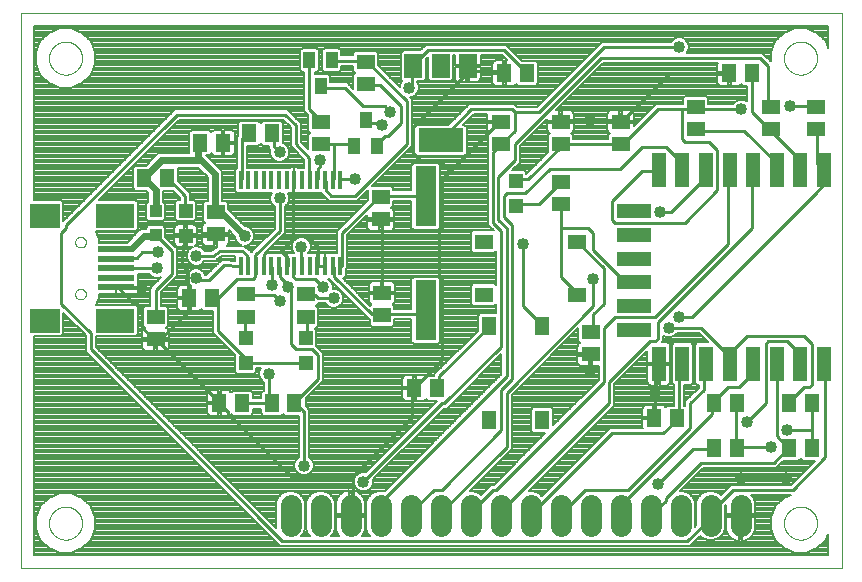
<source format=gtl>
G75*
%MOIN*%
%OFA0B0*%
%FSLAX25Y25*%
%IPPOS*%
%LPD*%
%AMOC8*
5,1,8,0,0,1.08239X$1,22.5*
%
%ADD10C,0.00000*%
%ADD11R,0.05906X0.05118*%
%ADD12R,0.05118X0.05906*%
%ADD13R,0.01575X0.05906*%
%ADD14R,0.05906X0.07874*%
%ADD15R,0.14961X0.07874*%
%ADD16R,0.03937X0.03937*%
%ADD17R,0.04724X0.04724*%
%ADD18R,0.07000X0.20000*%
%ADD19R,0.05118X0.06102*%
%ADD20R,0.06102X0.05118*%
%ADD21R,0.03937X0.05512*%
%ADD22R,0.04724X0.11811*%
%ADD23R,0.11811X0.04724*%
%ADD24R,0.09843X0.07874*%
%ADD25R,0.12992X0.07874*%
%ADD26R,0.12205X0.01969*%
%ADD27C,0.07087*%
%ADD28C,0.01000*%
%ADD29C,0.04000*%
%ADD30C,0.03962*%
%ADD31C,0.00807*%
%ADD32C,0.02400*%
%ADD33C,0.01200*%
D10*
X0021404Y0011404D02*
X0021404Y0196364D01*
X0295104Y0196364D01*
X0295104Y0011404D01*
X0021404Y0011404D01*
X0030892Y0026404D02*
X0030894Y0026552D01*
X0030900Y0026700D01*
X0030910Y0026848D01*
X0030924Y0026995D01*
X0030942Y0027142D01*
X0030963Y0027288D01*
X0030989Y0027434D01*
X0031019Y0027579D01*
X0031052Y0027723D01*
X0031090Y0027866D01*
X0031131Y0028008D01*
X0031176Y0028149D01*
X0031224Y0028289D01*
X0031277Y0028428D01*
X0031333Y0028565D01*
X0031393Y0028700D01*
X0031456Y0028834D01*
X0031523Y0028966D01*
X0031594Y0029096D01*
X0031668Y0029224D01*
X0031745Y0029350D01*
X0031826Y0029474D01*
X0031910Y0029596D01*
X0031997Y0029715D01*
X0032088Y0029832D01*
X0032182Y0029947D01*
X0032278Y0030059D01*
X0032378Y0030169D01*
X0032480Y0030275D01*
X0032586Y0030379D01*
X0032694Y0030480D01*
X0032805Y0030578D01*
X0032918Y0030674D01*
X0033034Y0030766D01*
X0033152Y0030855D01*
X0033273Y0030940D01*
X0033396Y0031023D01*
X0033521Y0031102D01*
X0033648Y0031178D01*
X0033777Y0031250D01*
X0033908Y0031319D01*
X0034041Y0031384D01*
X0034176Y0031445D01*
X0034312Y0031503D01*
X0034449Y0031558D01*
X0034588Y0031608D01*
X0034729Y0031655D01*
X0034870Y0031698D01*
X0035013Y0031738D01*
X0035157Y0031773D01*
X0035301Y0031805D01*
X0035447Y0031832D01*
X0035593Y0031856D01*
X0035740Y0031876D01*
X0035887Y0031892D01*
X0036034Y0031904D01*
X0036182Y0031912D01*
X0036330Y0031916D01*
X0036478Y0031916D01*
X0036626Y0031912D01*
X0036774Y0031904D01*
X0036921Y0031892D01*
X0037068Y0031876D01*
X0037215Y0031856D01*
X0037361Y0031832D01*
X0037507Y0031805D01*
X0037651Y0031773D01*
X0037795Y0031738D01*
X0037938Y0031698D01*
X0038079Y0031655D01*
X0038220Y0031608D01*
X0038359Y0031558D01*
X0038496Y0031503D01*
X0038632Y0031445D01*
X0038767Y0031384D01*
X0038900Y0031319D01*
X0039031Y0031250D01*
X0039160Y0031178D01*
X0039287Y0031102D01*
X0039412Y0031023D01*
X0039535Y0030940D01*
X0039656Y0030855D01*
X0039774Y0030766D01*
X0039890Y0030674D01*
X0040003Y0030578D01*
X0040114Y0030480D01*
X0040222Y0030379D01*
X0040328Y0030275D01*
X0040430Y0030169D01*
X0040530Y0030059D01*
X0040626Y0029947D01*
X0040720Y0029832D01*
X0040811Y0029715D01*
X0040898Y0029596D01*
X0040982Y0029474D01*
X0041063Y0029350D01*
X0041140Y0029224D01*
X0041214Y0029096D01*
X0041285Y0028966D01*
X0041352Y0028834D01*
X0041415Y0028700D01*
X0041475Y0028565D01*
X0041531Y0028428D01*
X0041584Y0028289D01*
X0041632Y0028149D01*
X0041677Y0028008D01*
X0041718Y0027866D01*
X0041756Y0027723D01*
X0041789Y0027579D01*
X0041819Y0027434D01*
X0041845Y0027288D01*
X0041866Y0027142D01*
X0041884Y0026995D01*
X0041898Y0026848D01*
X0041908Y0026700D01*
X0041914Y0026552D01*
X0041916Y0026404D01*
X0041914Y0026256D01*
X0041908Y0026108D01*
X0041898Y0025960D01*
X0041884Y0025813D01*
X0041866Y0025666D01*
X0041845Y0025520D01*
X0041819Y0025374D01*
X0041789Y0025229D01*
X0041756Y0025085D01*
X0041718Y0024942D01*
X0041677Y0024800D01*
X0041632Y0024659D01*
X0041584Y0024519D01*
X0041531Y0024380D01*
X0041475Y0024243D01*
X0041415Y0024108D01*
X0041352Y0023974D01*
X0041285Y0023842D01*
X0041214Y0023712D01*
X0041140Y0023584D01*
X0041063Y0023458D01*
X0040982Y0023334D01*
X0040898Y0023212D01*
X0040811Y0023093D01*
X0040720Y0022976D01*
X0040626Y0022861D01*
X0040530Y0022749D01*
X0040430Y0022639D01*
X0040328Y0022533D01*
X0040222Y0022429D01*
X0040114Y0022328D01*
X0040003Y0022230D01*
X0039890Y0022134D01*
X0039774Y0022042D01*
X0039656Y0021953D01*
X0039535Y0021868D01*
X0039412Y0021785D01*
X0039287Y0021706D01*
X0039160Y0021630D01*
X0039031Y0021558D01*
X0038900Y0021489D01*
X0038767Y0021424D01*
X0038632Y0021363D01*
X0038496Y0021305D01*
X0038359Y0021250D01*
X0038220Y0021200D01*
X0038079Y0021153D01*
X0037938Y0021110D01*
X0037795Y0021070D01*
X0037651Y0021035D01*
X0037507Y0021003D01*
X0037361Y0020976D01*
X0037215Y0020952D01*
X0037068Y0020932D01*
X0036921Y0020916D01*
X0036774Y0020904D01*
X0036626Y0020896D01*
X0036478Y0020892D01*
X0036330Y0020892D01*
X0036182Y0020896D01*
X0036034Y0020904D01*
X0035887Y0020916D01*
X0035740Y0020932D01*
X0035593Y0020952D01*
X0035447Y0020976D01*
X0035301Y0021003D01*
X0035157Y0021035D01*
X0035013Y0021070D01*
X0034870Y0021110D01*
X0034729Y0021153D01*
X0034588Y0021200D01*
X0034449Y0021250D01*
X0034312Y0021305D01*
X0034176Y0021363D01*
X0034041Y0021424D01*
X0033908Y0021489D01*
X0033777Y0021558D01*
X0033648Y0021630D01*
X0033521Y0021706D01*
X0033396Y0021785D01*
X0033273Y0021868D01*
X0033152Y0021953D01*
X0033034Y0022042D01*
X0032918Y0022134D01*
X0032805Y0022230D01*
X0032694Y0022328D01*
X0032586Y0022429D01*
X0032480Y0022533D01*
X0032378Y0022639D01*
X0032278Y0022749D01*
X0032182Y0022861D01*
X0032088Y0022976D01*
X0031997Y0023093D01*
X0031910Y0023212D01*
X0031826Y0023334D01*
X0031745Y0023458D01*
X0031668Y0023584D01*
X0031594Y0023712D01*
X0031523Y0023842D01*
X0031456Y0023974D01*
X0031393Y0024108D01*
X0031333Y0024243D01*
X0031277Y0024380D01*
X0031224Y0024519D01*
X0031176Y0024659D01*
X0031131Y0024800D01*
X0031090Y0024942D01*
X0031052Y0025085D01*
X0031019Y0025229D01*
X0030989Y0025374D01*
X0030963Y0025520D01*
X0030942Y0025666D01*
X0030924Y0025813D01*
X0030910Y0025960D01*
X0030900Y0026108D01*
X0030894Y0026256D01*
X0030892Y0026404D01*
X0039632Y0102742D02*
X0039634Y0102826D01*
X0039640Y0102909D01*
X0039650Y0102992D01*
X0039664Y0103075D01*
X0039681Y0103157D01*
X0039703Y0103238D01*
X0039728Y0103317D01*
X0039757Y0103396D01*
X0039790Y0103473D01*
X0039826Y0103548D01*
X0039866Y0103622D01*
X0039909Y0103694D01*
X0039956Y0103763D01*
X0040006Y0103830D01*
X0040059Y0103895D01*
X0040115Y0103957D01*
X0040173Y0104017D01*
X0040235Y0104074D01*
X0040299Y0104127D01*
X0040366Y0104178D01*
X0040435Y0104225D01*
X0040506Y0104270D01*
X0040579Y0104310D01*
X0040654Y0104347D01*
X0040731Y0104381D01*
X0040809Y0104411D01*
X0040888Y0104437D01*
X0040969Y0104460D01*
X0041051Y0104478D01*
X0041133Y0104493D01*
X0041216Y0104504D01*
X0041299Y0104511D01*
X0041383Y0104514D01*
X0041467Y0104513D01*
X0041550Y0104508D01*
X0041634Y0104499D01*
X0041716Y0104486D01*
X0041798Y0104470D01*
X0041879Y0104449D01*
X0041960Y0104425D01*
X0042038Y0104397D01*
X0042116Y0104365D01*
X0042192Y0104329D01*
X0042266Y0104290D01*
X0042338Y0104248D01*
X0042408Y0104202D01*
X0042476Y0104153D01*
X0042541Y0104101D01*
X0042604Y0104046D01*
X0042664Y0103988D01*
X0042722Y0103927D01*
X0042776Y0103863D01*
X0042828Y0103797D01*
X0042876Y0103729D01*
X0042921Y0103658D01*
X0042962Y0103585D01*
X0043001Y0103511D01*
X0043035Y0103435D01*
X0043066Y0103357D01*
X0043093Y0103278D01*
X0043117Y0103197D01*
X0043136Y0103116D01*
X0043152Y0103034D01*
X0043164Y0102951D01*
X0043172Y0102867D01*
X0043176Y0102784D01*
X0043176Y0102700D01*
X0043172Y0102617D01*
X0043164Y0102533D01*
X0043152Y0102450D01*
X0043136Y0102368D01*
X0043117Y0102287D01*
X0043093Y0102206D01*
X0043066Y0102127D01*
X0043035Y0102049D01*
X0043001Y0101973D01*
X0042962Y0101899D01*
X0042921Y0101826D01*
X0042876Y0101755D01*
X0042828Y0101687D01*
X0042776Y0101621D01*
X0042722Y0101557D01*
X0042664Y0101496D01*
X0042604Y0101438D01*
X0042541Y0101383D01*
X0042476Y0101331D01*
X0042408Y0101282D01*
X0042338Y0101236D01*
X0042266Y0101194D01*
X0042192Y0101155D01*
X0042116Y0101119D01*
X0042038Y0101087D01*
X0041960Y0101059D01*
X0041879Y0101035D01*
X0041798Y0101014D01*
X0041716Y0100998D01*
X0041634Y0100985D01*
X0041550Y0100976D01*
X0041467Y0100971D01*
X0041383Y0100970D01*
X0041299Y0100973D01*
X0041216Y0100980D01*
X0041133Y0100991D01*
X0041051Y0101006D01*
X0040969Y0101024D01*
X0040888Y0101047D01*
X0040809Y0101073D01*
X0040731Y0101103D01*
X0040654Y0101137D01*
X0040579Y0101174D01*
X0040506Y0101214D01*
X0040435Y0101259D01*
X0040366Y0101306D01*
X0040299Y0101357D01*
X0040235Y0101410D01*
X0040173Y0101467D01*
X0040115Y0101527D01*
X0040059Y0101589D01*
X0040006Y0101654D01*
X0039956Y0101721D01*
X0039909Y0101790D01*
X0039866Y0101862D01*
X0039826Y0101936D01*
X0039790Y0102011D01*
X0039757Y0102088D01*
X0039728Y0102167D01*
X0039703Y0102246D01*
X0039681Y0102327D01*
X0039664Y0102409D01*
X0039650Y0102492D01*
X0039640Y0102575D01*
X0039634Y0102658D01*
X0039632Y0102742D01*
X0039632Y0120065D02*
X0039634Y0120149D01*
X0039640Y0120232D01*
X0039650Y0120315D01*
X0039664Y0120398D01*
X0039681Y0120480D01*
X0039703Y0120561D01*
X0039728Y0120640D01*
X0039757Y0120719D01*
X0039790Y0120796D01*
X0039826Y0120871D01*
X0039866Y0120945D01*
X0039909Y0121017D01*
X0039956Y0121086D01*
X0040006Y0121153D01*
X0040059Y0121218D01*
X0040115Y0121280D01*
X0040173Y0121340D01*
X0040235Y0121397D01*
X0040299Y0121450D01*
X0040366Y0121501D01*
X0040435Y0121548D01*
X0040506Y0121593D01*
X0040579Y0121633D01*
X0040654Y0121670D01*
X0040731Y0121704D01*
X0040809Y0121734D01*
X0040888Y0121760D01*
X0040969Y0121783D01*
X0041051Y0121801D01*
X0041133Y0121816D01*
X0041216Y0121827D01*
X0041299Y0121834D01*
X0041383Y0121837D01*
X0041467Y0121836D01*
X0041550Y0121831D01*
X0041634Y0121822D01*
X0041716Y0121809D01*
X0041798Y0121793D01*
X0041879Y0121772D01*
X0041960Y0121748D01*
X0042038Y0121720D01*
X0042116Y0121688D01*
X0042192Y0121652D01*
X0042266Y0121613D01*
X0042338Y0121571D01*
X0042408Y0121525D01*
X0042476Y0121476D01*
X0042541Y0121424D01*
X0042604Y0121369D01*
X0042664Y0121311D01*
X0042722Y0121250D01*
X0042776Y0121186D01*
X0042828Y0121120D01*
X0042876Y0121052D01*
X0042921Y0120981D01*
X0042962Y0120908D01*
X0043001Y0120834D01*
X0043035Y0120758D01*
X0043066Y0120680D01*
X0043093Y0120601D01*
X0043117Y0120520D01*
X0043136Y0120439D01*
X0043152Y0120357D01*
X0043164Y0120274D01*
X0043172Y0120190D01*
X0043176Y0120107D01*
X0043176Y0120023D01*
X0043172Y0119940D01*
X0043164Y0119856D01*
X0043152Y0119773D01*
X0043136Y0119691D01*
X0043117Y0119610D01*
X0043093Y0119529D01*
X0043066Y0119450D01*
X0043035Y0119372D01*
X0043001Y0119296D01*
X0042962Y0119222D01*
X0042921Y0119149D01*
X0042876Y0119078D01*
X0042828Y0119010D01*
X0042776Y0118944D01*
X0042722Y0118880D01*
X0042664Y0118819D01*
X0042604Y0118761D01*
X0042541Y0118706D01*
X0042476Y0118654D01*
X0042408Y0118605D01*
X0042338Y0118559D01*
X0042266Y0118517D01*
X0042192Y0118478D01*
X0042116Y0118442D01*
X0042038Y0118410D01*
X0041960Y0118382D01*
X0041879Y0118358D01*
X0041798Y0118337D01*
X0041716Y0118321D01*
X0041634Y0118308D01*
X0041550Y0118299D01*
X0041467Y0118294D01*
X0041383Y0118293D01*
X0041299Y0118296D01*
X0041216Y0118303D01*
X0041133Y0118314D01*
X0041051Y0118329D01*
X0040969Y0118347D01*
X0040888Y0118370D01*
X0040809Y0118396D01*
X0040731Y0118426D01*
X0040654Y0118460D01*
X0040579Y0118497D01*
X0040506Y0118537D01*
X0040435Y0118582D01*
X0040366Y0118629D01*
X0040299Y0118680D01*
X0040235Y0118733D01*
X0040173Y0118790D01*
X0040115Y0118850D01*
X0040059Y0118912D01*
X0040006Y0118977D01*
X0039956Y0119044D01*
X0039909Y0119113D01*
X0039866Y0119185D01*
X0039826Y0119259D01*
X0039790Y0119334D01*
X0039757Y0119411D01*
X0039728Y0119490D01*
X0039703Y0119569D01*
X0039681Y0119650D01*
X0039664Y0119732D01*
X0039650Y0119815D01*
X0039640Y0119898D01*
X0039634Y0119981D01*
X0039632Y0120065D01*
X0030892Y0181404D02*
X0030894Y0181552D01*
X0030900Y0181700D01*
X0030910Y0181848D01*
X0030924Y0181995D01*
X0030942Y0182142D01*
X0030963Y0182288D01*
X0030989Y0182434D01*
X0031019Y0182579D01*
X0031052Y0182723D01*
X0031090Y0182866D01*
X0031131Y0183008D01*
X0031176Y0183149D01*
X0031224Y0183289D01*
X0031277Y0183428D01*
X0031333Y0183565D01*
X0031393Y0183700D01*
X0031456Y0183834D01*
X0031523Y0183966D01*
X0031594Y0184096D01*
X0031668Y0184224D01*
X0031745Y0184350D01*
X0031826Y0184474D01*
X0031910Y0184596D01*
X0031997Y0184715D01*
X0032088Y0184832D01*
X0032182Y0184947D01*
X0032278Y0185059D01*
X0032378Y0185169D01*
X0032480Y0185275D01*
X0032586Y0185379D01*
X0032694Y0185480D01*
X0032805Y0185578D01*
X0032918Y0185674D01*
X0033034Y0185766D01*
X0033152Y0185855D01*
X0033273Y0185940D01*
X0033396Y0186023D01*
X0033521Y0186102D01*
X0033648Y0186178D01*
X0033777Y0186250D01*
X0033908Y0186319D01*
X0034041Y0186384D01*
X0034176Y0186445D01*
X0034312Y0186503D01*
X0034449Y0186558D01*
X0034588Y0186608D01*
X0034729Y0186655D01*
X0034870Y0186698D01*
X0035013Y0186738D01*
X0035157Y0186773D01*
X0035301Y0186805D01*
X0035447Y0186832D01*
X0035593Y0186856D01*
X0035740Y0186876D01*
X0035887Y0186892D01*
X0036034Y0186904D01*
X0036182Y0186912D01*
X0036330Y0186916D01*
X0036478Y0186916D01*
X0036626Y0186912D01*
X0036774Y0186904D01*
X0036921Y0186892D01*
X0037068Y0186876D01*
X0037215Y0186856D01*
X0037361Y0186832D01*
X0037507Y0186805D01*
X0037651Y0186773D01*
X0037795Y0186738D01*
X0037938Y0186698D01*
X0038079Y0186655D01*
X0038220Y0186608D01*
X0038359Y0186558D01*
X0038496Y0186503D01*
X0038632Y0186445D01*
X0038767Y0186384D01*
X0038900Y0186319D01*
X0039031Y0186250D01*
X0039160Y0186178D01*
X0039287Y0186102D01*
X0039412Y0186023D01*
X0039535Y0185940D01*
X0039656Y0185855D01*
X0039774Y0185766D01*
X0039890Y0185674D01*
X0040003Y0185578D01*
X0040114Y0185480D01*
X0040222Y0185379D01*
X0040328Y0185275D01*
X0040430Y0185169D01*
X0040530Y0185059D01*
X0040626Y0184947D01*
X0040720Y0184832D01*
X0040811Y0184715D01*
X0040898Y0184596D01*
X0040982Y0184474D01*
X0041063Y0184350D01*
X0041140Y0184224D01*
X0041214Y0184096D01*
X0041285Y0183966D01*
X0041352Y0183834D01*
X0041415Y0183700D01*
X0041475Y0183565D01*
X0041531Y0183428D01*
X0041584Y0183289D01*
X0041632Y0183149D01*
X0041677Y0183008D01*
X0041718Y0182866D01*
X0041756Y0182723D01*
X0041789Y0182579D01*
X0041819Y0182434D01*
X0041845Y0182288D01*
X0041866Y0182142D01*
X0041884Y0181995D01*
X0041898Y0181848D01*
X0041908Y0181700D01*
X0041914Y0181552D01*
X0041916Y0181404D01*
X0041914Y0181256D01*
X0041908Y0181108D01*
X0041898Y0180960D01*
X0041884Y0180813D01*
X0041866Y0180666D01*
X0041845Y0180520D01*
X0041819Y0180374D01*
X0041789Y0180229D01*
X0041756Y0180085D01*
X0041718Y0179942D01*
X0041677Y0179800D01*
X0041632Y0179659D01*
X0041584Y0179519D01*
X0041531Y0179380D01*
X0041475Y0179243D01*
X0041415Y0179108D01*
X0041352Y0178974D01*
X0041285Y0178842D01*
X0041214Y0178712D01*
X0041140Y0178584D01*
X0041063Y0178458D01*
X0040982Y0178334D01*
X0040898Y0178212D01*
X0040811Y0178093D01*
X0040720Y0177976D01*
X0040626Y0177861D01*
X0040530Y0177749D01*
X0040430Y0177639D01*
X0040328Y0177533D01*
X0040222Y0177429D01*
X0040114Y0177328D01*
X0040003Y0177230D01*
X0039890Y0177134D01*
X0039774Y0177042D01*
X0039656Y0176953D01*
X0039535Y0176868D01*
X0039412Y0176785D01*
X0039287Y0176706D01*
X0039160Y0176630D01*
X0039031Y0176558D01*
X0038900Y0176489D01*
X0038767Y0176424D01*
X0038632Y0176363D01*
X0038496Y0176305D01*
X0038359Y0176250D01*
X0038220Y0176200D01*
X0038079Y0176153D01*
X0037938Y0176110D01*
X0037795Y0176070D01*
X0037651Y0176035D01*
X0037507Y0176003D01*
X0037361Y0175976D01*
X0037215Y0175952D01*
X0037068Y0175932D01*
X0036921Y0175916D01*
X0036774Y0175904D01*
X0036626Y0175896D01*
X0036478Y0175892D01*
X0036330Y0175892D01*
X0036182Y0175896D01*
X0036034Y0175904D01*
X0035887Y0175916D01*
X0035740Y0175932D01*
X0035593Y0175952D01*
X0035447Y0175976D01*
X0035301Y0176003D01*
X0035157Y0176035D01*
X0035013Y0176070D01*
X0034870Y0176110D01*
X0034729Y0176153D01*
X0034588Y0176200D01*
X0034449Y0176250D01*
X0034312Y0176305D01*
X0034176Y0176363D01*
X0034041Y0176424D01*
X0033908Y0176489D01*
X0033777Y0176558D01*
X0033648Y0176630D01*
X0033521Y0176706D01*
X0033396Y0176785D01*
X0033273Y0176868D01*
X0033152Y0176953D01*
X0033034Y0177042D01*
X0032918Y0177134D01*
X0032805Y0177230D01*
X0032694Y0177328D01*
X0032586Y0177429D01*
X0032480Y0177533D01*
X0032378Y0177639D01*
X0032278Y0177749D01*
X0032182Y0177861D01*
X0032088Y0177976D01*
X0031997Y0178093D01*
X0031910Y0178212D01*
X0031826Y0178334D01*
X0031745Y0178458D01*
X0031668Y0178584D01*
X0031594Y0178712D01*
X0031523Y0178842D01*
X0031456Y0178974D01*
X0031393Y0179108D01*
X0031333Y0179243D01*
X0031277Y0179380D01*
X0031224Y0179519D01*
X0031176Y0179659D01*
X0031131Y0179800D01*
X0031090Y0179942D01*
X0031052Y0180085D01*
X0031019Y0180229D01*
X0030989Y0180374D01*
X0030963Y0180520D01*
X0030942Y0180666D01*
X0030924Y0180813D01*
X0030910Y0180960D01*
X0030900Y0181108D01*
X0030894Y0181256D01*
X0030892Y0181404D01*
X0275892Y0181404D02*
X0275894Y0181552D01*
X0275900Y0181700D01*
X0275910Y0181848D01*
X0275924Y0181995D01*
X0275942Y0182142D01*
X0275963Y0182288D01*
X0275989Y0182434D01*
X0276019Y0182579D01*
X0276052Y0182723D01*
X0276090Y0182866D01*
X0276131Y0183008D01*
X0276176Y0183149D01*
X0276224Y0183289D01*
X0276277Y0183428D01*
X0276333Y0183565D01*
X0276393Y0183700D01*
X0276456Y0183834D01*
X0276523Y0183966D01*
X0276594Y0184096D01*
X0276668Y0184224D01*
X0276745Y0184350D01*
X0276826Y0184474D01*
X0276910Y0184596D01*
X0276997Y0184715D01*
X0277088Y0184832D01*
X0277182Y0184947D01*
X0277278Y0185059D01*
X0277378Y0185169D01*
X0277480Y0185275D01*
X0277586Y0185379D01*
X0277694Y0185480D01*
X0277805Y0185578D01*
X0277918Y0185674D01*
X0278034Y0185766D01*
X0278152Y0185855D01*
X0278273Y0185940D01*
X0278396Y0186023D01*
X0278521Y0186102D01*
X0278648Y0186178D01*
X0278777Y0186250D01*
X0278908Y0186319D01*
X0279041Y0186384D01*
X0279176Y0186445D01*
X0279312Y0186503D01*
X0279449Y0186558D01*
X0279588Y0186608D01*
X0279729Y0186655D01*
X0279870Y0186698D01*
X0280013Y0186738D01*
X0280157Y0186773D01*
X0280301Y0186805D01*
X0280447Y0186832D01*
X0280593Y0186856D01*
X0280740Y0186876D01*
X0280887Y0186892D01*
X0281034Y0186904D01*
X0281182Y0186912D01*
X0281330Y0186916D01*
X0281478Y0186916D01*
X0281626Y0186912D01*
X0281774Y0186904D01*
X0281921Y0186892D01*
X0282068Y0186876D01*
X0282215Y0186856D01*
X0282361Y0186832D01*
X0282507Y0186805D01*
X0282651Y0186773D01*
X0282795Y0186738D01*
X0282938Y0186698D01*
X0283079Y0186655D01*
X0283220Y0186608D01*
X0283359Y0186558D01*
X0283496Y0186503D01*
X0283632Y0186445D01*
X0283767Y0186384D01*
X0283900Y0186319D01*
X0284031Y0186250D01*
X0284160Y0186178D01*
X0284287Y0186102D01*
X0284412Y0186023D01*
X0284535Y0185940D01*
X0284656Y0185855D01*
X0284774Y0185766D01*
X0284890Y0185674D01*
X0285003Y0185578D01*
X0285114Y0185480D01*
X0285222Y0185379D01*
X0285328Y0185275D01*
X0285430Y0185169D01*
X0285530Y0185059D01*
X0285626Y0184947D01*
X0285720Y0184832D01*
X0285811Y0184715D01*
X0285898Y0184596D01*
X0285982Y0184474D01*
X0286063Y0184350D01*
X0286140Y0184224D01*
X0286214Y0184096D01*
X0286285Y0183966D01*
X0286352Y0183834D01*
X0286415Y0183700D01*
X0286475Y0183565D01*
X0286531Y0183428D01*
X0286584Y0183289D01*
X0286632Y0183149D01*
X0286677Y0183008D01*
X0286718Y0182866D01*
X0286756Y0182723D01*
X0286789Y0182579D01*
X0286819Y0182434D01*
X0286845Y0182288D01*
X0286866Y0182142D01*
X0286884Y0181995D01*
X0286898Y0181848D01*
X0286908Y0181700D01*
X0286914Y0181552D01*
X0286916Y0181404D01*
X0286914Y0181256D01*
X0286908Y0181108D01*
X0286898Y0180960D01*
X0286884Y0180813D01*
X0286866Y0180666D01*
X0286845Y0180520D01*
X0286819Y0180374D01*
X0286789Y0180229D01*
X0286756Y0180085D01*
X0286718Y0179942D01*
X0286677Y0179800D01*
X0286632Y0179659D01*
X0286584Y0179519D01*
X0286531Y0179380D01*
X0286475Y0179243D01*
X0286415Y0179108D01*
X0286352Y0178974D01*
X0286285Y0178842D01*
X0286214Y0178712D01*
X0286140Y0178584D01*
X0286063Y0178458D01*
X0285982Y0178334D01*
X0285898Y0178212D01*
X0285811Y0178093D01*
X0285720Y0177976D01*
X0285626Y0177861D01*
X0285530Y0177749D01*
X0285430Y0177639D01*
X0285328Y0177533D01*
X0285222Y0177429D01*
X0285114Y0177328D01*
X0285003Y0177230D01*
X0284890Y0177134D01*
X0284774Y0177042D01*
X0284656Y0176953D01*
X0284535Y0176868D01*
X0284412Y0176785D01*
X0284287Y0176706D01*
X0284160Y0176630D01*
X0284031Y0176558D01*
X0283900Y0176489D01*
X0283767Y0176424D01*
X0283632Y0176363D01*
X0283496Y0176305D01*
X0283359Y0176250D01*
X0283220Y0176200D01*
X0283079Y0176153D01*
X0282938Y0176110D01*
X0282795Y0176070D01*
X0282651Y0176035D01*
X0282507Y0176003D01*
X0282361Y0175976D01*
X0282215Y0175952D01*
X0282068Y0175932D01*
X0281921Y0175916D01*
X0281774Y0175904D01*
X0281626Y0175896D01*
X0281478Y0175892D01*
X0281330Y0175892D01*
X0281182Y0175896D01*
X0281034Y0175904D01*
X0280887Y0175916D01*
X0280740Y0175932D01*
X0280593Y0175952D01*
X0280447Y0175976D01*
X0280301Y0176003D01*
X0280157Y0176035D01*
X0280013Y0176070D01*
X0279870Y0176110D01*
X0279729Y0176153D01*
X0279588Y0176200D01*
X0279449Y0176250D01*
X0279312Y0176305D01*
X0279176Y0176363D01*
X0279041Y0176424D01*
X0278908Y0176489D01*
X0278777Y0176558D01*
X0278648Y0176630D01*
X0278521Y0176706D01*
X0278396Y0176785D01*
X0278273Y0176868D01*
X0278152Y0176953D01*
X0278034Y0177042D01*
X0277918Y0177134D01*
X0277805Y0177230D01*
X0277694Y0177328D01*
X0277586Y0177429D01*
X0277480Y0177533D01*
X0277378Y0177639D01*
X0277278Y0177749D01*
X0277182Y0177861D01*
X0277088Y0177976D01*
X0276997Y0178093D01*
X0276910Y0178212D01*
X0276826Y0178334D01*
X0276745Y0178458D01*
X0276668Y0178584D01*
X0276594Y0178712D01*
X0276523Y0178842D01*
X0276456Y0178974D01*
X0276393Y0179108D01*
X0276333Y0179243D01*
X0276277Y0179380D01*
X0276224Y0179519D01*
X0276176Y0179659D01*
X0276131Y0179800D01*
X0276090Y0179942D01*
X0276052Y0180085D01*
X0276019Y0180229D01*
X0275989Y0180374D01*
X0275963Y0180520D01*
X0275942Y0180666D01*
X0275924Y0180813D01*
X0275910Y0180960D01*
X0275900Y0181108D01*
X0275894Y0181256D01*
X0275892Y0181404D01*
X0275892Y0026404D02*
X0275894Y0026552D01*
X0275900Y0026700D01*
X0275910Y0026848D01*
X0275924Y0026995D01*
X0275942Y0027142D01*
X0275963Y0027288D01*
X0275989Y0027434D01*
X0276019Y0027579D01*
X0276052Y0027723D01*
X0276090Y0027866D01*
X0276131Y0028008D01*
X0276176Y0028149D01*
X0276224Y0028289D01*
X0276277Y0028428D01*
X0276333Y0028565D01*
X0276393Y0028700D01*
X0276456Y0028834D01*
X0276523Y0028966D01*
X0276594Y0029096D01*
X0276668Y0029224D01*
X0276745Y0029350D01*
X0276826Y0029474D01*
X0276910Y0029596D01*
X0276997Y0029715D01*
X0277088Y0029832D01*
X0277182Y0029947D01*
X0277278Y0030059D01*
X0277378Y0030169D01*
X0277480Y0030275D01*
X0277586Y0030379D01*
X0277694Y0030480D01*
X0277805Y0030578D01*
X0277918Y0030674D01*
X0278034Y0030766D01*
X0278152Y0030855D01*
X0278273Y0030940D01*
X0278396Y0031023D01*
X0278521Y0031102D01*
X0278648Y0031178D01*
X0278777Y0031250D01*
X0278908Y0031319D01*
X0279041Y0031384D01*
X0279176Y0031445D01*
X0279312Y0031503D01*
X0279449Y0031558D01*
X0279588Y0031608D01*
X0279729Y0031655D01*
X0279870Y0031698D01*
X0280013Y0031738D01*
X0280157Y0031773D01*
X0280301Y0031805D01*
X0280447Y0031832D01*
X0280593Y0031856D01*
X0280740Y0031876D01*
X0280887Y0031892D01*
X0281034Y0031904D01*
X0281182Y0031912D01*
X0281330Y0031916D01*
X0281478Y0031916D01*
X0281626Y0031912D01*
X0281774Y0031904D01*
X0281921Y0031892D01*
X0282068Y0031876D01*
X0282215Y0031856D01*
X0282361Y0031832D01*
X0282507Y0031805D01*
X0282651Y0031773D01*
X0282795Y0031738D01*
X0282938Y0031698D01*
X0283079Y0031655D01*
X0283220Y0031608D01*
X0283359Y0031558D01*
X0283496Y0031503D01*
X0283632Y0031445D01*
X0283767Y0031384D01*
X0283900Y0031319D01*
X0284031Y0031250D01*
X0284160Y0031178D01*
X0284287Y0031102D01*
X0284412Y0031023D01*
X0284535Y0030940D01*
X0284656Y0030855D01*
X0284774Y0030766D01*
X0284890Y0030674D01*
X0285003Y0030578D01*
X0285114Y0030480D01*
X0285222Y0030379D01*
X0285328Y0030275D01*
X0285430Y0030169D01*
X0285530Y0030059D01*
X0285626Y0029947D01*
X0285720Y0029832D01*
X0285811Y0029715D01*
X0285898Y0029596D01*
X0285982Y0029474D01*
X0286063Y0029350D01*
X0286140Y0029224D01*
X0286214Y0029096D01*
X0286285Y0028966D01*
X0286352Y0028834D01*
X0286415Y0028700D01*
X0286475Y0028565D01*
X0286531Y0028428D01*
X0286584Y0028289D01*
X0286632Y0028149D01*
X0286677Y0028008D01*
X0286718Y0027866D01*
X0286756Y0027723D01*
X0286789Y0027579D01*
X0286819Y0027434D01*
X0286845Y0027288D01*
X0286866Y0027142D01*
X0286884Y0026995D01*
X0286898Y0026848D01*
X0286908Y0026700D01*
X0286914Y0026552D01*
X0286916Y0026404D01*
X0286914Y0026256D01*
X0286908Y0026108D01*
X0286898Y0025960D01*
X0286884Y0025813D01*
X0286866Y0025666D01*
X0286845Y0025520D01*
X0286819Y0025374D01*
X0286789Y0025229D01*
X0286756Y0025085D01*
X0286718Y0024942D01*
X0286677Y0024800D01*
X0286632Y0024659D01*
X0286584Y0024519D01*
X0286531Y0024380D01*
X0286475Y0024243D01*
X0286415Y0024108D01*
X0286352Y0023974D01*
X0286285Y0023842D01*
X0286214Y0023712D01*
X0286140Y0023584D01*
X0286063Y0023458D01*
X0285982Y0023334D01*
X0285898Y0023212D01*
X0285811Y0023093D01*
X0285720Y0022976D01*
X0285626Y0022861D01*
X0285530Y0022749D01*
X0285430Y0022639D01*
X0285328Y0022533D01*
X0285222Y0022429D01*
X0285114Y0022328D01*
X0285003Y0022230D01*
X0284890Y0022134D01*
X0284774Y0022042D01*
X0284656Y0021953D01*
X0284535Y0021868D01*
X0284412Y0021785D01*
X0284287Y0021706D01*
X0284160Y0021630D01*
X0284031Y0021558D01*
X0283900Y0021489D01*
X0283767Y0021424D01*
X0283632Y0021363D01*
X0283496Y0021305D01*
X0283359Y0021250D01*
X0283220Y0021200D01*
X0283079Y0021153D01*
X0282938Y0021110D01*
X0282795Y0021070D01*
X0282651Y0021035D01*
X0282507Y0021003D01*
X0282361Y0020976D01*
X0282215Y0020952D01*
X0282068Y0020932D01*
X0281921Y0020916D01*
X0281774Y0020904D01*
X0281626Y0020896D01*
X0281478Y0020892D01*
X0281330Y0020892D01*
X0281182Y0020896D01*
X0281034Y0020904D01*
X0280887Y0020916D01*
X0280740Y0020932D01*
X0280593Y0020952D01*
X0280447Y0020976D01*
X0280301Y0021003D01*
X0280157Y0021035D01*
X0280013Y0021070D01*
X0279870Y0021110D01*
X0279729Y0021153D01*
X0279588Y0021200D01*
X0279449Y0021250D01*
X0279312Y0021305D01*
X0279176Y0021363D01*
X0279041Y0021424D01*
X0278908Y0021489D01*
X0278777Y0021558D01*
X0278648Y0021630D01*
X0278521Y0021706D01*
X0278396Y0021785D01*
X0278273Y0021868D01*
X0278152Y0021953D01*
X0278034Y0022042D01*
X0277918Y0022134D01*
X0277805Y0022230D01*
X0277694Y0022328D01*
X0277586Y0022429D01*
X0277480Y0022533D01*
X0277378Y0022639D01*
X0277278Y0022749D01*
X0277182Y0022861D01*
X0277088Y0022976D01*
X0276997Y0023093D01*
X0276910Y0023212D01*
X0276826Y0023334D01*
X0276745Y0023458D01*
X0276668Y0023584D01*
X0276594Y0023712D01*
X0276523Y0023842D01*
X0276456Y0023974D01*
X0276393Y0024108D01*
X0276333Y0024243D01*
X0276277Y0024380D01*
X0276224Y0024519D01*
X0276176Y0024659D01*
X0276131Y0024800D01*
X0276090Y0024942D01*
X0276052Y0025085D01*
X0276019Y0025229D01*
X0275989Y0025374D01*
X0275963Y0025520D01*
X0275942Y0025666D01*
X0275924Y0025813D01*
X0275910Y0025960D01*
X0275900Y0026108D01*
X0275894Y0026256D01*
X0275892Y0026404D01*
D11*
X0211404Y0082663D03*
X0211404Y0090144D03*
X0201404Y0132663D03*
X0201404Y0140144D03*
X0201404Y0152663D03*
X0201404Y0160144D03*
X0221404Y0160144D03*
X0221404Y0152663D03*
X0246404Y0157663D03*
X0246404Y0165144D03*
X0271404Y0165144D03*
X0271404Y0157663D03*
X0286404Y0157663D03*
X0286404Y0165144D03*
X0181404Y0160144D03*
X0181404Y0152663D03*
X0141404Y0135144D03*
X0141404Y0127663D03*
X0141886Y0103146D03*
X0141886Y0095665D03*
X0116404Y0095163D03*
X0116404Y0102644D03*
X0096404Y0102644D03*
X0096404Y0095163D03*
X0066404Y0095144D03*
X0066404Y0087663D03*
X0086404Y0122663D03*
X0086404Y0130144D03*
X0121404Y0152663D03*
X0121404Y0160144D03*
X0136404Y0172663D03*
X0136404Y0180144D03*
D12*
X0105144Y0156404D03*
X0097663Y0156404D03*
X0088864Y0153175D03*
X0081384Y0153175D03*
X0070144Y0141404D03*
X0062663Y0141404D03*
X0077663Y0101404D03*
X0085144Y0101404D03*
X0087663Y0066404D03*
X0095144Y0066404D03*
X0105163Y0066404D03*
X0112644Y0066404D03*
X0152663Y0071404D03*
X0160144Y0071404D03*
X0232663Y0061404D03*
X0240144Y0061404D03*
X0252663Y0066404D03*
X0260144Y0066404D03*
X0277663Y0066404D03*
X0285144Y0066404D03*
X0285144Y0051404D03*
X0277663Y0051404D03*
X0260144Y0051404D03*
X0252663Y0051404D03*
X0257663Y0176404D03*
X0265144Y0176404D03*
X0190144Y0176404D03*
X0182663Y0176404D03*
D13*
X0128037Y0140675D03*
X0125478Y0140675D03*
X0122919Y0140675D03*
X0120360Y0140675D03*
X0117801Y0140675D03*
X0115242Y0140675D03*
X0112683Y0140675D03*
X0110124Y0140675D03*
X0107565Y0140675D03*
X0105006Y0140675D03*
X0102447Y0140675D03*
X0099888Y0140675D03*
X0097329Y0140675D03*
X0094770Y0140675D03*
X0094770Y0112132D03*
X0097329Y0112132D03*
X0099888Y0112132D03*
X0102447Y0112132D03*
X0105006Y0112132D03*
X0107565Y0112132D03*
X0110124Y0112132D03*
X0112683Y0112132D03*
X0115242Y0112132D03*
X0117801Y0112132D03*
X0120360Y0112132D03*
X0122919Y0112132D03*
X0125478Y0112132D03*
X0128037Y0112132D03*
D14*
X0152348Y0178805D03*
X0161404Y0178805D03*
X0170459Y0178805D03*
D15*
X0161404Y0154002D03*
D16*
X0066404Y0130341D03*
X0066404Y0122467D03*
D17*
X0076404Y0122270D03*
X0076404Y0130537D03*
X0096404Y0088037D03*
X0096404Y0079770D03*
X0116404Y0079770D03*
X0116404Y0088037D03*
X0186404Y0132270D03*
X0186404Y0140537D03*
D18*
X0156404Y0135404D03*
X0156404Y0097404D03*
D19*
X0177545Y0092053D03*
X0195262Y0092053D03*
X0195262Y0060754D03*
X0177545Y0060754D03*
D20*
X0175754Y0102545D03*
X0175754Y0120262D03*
X0207053Y0120262D03*
X0207053Y0102545D03*
D21*
X0140144Y0152073D03*
X0132663Y0152073D03*
X0136404Y0160734D03*
X0121404Y0172073D03*
X0125144Y0180734D03*
X0117663Y0180734D03*
D22*
X0234120Y0144081D03*
X0241994Y0144081D03*
X0249868Y0144081D03*
X0257742Y0144081D03*
X0265616Y0144081D03*
X0273490Y0144081D03*
X0281364Y0144081D03*
X0289238Y0144081D03*
X0289238Y0079514D03*
X0281364Y0079514D03*
X0273490Y0079514D03*
X0265616Y0079514D03*
X0257742Y0079514D03*
X0249868Y0079514D03*
X0241994Y0079514D03*
X0234120Y0079514D03*
D23*
X0225852Y0090931D03*
X0225852Y0098805D03*
X0225852Y0106679D03*
X0225852Y0114553D03*
X0225852Y0122427D03*
X0225852Y0130301D03*
D24*
X0029593Y0128923D03*
X0029593Y0093884D03*
D25*
X0052821Y0093884D03*
X0052821Y0128923D03*
D26*
X0053215Y0117703D03*
X0053215Y0114553D03*
X0053215Y0111404D03*
X0053215Y0108254D03*
X0053215Y0105104D03*
D27*
X0111404Y0032447D02*
X0111404Y0025360D01*
X0121404Y0025360D02*
X0121404Y0032447D01*
X0131404Y0032447D02*
X0131404Y0025360D01*
X0141404Y0025360D02*
X0141404Y0032447D01*
X0151404Y0032447D02*
X0151404Y0025360D01*
X0161404Y0025360D02*
X0161404Y0032447D01*
X0171404Y0032447D02*
X0171404Y0025360D01*
X0181404Y0025360D02*
X0181404Y0032447D01*
X0191404Y0032447D02*
X0191404Y0025360D01*
X0201404Y0025360D02*
X0201404Y0032447D01*
X0211404Y0032447D02*
X0211404Y0025360D01*
X0221404Y0025360D02*
X0221404Y0032447D01*
X0231404Y0032447D02*
X0231404Y0025360D01*
X0241404Y0025360D02*
X0241404Y0032447D01*
X0251404Y0032447D02*
X0251404Y0025360D01*
X0261404Y0025360D02*
X0261404Y0032447D01*
D28*
X0259004Y0037504D02*
X0250904Y0029404D01*
X0251404Y0028904D01*
X0251804Y0028504D01*
X0243704Y0020404D01*
X0108704Y0020404D01*
X0044804Y0084304D01*
X0044804Y0089704D01*
X0034904Y0099604D01*
X0034904Y0123004D01*
X0036704Y0124804D01*
X0036704Y0125704D01*
X0073604Y0162604D01*
X0109604Y0162604D01*
X0113204Y0159004D01*
X0113204Y0152704D01*
X0117704Y0148204D01*
X0117704Y0141004D01*
X0117801Y0140675D01*
X0120360Y0140675D02*
X0120404Y0141004D01*
X0120404Y0144604D01*
X0121304Y0145504D01*
X0121304Y0147304D01*
X0121404Y0152663D02*
X0122204Y0152704D01*
X0125804Y0152704D01*
X0125804Y0141004D01*
X0125478Y0140675D01*
X0123104Y0140104D02*
X0122919Y0140675D01*
X0123104Y0140104D02*
X0123104Y0137404D01*
X0124904Y0135604D01*
X0133004Y0135604D01*
X0150104Y0152704D01*
X0150104Y0167104D01*
X0136604Y0180604D01*
X0136404Y0180144D01*
X0135704Y0180604D01*
X0125804Y0180604D01*
X0125144Y0180734D01*
X0117704Y0180604D02*
X0117663Y0180734D01*
X0117704Y0180604D02*
X0117704Y0164404D01*
X0121304Y0160804D01*
X0121404Y0160144D01*
X0125804Y0152704D02*
X0132104Y0152704D01*
X0132663Y0152073D01*
X0140144Y0152073D02*
X0140204Y0152704D01*
X0142904Y0155404D01*
X0143804Y0155404D01*
X0148304Y0159904D01*
X0148304Y0165304D01*
X0141104Y0172504D01*
X0136604Y0172504D01*
X0136404Y0172663D01*
X0129404Y0171604D02*
X0135704Y0165304D01*
X0142904Y0165304D01*
X0144704Y0163504D01*
X0141104Y0159904D02*
X0142004Y0159004D01*
X0141104Y0159904D02*
X0136604Y0159904D01*
X0136404Y0160734D01*
X0151904Y0158104D02*
X0151904Y0150004D01*
X0154604Y0147304D01*
X0160904Y0147304D01*
X0164504Y0143704D01*
X0180704Y0159904D01*
X0181404Y0160144D01*
X0186104Y0157204D02*
X0186104Y0163504D01*
X0194204Y0163504D01*
X0215804Y0185104D01*
X0241004Y0185104D01*
X0237404Y0176104D02*
X0222104Y0160804D01*
X0221404Y0160144D01*
X0221204Y0160804D01*
X0211304Y0160804D01*
X0201404Y0160804D01*
X0201404Y0160144D01*
X0201404Y0152704D02*
X0201404Y0152663D01*
X0201404Y0151804D01*
X0190604Y0141004D01*
X0187004Y0141004D01*
X0186404Y0140537D01*
X0183404Y0136504D02*
X0182504Y0135604D01*
X0182504Y0128404D01*
X0185204Y0125704D01*
X0185204Y0074404D01*
X0181604Y0070804D01*
X0181604Y0057304D01*
X0161804Y0037504D01*
X0159104Y0037504D01*
X0151004Y0029404D01*
X0151404Y0028904D01*
X0142004Y0029404D02*
X0142004Y0033904D01*
X0183404Y0075304D01*
X0183404Y0124804D01*
X0180704Y0127504D01*
X0180704Y0141904D01*
X0186104Y0147304D01*
X0186104Y0152704D01*
X0214904Y0181504D01*
X0268004Y0181504D01*
X0270704Y0178804D01*
X0270704Y0165304D01*
X0271404Y0165144D01*
X0265304Y0163504D02*
X0270704Y0158104D01*
X0271404Y0157663D01*
X0271604Y0157204D01*
X0280604Y0148204D01*
X0280604Y0144604D01*
X0281364Y0144081D01*
X0286904Y0146404D02*
X0288704Y0144604D01*
X0289238Y0144081D01*
X0288704Y0143704D01*
X0288704Y0141004D01*
X0288704Y0138704D01*
X0286404Y0136404D01*
X0246404Y0096404D01*
X0245104Y0095104D01*
X0242804Y0095104D01*
X0241004Y0095104D01*
X0237404Y0091504D02*
X0248204Y0091504D01*
X0257204Y0082504D01*
X0257742Y0079514D01*
X0257204Y0079804D01*
X0257204Y0082504D01*
X0263504Y0088804D01*
X0282404Y0088804D01*
X0285104Y0086104D01*
X0285104Y0072604D01*
X0284204Y0071704D01*
X0282404Y0071704D01*
X0277904Y0067204D01*
X0277663Y0066404D01*
X0285104Y0066304D02*
X0285144Y0066404D01*
X0285104Y0066304D02*
X0285104Y0057304D01*
X0277004Y0057304D01*
X0273404Y0055504D02*
X0277004Y0051904D01*
X0277663Y0051404D01*
X0277004Y0051004D01*
X0272504Y0046504D01*
X0248204Y0046504D01*
X0236504Y0034804D01*
X0236504Y0033904D01*
X0232004Y0029404D01*
X0231404Y0028904D01*
X0222104Y0029404D02*
X0221404Y0028904D01*
X0222104Y0029404D02*
X0222104Y0033004D01*
X0251804Y0062704D01*
X0251804Y0066304D01*
X0252663Y0066404D01*
X0252704Y0067204D01*
X0257204Y0071704D01*
X0260804Y0071704D01*
X0265304Y0076204D01*
X0265304Y0078904D01*
X0265616Y0079514D01*
X0273404Y0078904D02*
X0273490Y0079514D01*
X0273404Y0078904D02*
X0273404Y0055504D01*
X0271604Y0051904D02*
X0260804Y0051904D01*
X0260144Y0051404D01*
X0259904Y0051904D01*
X0259904Y0066304D01*
X0260144Y0066404D01*
X0263504Y0060004D02*
X0269804Y0066304D01*
X0269804Y0086104D01*
X0270704Y0087004D01*
X0277004Y0087004D01*
X0280604Y0083404D01*
X0280604Y0079804D01*
X0281364Y0079514D01*
X0289238Y0079514D02*
X0289604Y0078904D01*
X0289604Y0048304D01*
X0278804Y0037504D01*
X0259004Y0037504D01*
X0261404Y0041404D02*
X0276404Y0041404D01*
X0285144Y0051404D02*
X0285104Y0051904D01*
X0285104Y0057304D01*
X0252663Y0051404D02*
X0251804Y0051004D01*
X0245504Y0051004D01*
X0233804Y0039304D01*
X0223904Y0037504D02*
X0209504Y0037504D01*
X0201404Y0029404D01*
X0201404Y0028904D01*
X0191504Y0029404D02*
X0191404Y0028904D01*
X0191504Y0029404D02*
X0218504Y0056404D01*
X0235604Y0056404D01*
X0240104Y0060904D01*
X0240144Y0061404D01*
X0241004Y0061804D01*
X0241004Y0078004D01*
X0241904Y0078904D01*
X0241994Y0079514D01*
X0249104Y0078904D02*
X0249868Y0079514D01*
X0249104Y0078904D02*
X0249104Y0070804D01*
X0244604Y0066304D01*
X0244604Y0058204D01*
X0223904Y0037504D01*
X0232663Y0061404D02*
X0232904Y0061804D01*
X0232904Y0069904D01*
X0232904Y0078004D01*
X0233804Y0078904D01*
X0234120Y0079514D01*
X0232904Y0087004D02*
X0231104Y0087004D01*
X0217604Y0073504D01*
X0217604Y0066304D01*
X0180704Y0029404D01*
X0181404Y0028904D01*
X0178904Y0037504D02*
X0170804Y0029404D01*
X0171404Y0028904D01*
X0161404Y0028904D02*
X0160904Y0029404D01*
X0183404Y0051904D01*
X0183404Y0069904D01*
X0212204Y0098704D01*
X0212204Y0107704D01*
X0215804Y0111304D02*
X0207704Y0119404D01*
X0207053Y0120262D01*
X0210404Y0124804D02*
X0212204Y0123004D01*
X0212204Y0117604D01*
X0223004Y0106804D01*
X0225704Y0106804D01*
X0225852Y0106679D01*
X0215804Y0111304D02*
X0215804Y0099604D01*
X0212204Y0096004D01*
X0212204Y0090604D01*
X0211404Y0090144D01*
X0215804Y0091504D02*
X0215804Y0073504D01*
X0179804Y0037504D01*
X0178904Y0037504D01*
X0142004Y0029404D02*
X0141404Y0028904D01*
X0132104Y0029404D02*
X0131404Y0028904D01*
X0132104Y0029404D02*
X0132104Y0042004D01*
X0111404Y0042004D01*
X0090704Y0062704D01*
X0090704Y0063604D01*
X0088004Y0066304D01*
X0087663Y0066404D01*
X0087104Y0067204D01*
X0067304Y0087004D01*
X0066404Y0087663D01*
X0066404Y0087004D01*
X0061904Y0091504D01*
X0061904Y0097804D01*
X0060104Y0099604D01*
X0059204Y0099604D01*
X0053804Y0105004D01*
X0053215Y0105104D01*
X0054622Y0104907D02*
X0062004Y0104907D01*
X0066404Y0104104D02*
X0071804Y0109504D01*
X0071804Y0113104D01*
X0071846Y0117211D01*
X0066404Y0122467D01*
X0066404Y0123004D01*
X0066404Y0122467D02*
X0066404Y0122104D01*
X0058804Y0118504D02*
X0053215Y0117703D01*
X0053804Y0114904D02*
X0053215Y0114553D01*
X0053804Y0114904D02*
X0060104Y0114904D01*
X0061904Y0116704D01*
X0067304Y0116704D01*
X0066973Y0111304D02*
X0053804Y0111304D01*
X0053215Y0111404D01*
X0066404Y0104104D02*
X0066404Y0095144D01*
X0066404Y0087904D02*
X0066404Y0087663D01*
X0066404Y0087904D02*
X0067304Y0087004D01*
X0077204Y0096904D01*
X0077204Y0101404D01*
X0077663Y0101404D01*
X0077204Y0101404D02*
X0077204Y0110404D01*
X0075164Y0112443D01*
X0075164Y0116043D01*
X0076304Y0122104D01*
X0076404Y0122270D01*
X0077204Y0122104D01*
X0086204Y0122104D01*
X0086404Y0122663D01*
X0087841Y0117211D02*
X0095222Y0117211D01*
X0097004Y0115804D01*
X0097004Y0112204D01*
X0097329Y0112132D01*
X0099704Y0112204D02*
X0099888Y0112132D01*
X0099704Y0111304D01*
X0099704Y0108604D01*
X0098804Y0107704D01*
X0093404Y0107704D01*
X0087104Y0101404D01*
X0087104Y0090604D01*
X0096104Y0081604D01*
X0096104Y0079804D01*
X0096404Y0079770D01*
X0097004Y0079804D01*
X0115904Y0079804D01*
X0116404Y0079770D01*
X0120404Y0082504D02*
X0120404Y0074404D01*
X0113204Y0067204D01*
X0112644Y0066404D01*
X0113204Y0066304D01*
X0115904Y0063604D01*
X0115904Y0045604D01*
X0132104Y0042004D02*
X0151904Y0061804D01*
X0151904Y0070804D01*
X0152663Y0071404D01*
X0152804Y0071704D01*
X0161804Y0080704D01*
X0161804Y0107704D01*
X0160904Y0108604D01*
X0160904Y0123904D01*
X0142004Y0123904D01*
X0142004Y0127504D01*
X0141404Y0127663D01*
X0142004Y0123904D02*
X0142004Y0103204D01*
X0141886Y0103146D01*
X0142004Y0096004D02*
X0141886Y0095665D01*
X0141104Y0096004D01*
X0138404Y0096004D01*
X0125804Y0108604D01*
X0125804Y0111304D01*
X0125478Y0112132D01*
X0122919Y0112132D02*
X0122204Y0112204D01*
X0120404Y0112204D01*
X0120360Y0112132D01*
X0120404Y0112204D02*
X0120404Y0118504D01*
X0116804Y0122104D01*
X0112304Y0122104D01*
X0112304Y0140104D01*
X0112683Y0140675D01*
X0107804Y0134704D02*
X0107804Y0123904D01*
X0099704Y0115804D01*
X0099704Y0112204D01*
X0102404Y0112204D02*
X0102447Y0112132D01*
X0102404Y0112204D02*
X0102404Y0115804D01*
X0103304Y0116704D01*
X0107804Y0116704D01*
X0112304Y0121204D01*
X0112304Y0122104D01*
X0115004Y0118504D02*
X0115004Y0112204D01*
X0115242Y0112132D01*
X0112683Y0112132D02*
X0112304Y0111304D01*
X0112304Y0108604D01*
X0113204Y0107704D01*
X0119504Y0107704D01*
X0122204Y0105004D01*
X0119504Y0102304D02*
X0120404Y0101404D01*
X0125804Y0101404D01*
X0119504Y0102304D02*
X0116804Y0102304D01*
X0116404Y0102644D01*
X0111404Y0105004D02*
X0111404Y0086104D01*
X0113204Y0084304D01*
X0118604Y0084304D01*
X0120404Y0082504D01*
X0116404Y0088037D02*
X0116804Y0088804D01*
X0116804Y0095104D01*
X0116404Y0095163D01*
X0107804Y0100504D02*
X0106004Y0102304D01*
X0097004Y0102304D01*
X0096404Y0102644D01*
X0105104Y0105904D02*
X0105104Y0111304D01*
X0105006Y0112132D01*
X0107565Y0112132D02*
X0107804Y0111304D01*
X0107804Y0108604D01*
X0110504Y0105904D01*
X0110504Y0105004D01*
X0111404Y0105004D02*
X0110504Y0105904D01*
X0110124Y0112132D02*
X0110504Y0112204D01*
X0110504Y0114904D01*
X0108704Y0116704D01*
X0107804Y0116704D01*
X0094770Y0112132D02*
X0094304Y0112204D01*
X0089071Y0112289D01*
X0084064Y0107282D01*
X0080804Y0107282D01*
X0079904Y0108182D01*
X0085144Y0101404D02*
X0085304Y0101404D01*
X0085144Y0101404D02*
X0087104Y0101404D01*
X0096104Y0095104D02*
X0096404Y0095163D01*
X0096104Y0095104D02*
X0096104Y0088804D01*
X0096404Y0088037D01*
X0104204Y0076204D02*
X0104204Y0066304D01*
X0105163Y0066404D01*
X0105104Y0066304D01*
X0104204Y0066304D01*
X0095204Y0066304D01*
X0095144Y0066404D01*
X0135704Y0040204D02*
X0161804Y0066304D01*
X0162704Y0066304D01*
X0181604Y0085204D01*
X0181604Y0123904D01*
X0178904Y0126604D01*
X0178904Y0150004D01*
X0180704Y0151804D01*
X0181404Y0152663D01*
X0181604Y0152704D01*
X0186104Y0157204D01*
X0186104Y0163504D02*
X0185204Y0164404D01*
X0171704Y0164404D01*
X0161804Y0154504D01*
X0161404Y0154002D01*
X0151904Y0158104D02*
X0171704Y0177904D01*
X0170459Y0178805D01*
X0170804Y0178804D01*
X0171704Y0177904D01*
X0172604Y0177004D01*
X0182504Y0177004D01*
X0182663Y0176404D01*
X0189704Y0177004D02*
X0190144Y0176404D01*
X0189704Y0177004D02*
X0182504Y0184204D01*
X0157304Y0184204D01*
X0152804Y0179704D01*
X0152348Y0178805D01*
X0151904Y0178804D01*
X0151904Y0172504D01*
X0151004Y0171604D01*
X0129404Y0171604D02*
X0122204Y0171604D01*
X0121404Y0172073D01*
X0106004Y0156304D02*
X0105144Y0156404D01*
X0106004Y0156304D02*
X0106004Y0151804D01*
X0107804Y0150004D01*
X0097663Y0156404D02*
X0097004Y0156304D01*
X0095204Y0154504D01*
X0095204Y0141004D01*
X0094770Y0140675D01*
X0081704Y0147304D02*
X0080459Y0147304D01*
X0070904Y0141004D02*
X0070144Y0141404D01*
X0070904Y0141004D02*
X0076304Y0135604D01*
X0076304Y0131104D01*
X0076404Y0130537D01*
X0086204Y0130204D02*
X0086404Y0130144D01*
X0087104Y0129304D01*
X0088904Y0129304D01*
X0087841Y0117211D02*
X0085473Y0115473D01*
X0079994Y0115473D01*
X0062804Y0141004D02*
X0062663Y0141404D01*
X0062804Y0141904D01*
X0128037Y0140675D02*
X0128504Y0141004D01*
X0133004Y0141004D01*
X0141104Y0135604D02*
X0141404Y0135144D01*
X0142004Y0135604D01*
X0156404Y0135604D01*
X0156404Y0135404D01*
X0161804Y0141004D02*
X0161804Y0124804D01*
X0160904Y0123904D01*
X0141104Y0135604D02*
X0128504Y0123004D01*
X0128504Y0112204D01*
X0128037Y0112132D01*
X0142004Y0096004D02*
X0155504Y0096004D01*
X0156404Y0096904D01*
X0156404Y0097404D01*
X0177104Y0091504D02*
X0177545Y0092053D01*
X0177104Y0091504D02*
X0160904Y0075304D01*
X0160904Y0071704D01*
X0160144Y0071404D01*
X0188804Y0098704D02*
X0195104Y0092404D01*
X0195262Y0092053D01*
X0188804Y0098704D02*
X0188804Y0119404D01*
X0201404Y0124804D02*
X0210404Y0124804D01*
X0218504Y0127504D02*
X0219404Y0126604D01*
X0242804Y0126604D01*
X0253604Y0137404D01*
X0253604Y0150904D01*
X0250904Y0153604D01*
X0242804Y0153604D01*
X0241904Y0154504D01*
X0241904Y0164404D01*
X0246404Y0164404D01*
X0246404Y0165144D01*
X0246404Y0164404D02*
X0261704Y0164404D01*
X0265304Y0163504D02*
X0265304Y0176104D01*
X0265144Y0176404D01*
X0257663Y0176404D02*
X0257204Y0176104D01*
X0237404Y0176104D01*
X0233804Y0164404D02*
X0222104Y0152704D01*
X0221404Y0152663D01*
X0221204Y0152704D01*
X0201404Y0152704D01*
X0197804Y0144604D02*
X0189704Y0136504D01*
X0183404Y0136504D01*
X0187004Y0132904D02*
X0186404Y0132270D01*
X0187004Y0132904D02*
X0194204Y0132904D01*
X0201404Y0140104D01*
X0201404Y0140144D01*
X0197804Y0144604D02*
X0221204Y0144604D01*
X0228404Y0151804D01*
X0236504Y0151804D01*
X0241904Y0146404D01*
X0241904Y0144604D01*
X0241994Y0144081D01*
X0249104Y0143704D02*
X0249104Y0141004D01*
X0238304Y0130204D01*
X0234704Y0130204D01*
X0228404Y0143704D02*
X0218504Y0133804D01*
X0218504Y0127504D01*
X0201404Y0124804D02*
X0201404Y0132663D01*
X0201404Y0124804D02*
X0201404Y0108604D01*
X0206804Y0103204D01*
X0207053Y0102545D01*
X0215804Y0091504D02*
X0219404Y0095104D01*
X0232904Y0095104D01*
X0257204Y0119404D01*
X0257204Y0143704D01*
X0257742Y0144081D01*
X0265304Y0143704D02*
X0265616Y0144081D01*
X0265304Y0143704D02*
X0265304Y0124804D01*
X0233804Y0093304D01*
X0233804Y0087904D01*
X0232904Y0087004D01*
X0211404Y0082663D02*
X0211304Y0082504D01*
X0211304Y0077104D01*
X0161804Y0141004D02*
X0164504Y0143704D01*
X0228404Y0143704D02*
X0233804Y0143704D01*
X0234120Y0144081D01*
X0249104Y0143704D02*
X0249868Y0144081D01*
X0246404Y0157204D02*
X0246404Y0157663D01*
X0246404Y0157204D02*
X0262604Y0157204D01*
X0273404Y0146404D01*
X0273404Y0144604D01*
X0273490Y0144081D01*
X0286904Y0146404D02*
X0286904Y0157204D01*
X0286404Y0157663D01*
X0286404Y0165144D02*
X0286004Y0165304D01*
X0277904Y0165304D01*
X0241904Y0164404D02*
X0233804Y0164404D01*
D29*
X0211304Y0160804D03*
X0241004Y0185104D03*
X0261704Y0164404D03*
X0277904Y0165304D03*
X0234704Y0130204D03*
X0212204Y0107704D03*
X0188804Y0119404D03*
X0237404Y0091504D03*
X0241004Y0095104D03*
X0211304Y0077104D03*
X0232904Y0069904D03*
X0263504Y0060004D03*
X0271604Y0051904D03*
X0277004Y0057304D03*
X0233804Y0039304D03*
X0135704Y0040204D03*
X0115904Y0045604D03*
X0104204Y0076204D03*
X0107804Y0100504D03*
X0110504Y0105004D03*
X0105104Y0105904D03*
X0122204Y0105004D03*
X0125804Y0101404D03*
X0115004Y0118504D03*
X0096104Y0122104D03*
X0079994Y0115473D03*
X0079904Y0108182D03*
X0066973Y0111304D03*
X0067304Y0116704D03*
X0107804Y0134704D03*
X0121304Y0147304D03*
X0133004Y0141004D03*
X0142004Y0159004D03*
X0144704Y0163504D03*
X0151004Y0171604D03*
X0107804Y0150004D03*
D30*
X0062004Y0104907D03*
X0261404Y0041404D03*
X0276404Y0041404D03*
D31*
X0278490Y0039599D02*
X0243709Y0039599D01*
X0242903Y0038794D02*
X0257885Y0038794D01*
X0258298Y0039207D02*
X0254827Y0035736D01*
X0254092Y0036471D01*
X0252348Y0037194D01*
X0250459Y0037194D01*
X0248715Y0036471D01*
X0247379Y0035136D01*
X0246657Y0033391D01*
X0246657Y0025766D01*
X0246150Y0025260D01*
X0246150Y0033391D01*
X0245428Y0035136D01*
X0244092Y0036471D01*
X0242348Y0037194D01*
X0241303Y0037194D01*
X0248909Y0044800D01*
X0273209Y0044800D01*
X0275656Y0047247D01*
X0280721Y0047247D01*
X0281404Y0047930D01*
X0282086Y0047247D01*
X0286138Y0047247D01*
X0278098Y0039207D01*
X0258298Y0039207D01*
X0257079Y0037988D02*
X0242097Y0037988D01*
X0242374Y0037183D02*
X0250433Y0037183D01*
X0252374Y0037183D02*
X0256274Y0037183D01*
X0255468Y0036377D02*
X0254186Y0036377D01*
X0256457Y0032548D02*
X0256457Y0029307D01*
X0261000Y0029307D01*
X0261000Y0028500D01*
X0261807Y0028500D01*
X0261807Y0020416D01*
X0262562Y0020535D01*
X0263302Y0020776D01*
X0263996Y0021129D01*
X0264626Y0021587D01*
X0265177Y0022138D01*
X0265634Y0022768D01*
X0265988Y0023461D01*
X0266229Y0024202D01*
X0266350Y0024971D01*
X0266350Y0028500D01*
X0261807Y0028500D01*
X0261807Y0029307D01*
X0266350Y0029307D01*
X0266350Y0032836D01*
X0266229Y0033605D01*
X0265988Y0034346D01*
X0265634Y0035040D01*
X0265177Y0035670D01*
X0265046Y0035800D01*
X0278179Y0035800D01*
X0275787Y0034809D01*
X0272998Y0032020D01*
X0271488Y0028376D01*
X0271488Y0024431D01*
X0272998Y0020787D01*
X0275787Y0017998D01*
X0279431Y0016488D01*
X0283376Y0016488D01*
X0287020Y0017998D01*
X0289809Y0020787D01*
X0290701Y0022939D01*
X0290701Y0015807D01*
X0025807Y0015807D01*
X0025807Y0088743D01*
X0035012Y0088743D01*
X0035717Y0089448D01*
X0035717Y0096381D01*
X0043100Y0088998D01*
X0043100Y0083598D01*
X0107000Y0019698D01*
X0107998Y0018700D01*
X0244409Y0018700D01*
X0247880Y0022171D01*
X0248715Y0021336D01*
X0250459Y0020613D01*
X0252348Y0020613D01*
X0254092Y0021336D01*
X0255428Y0022671D01*
X0256150Y0024416D01*
X0256150Y0032241D01*
X0256457Y0032548D01*
X0256457Y0032349D02*
X0256258Y0032349D01*
X0256150Y0031543D02*
X0256457Y0031543D01*
X0256457Y0030738D02*
X0256150Y0030738D01*
X0256150Y0029932D02*
X0256457Y0029932D01*
X0256150Y0029127D02*
X0261000Y0029127D01*
X0261000Y0028500D02*
X0256457Y0028500D01*
X0256457Y0024971D01*
X0256579Y0024202D01*
X0256819Y0023461D01*
X0257173Y0022768D01*
X0257630Y0022138D01*
X0258181Y0021587D01*
X0258811Y0021129D01*
X0259505Y0020776D01*
X0260245Y0020535D01*
X0261000Y0020416D01*
X0261000Y0028500D01*
X0261000Y0028321D02*
X0261807Y0028321D01*
X0261807Y0027516D02*
X0261000Y0027516D01*
X0261000Y0026710D02*
X0261807Y0026710D01*
X0261807Y0025904D02*
X0261000Y0025904D01*
X0261000Y0025099D02*
X0261807Y0025099D01*
X0261807Y0024293D02*
X0261000Y0024293D01*
X0261000Y0023488D02*
X0261807Y0023488D01*
X0261807Y0022682D02*
X0261000Y0022682D01*
X0261000Y0021876D02*
X0261807Y0021876D01*
X0261807Y0021071D02*
X0261000Y0021071D01*
X0258926Y0021071D02*
X0253452Y0021071D01*
X0254633Y0021876D02*
X0257892Y0021876D01*
X0257235Y0022682D02*
X0255432Y0022682D01*
X0255766Y0023488D02*
X0256811Y0023488D01*
X0256564Y0024293D02*
X0256099Y0024293D01*
X0256150Y0025099D02*
X0256457Y0025099D01*
X0256457Y0025904D02*
X0256150Y0025904D01*
X0256150Y0026710D02*
X0256457Y0026710D01*
X0256457Y0027516D02*
X0256150Y0027516D01*
X0256150Y0028321D02*
X0256457Y0028321D01*
X0261807Y0029127D02*
X0271799Y0029127D01*
X0271488Y0028321D02*
X0266350Y0028321D01*
X0266350Y0027516D02*
X0271488Y0027516D01*
X0271488Y0026710D02*
X0266350Y0026710D01*
X0266350Y0025904D02*
X0271488Y0025904D01*
X0271488Y0025099D02*
X0266350Y0025099D01*
X0266243Y0024293D02*
X0271545Y0024293D01*
X0271879Y0023488D02*
X0265996Y0023488D01*
X0265572Y0022682D02*
X0272213Y0022682D01*
X0272546Y0021876D02*
X0264916Y0021876D01*
X0263881Y0021071D02*
X0272880Y0021071D01*
X0273520Y0020265D02*
X0245974Y0020265D01*
X0245169Y0019460D02*
X0274325Y0019460D01*
X0275131Y0018654D02*
X0042676Y0018654D01*
X0042020Y0017998D02*
X0044809Y0020787D01*
X0046319Y0024431D01*
X0046319Y0028376D01*
X0044809Y0032020D01*
X0042020Y0034809D01*
X0038376Y0036319D01*
X0034431Y0036319D01*
X0030787Y0034809D01*
X0027998Y0032020D01*
X0026488Y0028376D01*
X0026488Y0024431D01*
X0027998Y0020787D01*
X0030787Y0017998D01*
X0034431Y0016488D01*
X0038376Y0016488D01*
X0042020Y0017998D01*
X0041659Y0017848D02*
X0276148Y0017848D01*
X0278092Y0017043D02*
X0039715Y0017043D01*
X0043482Y0019460D02*
X0107238Y0019460D01*
X0106433Y0020265D02*
X0044288Y0020265D01*
X0044927Y0021071D02*
X0105627Y0021071D01*
X0104822Y0021876D02*
X0045261Y0021876D01*
X0045594Y0022682D02*
X0104016Y0022682D01*
X0103210Y0023488D02*
X0045928Y0023488D01*
X0046262Y0024293D02*
X0102405Y0024293D01*
X0101599Y0025099D02*
X0046319Y0025099D01*
X0046319Y0025904D02*
X0100794Y0025904D01*
X0099988Y0026710D02*
X0046319Y0026710D01*
X0046319Y0027516D02*
X0099182Y0027516D01*
X0098377Y0028321D02*
X0046319Y0028321D01*
X0046008Y0029127D02*
X0097571Y0029127D01*
X0096766Y0029932D02*
X0045674Y0029932D01*
X0045340Y0030738D02*
X0095960Y0030738D01*
X0095154Y0031543D02*
X0045007Y0031543D01*
X0044480Y0032349D02*
X0094349Y0032349D01*
X0093543Y0033155D02*
X0043675Y0033155D01*
X0042869Y0033960D02*
X0092738Y0033960D01*
X0091932Y0034766D02*
X0042064Y0034766D01*
X0040180Y0035571D02*
X0091126Y0035571D01*
X0090321Y0036377D02*
X0025807Y0036377D01*
X0025807Y0035571D02*
X0032627Y0035571D01*
X0030743Y0034766D02*
X0025807Y0034766D01*
X0025807Y0033960D02*
X0029938Y0033960D01*
X0029132Y0033155D02*
X0025807Y0033155D01*
X0025807Y0032349D02*
X0028327Y0032349D01*
X0027800Y0031543D02*
X0025807Y0031543D01*
X0025807Y0030738D02*
X0027467Y0030738D01*
X0027133Y0029932D02*
X0025807Y0029932D01*
X0025807Y0029127D02*
X0026799Y0029127D01*
X0026488Y0028321D02*
X0025807Y0028321D01*
X0025807Y0027516D02*
X0026488Y0027516D01*
X0026488Y0026710D02*
X0025807Y0026710D01*
X0025807Y0025904D02*
X0026488Y0025904D01*
X0026488Y0025099D02*
X0025807Y0025099D01*
X0025807Y0024293D02*
X0026545Y0024293D01*
X0026879Y0023488D02*
X0025807Y0023488D01*
X0025807Y0022682D02*
X0027213Y0022682D01*
X0027546Y0021876D02*
X0025807Y0021876D01*
X0025807Y0021071D02*
X0027880Y0021071D01*
X0028520Y0020265D02*
X0025807Y0020265D01*
X0025807Y0019460D02*
X0029325Y0019460D01*
X0030131Y0018654D02*
X0025807Y0018654D01*
X0025807Y0017848D02*
X0031148Y0017848D01*
X0033092Y0017043D02*
X0025807Y0017043D01*
X0025807Y0016237D02*
X0290701Y0016237D01*
X0290701Y0017043D02*
X0284715Y0017043D01*
X0286659Y0017848D02*
X0290701Y0017848D01*
X0290701Y0018654D02*
X0287676Y0018654D01*
X0288482Y0019460D02*
X0290701Y0019460D01*
X0290701Y0020265D02*
X0289288Y0020265D01*
X0289927Y0021071D02*
X0290701Y0021071D01*
X0290701Y0021876D02*
X0290261Y0021876D01*
X0290594Y0022682D02*
X0290701Y0022682D01*
X0274938Y0033960D02*
X0266113Y0033960D01*
X0266300Y0033155D02*
X0274132Y0033155D01*
X0273327Y0032349D02*
X0266350Y0032349D01*
X0266350Y0031543D02*
X0272800Y0031543D01*
X0272467Y0030738D02*
X0266350Y0030738D01*
X0266350Y0029932D02*
X0272133Y0029932D01*
X0275743Y0034766D02*
X0265774Y0034766D01*
X0265248Y0035571D02*
X0277627Y0035571D01*
X0279296Y0040405D02*
X0244514Y0040405D01*
X0245320Y0041211D02*
X0280102Y0041211D01*
X0280907Y0042016D02*
X0246125Y0042016D01*
X0246931Y0042822D02*
X0281713Y0042822D01*
X0282518Y0043627D02*
X0247737Y0043627D01*
X0248542Y0044433D02*
X0283324Y0044433D01*
X0284130Y0045239D02*
X0273648Y0045239D01*
X0274453Y0046044D02*
X0284935Y0046044D01*
X0285741Y0046850D02*
X0275259Y0046850D01*
X0281129Y0047655D02*
X0281678Y0047655D01*
X0248621Y0036377D02*
X0244186Y0036377D01*
X0244992Y0035571D02*
X0247815Y0035571D01*
X0247226Y0034766D02*
X0245581Y0034766D01*
X0245915Y0033960D02*
X0246892Y0033960D01*
X0246657Y0033155D02*
X0246150Y0033155D01*
X0246150Y0032349D02*
X0246657Y0032349D01*
X0246657Y0031543D02*
X0246150Y0031543D01*
X0246150Y0030738D02*
X0246657Y0030738D01*
X0246657Y0029932D02*
X0246150Y0029932D01*
X0246150Y0029127D02*
X0246657Y0029127D01*
X0246657Y0028321D02*
X0246150Y0028321D01*
X0246150Y0027516D02*
X0246657Y0027516D01*
X0246657Y0026710D02*
X0246150Y0026710D01*
X0246150Y0025904D02*
X0246657Y0025904D01*
X0247585Y0021876D02*
X0248174Y0021876D01*
X0249355Y0021071D02*
X0246780Y0021071D01*
X0208152Y0048461D02*
X0202170Y0048461D01*
X0201365Y0047655D02*
X0207346Y0047655D01*
X0206541Y0046850D02*
X0200559Y0046850D01*
X0199753Y0046044D02*
X0205735Y0046044D01*
X0204929Y0045239D02*
X0198948Y0045239D01*
X0198142Y0044433D02*
X0204124Y0044433D01*
X0203318Y0043627D02*
X0197337Y0043627D01*
X0196531Y0042822D02*
X0202513Y0042822D01*
X0201707Y0042016D02*
X0195725Y0042016D01*
X0194920Y0041211D02*
X0200902Y0041211D01*
X0200096Y0040405D02*
X0194114Y0040405D01*
X0193309Y0039599D02*
X0199290Y0039599D01*
X0198485Y0038794D02*
X0192503Y0038794D01*
X0191697Y0037988D02*
X0197679Y0037988D01*
X0196874Y0037183D02*
X0192374Y0037183D01*
X0192348Y0037194D02*
X0190903Y0037194D01*
X0219307Y0065598D01*
X0219307Y0072798D01*
X0230354Y0083845D01*
X0230354Y0079917D01*
X0233716Y0079917D01*
X0233716Y0079110D01*
X0230354Y0079110D01*
X0230354Y0073423D01*
X0230450Y0073067D01*
X0230635Y0072746D01*
X0230896Y0072485D01*
X0231216Y0072300D01*
X0231573Y0072205D01*
X0233717Y0072205D01*
X0233717Y0079110D01*
X0234524Y0079110D01*
X0234524Y0079917D01*
X0237886Y0079917D01*
X0237886Y0085604D01*
X0237790Y0085961D01*
X0237605Y0086281D01*
X0237344Y0086542D01*
X0237024Y0086727D01*
X0236667Y0086823D01*
X0235132Y0086823D01*
X0235507Y0087198D01*
X0235507Y0088870D01*
X0235589Y0088788D01*
X0236766Y0088300D01*
X0238041Y0088300D01*
X0239218Y0088788D01*
X0240119Y0089689D01*
X0240165Y0089800D01*
X0247498Y0089800D01*
X0250675Y0086623D01*
X0247007Y0086623D01*
X0246302Y0085918D01*
X0246302Y0073110D01*
X0247007Y0072405D01*
X0247400Y0072405D01*
X0247400Y0071509D01*
X0243898Y0068007D01*
X0243898Y0068007D01*
X0242900Y0067009D01*
X0242900Y0065560D01*
X0242707Y0065560D01*
X0242707Y0072405D01*
X0244855Y0072405D01*
X0245560Y0073110D01*
X0245560Y0085918D01*
X0244855Y0086623D01*
X0239133Y0086623D01*
X0238428Y0085918D01*
X0238428Y0073110D01*
X0239133Y0072405D01*
X0239300Y0072405D01*
X0239300Y0065560D01*
X0237086Y0065560D01*
X0236492Y0064965D01*
X0236346Y0065218D01*
X0236084Y0065479D01*
X0235764Y0065664D01*
X0235407Y0065760D01*
X0233067Y0065760D01*
X0233067Y0061807D01*
X0232260Y0061807D01*
X0232260Y0065760D01*
X0229920Y0065760D01*
X0229563Y0065664D01*
X0229243Y0065479D01*
X0228981Y0065218D01*
X0228796Y0064898D01*
X0228701Y0064541D01*
X0228701Y0061807D01*
X0232260Y0061807D01*
X0232260Y0061000D01*
X0228701Y0061000D01*
X0228701Y0058266D01*
X0228743Y0058107D01*
X0217798Y0058107D01*
X0216800Y0057109D01*
X0195127Y0035436D01*
X0194092Y0036471D01*
X0192348Y0037194D01*
X0194186Y0036377D02*
X0196068Y0036377D01*
X0195262Y0035571D02*
X0194992Y0035571D01*
X0184324Y0044433D02*
X0178342Y0044433D01*
X0177537Y0043627D02*
X0183518Y0043627D01*
X0182713Y0042822D02*
X0176731Y0042822D01*
X0175925Y0042016D02*
X0181907Y0042016D01*
X0181102Y0041211D02*
X0175120Y0041211D01*
X0174314Y0040405D02*
X0180296Y0040405D01*
X0179490Y0039599D02*
X0173509Y0039599D01*
X0172703Y0038794D02*
X0177785Y0038794D01*
X0178198Y0039207D02*
X0174777Y0035786D01*
X0174092Y0036471D01*
X0172348Y0037194D01*
X0171103Y0037194D01*
X0185107Y0051198D01*
X0185107Y0069198D01*
X0207247Y0091338D01*
X0207247Y0087086D01*
X0207842Y0086492D01*
X0207589Y0086346D01*
X0207328Y0086084D01*
X0207143Y0085764D01*
X0207047Y0085407D01*
X0207047Y0083067D01*
X0211000Y0083067D01*
X0211000Y0082260D01*
X0207047Y0082260D01*
X0207047Y0079920D01*
X0207143Y0079563D01*
X0207328Y0079243D01*
X0207589Y0078981D01*
X0207909Y0078796D01*
X0208266Y0078701D01*
X0211000Y0078701D01*
X0211000Y0082260D01*
X0211807Y0082260D01*
X0211807Y0078701D01*
X0214100Y0078701D01*
X0214100Y0074209D01*
X0199024Y0059134D01*
X0199024Y0064304D01*
X0198319Y0065009D01*
X0192204Y0065009D01*
X0191499Y0064304D01*
X0191499Y0057204D01*
X0192204Y0056499D01*
X0196390Y0056499D01*
X0179098Y0039207D01*
X0178198Y0039207D01*
X0176979Y0037988D02*
X0171897Y0037988D01*
X0172374Y0037183D02*
X0176174Y0037183D01*
X0175368Y0036377D02*
X0174186Y0036377D01*
X0179148Y0045239D02*
X0185130Y0045239D01*
X0185935Y0046044D02*
X0179953Y0046044D01*
X0180759Y0046850D02*
X0186741Y0046850D01*
X0187546Y0047655D02*
X0181565Y0047655D01*
X0182370Y0048461D02*
X0188352Y0048461D01*
X0189157Y0049267D02*
X0183176Y0049267D01*
X0183981Y0050072D02*
X0189963Y0050072D01*
X0190769Y0050878D02*
X0184787Y0050878D01*
X0185107Y0051683D02*
X0191574Y0051683D01*
X0192380Y0052489D02*
X0185107Y0052489D01*
X0185107Y0053295D02*
X0193185Y0053295D01*
X0193991Y0054100D02*
X0185107Y0054100D01*
X0185107Y0054906D02*
X0194797Y0054906D01*
X0195602Y0055711D02*
X0185107Y0055711D01*
X0185107Y0056517D02*
X0192186Y0056517D01*
X0191499Y0057323D02*
X0185107Y0057323D01*
X0185107Y0058128D02*
X0191499Y0058128D01*
X0191499Y0058934D02*
X0185107Y0058934D01*
X0185107Y0059739D02*
X0191499Y0059739D01*
X0191499Y0060545D02*
X0185107Y0060545D01*
X0185107Y0061351D02*
X0191499Y0061351D01*
X0191499Y0062156D02*
X0185107Y0062156D01*
X0185107Y0062962D02*
X0191499Y0062962D01*
X0191499Y0063767D02*
X0185107Y0063767D01*
X0185107Y0064573D02*
X0191769Y0064573D01*
X0185107Y0065379D02*
X0205269Y0065379D01*
X0204464Y0064573D02*
X0198755Y0064573D01*
X0199024Y0063767D02*
X0203658Y0063767D01*
X0202853Y0062962D02*
X0199024Y0062962D01*
X0199024Y0062156D02*
X0202047Y0062156D01*
X0201241Y0061351D02*
X0199024Y0061351D01*
X0199024Y0060545D02*
X0200436Y0060545D01*
X0199630Y0059739D02*
X0199024Y0059739D01*
X0206075Y0066184D02*
X0185107Y0066184D01*
X0185107Y0066990D02*
X0206881Y0066990D01*
X0207686Y0067795D02*
X0185107Y0067795D01*
X0185107Y0068601D02*
X0208492Y0068601D01*
X0209297Y0069407D02*
X0185316Y0069407D01*
X0186121Y0070212D02*
X0210103Y0070212D01*
X0210909Y0071018D02*
X0186927Y0071018D01*
X0187733Y0071823D02*
X0211714Y0071823D01*
X0212520Y0072629D02*
X0188538Y0072629D01*
X0189344Y0073435D02*
X0213325Y0073435D01*
X0214100Y0074240D02*
X0190149Y0074240D01*
X0190955Y0075046D02*
X0214100Y0075046D01*
X0214100Y0075851D02*
X0191761Y0075851D01*
X0192566Y0076657D02*
X0214100Y0076657D01*
X0214100Y0077463D02*
X0193372Y0077463D01*
X0194177Y0078268D02*
X0214100Y0078268D01*
X0211807Y0079074D02*
X0211000Y0079074D01*
X0211000Y0079879D02*
X0211807Y0079879D01*
X0211807Y0080685D02*
X0211000Y0080685D01*
X0211000Y0081491D02*
X0211807Y0081491D01*
X0211000Y0082296D02*
X0198205Y0082296D01*
X0197400Y0081491D02*
X0207047Y0081491D01*
X0207047Y0080685D02*
X0196594Y0080685D01*
X0195789Y0079879D02*
X0207058Y0079879D01*
X0207496Y0079074D02*
X0194983Y0079074D01*
X0199011Y0083102D02*
X0207047Y0083102D01*
X0207047Y0083907D02*
X0199817Y0083907D01*
X0200622Y0084713D02*
X0207047Y0084713D01*
X0207077Y0085519D02*
X0201428Y0085519D01*
X0202233Y0086324D02*
X0207568Y0086324D01*
X0207247Y0087130D02*
X0203039Y0087130D01*
X0203845Y0087935D02*
X0207247Y0087935D01*
X0207247Y0088741D02*
X0204650Y0088741D01*
X0205456Y0089547D02*
X0207247Y0089547D01*
X0207247Y0090352D02*
X0206261Y0090352D01*
X0207067Y0091158D02*
X0207247Y0091158D01*
X0225583Y0079074D02*
X0230354Y0079074D01*
X0230354Y0078268D02*
X0224777Y0078268D01*
X0223972Y0077463D02*
X0230354Y0077463D01*
X0230354Y0076657D02*
X0223166Y0076657D01*
X0222361Y0075851D02*
X0230354Y0075851D01*
X0230354Y0075046D02*
X0221555Y0075046D01*
X0220749Y0074240D02*
X0230354Y0074240D01*
X0230354Y0073435D02*
X0219944Y0073435D01*
X0219307Y0072629D02*
X0230752Y0072629D01*
X0233717Y0072629D02*
X0234524Y0072629D01*
X0234524Y0072205D02*
X0236667Y0072205D01*
X0237024Y0072300D01*
X0237344Y0072485D01*
X0237605Y0072746D01*
X0237790Y0073067D01*
X0237886Y0073423D01*
X0237886Y0079110D01*
X0234524Y0079110D01*
X0234524Y0072205D01*
X0234524Y0073435D02*
X0233717Y0073435D01*
X0233717Y0074240D02*
X0234524Y0074240D01*
X0234524Y0075046D02*
X0233717Y0075046D01*
X0233717Y0075851D02*
X0234524Y0075851D01*
X0234524Y0076657D02*
X0233717Y0076657D01*
X0233717Y0077463D02*
X0234524Y0077463D01*
X0234524Y0078268D02*
X0233717Y0078268D01*
X0233717Y0079074D02*
X0234524Y0079074D01*
X0234524Y0079879D02*
X0238428Y0079879D01*
X0238428Y0079074D02*
X0237886Y0079074D01*
X0237886Y0078268D02*
X0238428Y0078268D01*
X0238428Y0077463D02*
X0237886Y0077463D01*
X0237886Y0076657D02*
X0238428Y0076657D01*
X0238428Y0075851D02*
X0237886Y0075851D01*
X0237886Y0075046D02*
X0238428Y0075046D01*
X0238428Y0074240D02*
X0237886Y0074240D01*
X0237886Y0073435D02*
X0238428Y0073435D01*
X0238909Y0072629D02*
X0237488Y0072629D01*
X0239300Y0071823D02*
X0219307Y0071823D01*
X0219307Y0071018D02*
X0239300Y0071018D01*
X0239300Y0070212D02*
X0219307Y0070212D01*
X0219307Y0069407D02*
X0239300Y0069407D01*
X0239300Y0068601D02*
X0219307Y0068601D01*
X0219307Y0067795D02*
X0239300Y0067795D01*
X0239300Y0066990D02*
X0219307Y0066990D01*
X0219307Y0066184D02*
X0239300Y0066184D01*
X0236905Y0065379D02*
X0236185Y0065379D01*
X0233067Y0065379D02*
X0232260Y0065379D01*
X0232260Y0064573D02*
X0233067Y0064573D01*
X0233067Y0063767D02*
X0232260Y0063767D01*
X0232260Y0062962D02*
X0233067Y0062962D01*
X0233067Y0062156D02*
X0232260Y0062156D01*
X0232260Y0061351D02*
X0215060Y0061351D01*
X0215865Y0062156D02*
X0228701Y0062156D01*
X0228701Y0062962D02*
X0216671Y0062962D01*
X0217477Y0063767D02*
X0228701Y0063767D01*
X0228709Y0064573D02*
X0218282Y0064573D01*
X0219088Y0065379D02*
X0229142Y0065379D01*
X0228701Y0060545D02*
X0214254Y0060545D01*
X0213449Y0059739D02*
X0228701Y0059739D01*
X0228701Y0058934D02*
X0212643Y0058934D01*
X0211837Y0058128D02*
X0228738Y0058128D01*
X0217013Y0057323D02*
X0211032Y0057323D01*
X0210226Y0056517D02*
X0216208Y0056517D01*
X0215402Y0055711D02*
X0209421Y0055711D01*
X0208615Y0054906D02*
X0214597Y0054906D01*
X0213791Y0054100D02*
X0207809Y0054100D01*
X0207004Y0053295D02*
X0212985Y0053295D01*
X0212180Y0052489D02*
X0206198Y0052489D01*
X0205393Y0051683D02*
X0211374Y0051683D01*
X0210569Y0050878D02*
X0204587Y0050878D01*
X0203781Y0050072D02*
X0209763Y0050072D01*
X0208957Y0049267D02*
X0202976Y0049267D01*
X0175903Y0070212D02*
X0169021Y0070212D01*
X0168216Y0069407D02*
X0175097Y0069407D01*
X0174292Y0068601D02*
X0167410Y0068601D01*
X0166605Y0067795D02*
X0173486Y0067795D01*
X0172681Y0066990D02*
X0165799Y0066990D01*
X0164993Y0066184D02*
X0171875Y0066184D01*
X0171069Y0065379D02*
X0164188Y0065379D01*
X0163409Y0064600D02*
X0181700Y0082891D01*
X0181700Y0076009D01*
X0142727Y0037036D01*
X0142348Y0037194D01*
X0140459Y0037194D01*
X0138715Y0036471D01*
X0137379Y0035136D01*
X0136657Y0033391D01*
X0136657Y0024416D01*
X0137379Y0022671D01*
X0137944Y0022107D01*
X0135146Y0022107D01*
X0135177Y0022138D01*
X0135634Y0022768D01*
X0135988Y0023461D01*
X0136229Y0024202D01*
X0136350Y0024971D01*
X0136350Y0028500D01*
X0131807Y0028500D01*
X0131807Y0029307D01*
X0131000Y0029307D01*
X0131000Y0028500D01*
X0126457Y0028500D01*
X0126457Y0024971D01*
X0126579Y0024202D01*
X0126819Y0023461D01*
X0127173Y0022768D01*
X0127630Y0022138D01*
X0127661Y0022107D01*
X0124863Y0022107D01*
X0125428Y0022671D01*
X0126150Y0024416D01*
X0126150Y0033391D01*
X0125428Y0035136D01*
X0124092Y0036471D01*
X0122348Y0037194D01*
X0120459Y0037194D01*
X0118715Y0036471D01*
X0117379Y0035136D01*
X0116657Y0033391D01*
X0116657Y0024416D01*
X0117379Y0022671D01*
X0117944Y0022107D01*
X0114863Y0022107D01*
X0115428Y0022671D01*
X0116150Y0024416D01*
X0116150Y0033391D01*
X0115428Y0035136D01*
X0114092Y0036471D01*
X0112348Y0037194D01*
X0110459Y0037194D01*
X0108715Y0036471D01*
X0107379Y0035136D01*
X0106657Y0033391D01*
X0106657Y0024860D01*
X0046507Y0085009D01*
X0046507Y0088743D01*
X0059815Y0088743D01*
X0060520Y0089448D01*
X0060520Y0098319D01*
X0059815Y0099024D01*
X0046419Y0099024D01*
X0046639Y0099244D01*
X0047579Y0101514D01*
X0047579Y0102717D01*
X0053126Y0102717D01*
X0053126Y0105016D01*
X0053303Y0105016D01*
X0053303Y0105193D01*
X0060720Y0105193D01*
X0060720Y0106273D01*
X0060625Y0106630D01*
X0060520Y0106811D01*
X0060520Y0109600D01*
X0064211Y0109600D01*
X0064257Y0109489D01*
X0065159Y0108588D01*
X0066336Y0108100D01*
X0067610Y0108100D01*
X0068260Y0108369D01*
X0064700Y0104809D01*
X0064700Y0098906D01*
X0062952Y0098906D01*
X0062247Y0098201D01*
X0062247Y0092086D01*
X0062842Y0091492D01*
X0062589Y0091346D01*
X0062328Y0091084D01*
X0062143Y0090764D01*
X0062047Y0090407D01*
X0062047Y0088067D01*
X0066000Y0088067D01*
X0066000Y0087260D01*
X0062047Y0087260D01*
X0062047Y0084920D01*
X0062143Y0084563D01*
X0062328Y0084243D01*
X0062589Y0083981D01*
X0062909Y0083796D01*
X0063266Y0083701D01*
X0066000Y0083701D01*
X0066000Y0087260D01*
X0066807Y0087260D01*
X0066807Y0088067D01*
X0070760Y0088067D01*
X0070760Y0090407D01*
X0070664Y0090764D01*
X0070479Y0091084D01*
X0070218Y0091346D01*
X0069965Y0091492D01*
X0070560Y0092086D01*
X0070560Y0098201D01*
X0069855Y0098906D01*
X0068107Y0098906D01*
X0068107Y0103398D01*
X0072509Y0107800D01*
X0073507Y0108798D01*
X0073507Y0113095D01*
X0073543Y0116515D01*
X0073562Y0116535D01*
X0073550Y0117217D01*
X0073557Y0117898D01*
X0073538Y0117918D01*
X0073537Y0117946D01*
X0073047Y0118420D01*
X0072570Y0118907D01*
X0072542Y0118907D01*
X0069576Y0121772D01*
X0069576Y0124934D01*
X0068871Y0125639D01*
X0063937Y0125639D01*
X0063231Y0124934D01*
X0063231Y0124507D01*
X0061925Y0124507D01*
X0061042Y0124141D01*
X0056845Y0119944D01*
X0056473Y0119891D01*
X0047579Y0119891D01*
X0047579Y0121293D01*
X0046639Y0123563D01*
X0046419Y0123783D01*
X0059815Y0123783D01*
X0060520Y0124488D01*
X0060520Y0133359D01*
X0059815Y0134064D01*
X0047473Y0134064D01*
X0074309Y0160900D01*
X0108898Y0160900D01*
X0111500Y0158298D01*
X0111500Y0151998D01*
X0112498Y0151000D01*
X0116000Y0147498D01*
X0116000Y0144831D01*
X0114193Y0144831D01*
X0114012Y0144936D01*
X0113655Y0145031D01*
X0112683Y0145031D01*
X0111711Y0145031D01*
X0111354Y0144936D01*
X0111173Y0144831D01*
X0096907Y0144831D01*
X0096907Y0152247D01*
X0100721Y0152247D01*
X0101404Y0152930D01*
X0102086Y0152247D01*
X0104300Y0152247D01*
X0104300Y0151098D01*
X0104646Y0150752D01*
X0104600Y0150641D01*
X0104600Y0149366D01*
X0105088Y0148189D01*
X0105989Y0147288D01*
X0107166Y0146800D01*
X0108441Y0146800D01*
X0109618Y0147288D01*
X0110519Y0148189D01*
X0111007Y0149366D01*
X0111007Y0150641D01*
X0110519Y0151818D01*
X0109618Y0152719D01*
X0108906Y0153014D01*
X0108906Y0159855D01*
X0108201Y0160560D01*
X0102086Y0160560D01*
X0101404Y0159877D01*
X0100721Y0160560D01*
X0094606Y0160560D01*
X0093901Y0159855D01*
X0093901Y0155610D01*
X0093500Y0155209D01*
X0093500Y0144831D01*
X0093484Y0144831D01*
X0092779Y0144126D01*
X0092779Y0137224D01*
X0093484Y0136519D01*
X0105088Y0136519D01*
X0105088Y0136518D01*
X0104600Y0135341D01*
X0104600Y0134066D01*
X0105088Y0132889D01*
X0105989Y0131988D01*
X0106100Y0131942D01*
X0106100Y0124609D01*
X0098998Y0117507D01*
X0098379Y0116888D01*
X0098138Y0117078D01*
X0097709Y0117507D01*
X0097595Y0117507D01*
X0096357Y0118486D01*
X0095942Y0118900D01*
X0096741Y0118900D01*
X0097918Y0119388D01*
X0098819Y0120289D01*
X0099307Y0121466D01*
X0099307Y0122741D01*
X0098819Y0123918D01*
X0097918Y0124819D01*
X0096741Y0125307D01*
X0096299Y0125307D01*
X0090560Y0131046D01*
X0090560Y0133201D01*
X0089855Y0133906D01*
X0088607Y0133906D01*
X0088607Y0143282D01*
X0088241Y0144165D01*
X0083387Y0149019D01*
X0084441Y0149019D01*
X0085036Y0149613D01*
X0085182Y0149361D01*
X0085443Y0149099D01*
X0085763Y0148915D01*
X0086120Y0148819D01*
X0088461Y0148819D01*
X0088461Y0152772D01*
X0089268Y0152772D01*
X0089268Y0153579D01*
X0088461Y0153579D01*
X0088461Y0157531D01*
X0086120Y0157531D01*
X0085763Y0157436D01*
X0085443Y0157251D01*
X0085182Y0156990D01*
X0085036Y0156737D01*
X0084441Y0157331D01*
X0078326Y0157331D01*
X0077621Y0156626D01*
X0077621Y0149724D01*
X0077638Y0149707D01*
X0067725Y0149707D01*
X0066842Y0149341D01*
X0066166Y0148665D01*
X0063061Y0145560D01*
X0059606Y0145560D01*
X0058901Y0144855D01*
X0058901Y0137952D01*
X0059606Y0137247D01*
X0063161Y0137247D01*
X0064000Y0136408D01*
X0064000Y0133513D01*
X0063937Y0133513D01*
X0063231Y0132808D01*
X0063231Y0127874D01*
X0063937Y0127169D01*
X0068871Y0127169D01*
X0069576Y0127874D01*
X0069576Y0132808D01*
X0068871Y0133513D01*
X0068807Y0133513D01*
X0068807Y0137247D01*
X0072251Y0137247D01*
X0074600Y0134898D01*
X0074600Y0134103D01*
X0073543Y0134103D01*
X0072838Y0133398D01*
X0072838Y0127677D01*
X0073543Y0126972D01*
X0079264Y0126972D01*
X0079969Y0127677D01*
X0079969Y0133398D01*
X0079264Y0134103D01*
X0078007Y0134103D01*
X0078007Y0136309D01*
X0073906Y0140410D01*
X0073906Y0144855D01*
X0073861Y0144900D01*
X0080708Y0144900D01*
X0083800Y0141808D01*
X0083800Y0133906D01*
X0082952Y0133906D01*
X0082247Y0133201D01*
X0082247Y0127086D01*
X0082842Y0126492D01*
X0082589Y0126346D01*
X0082328Y0126084D01*
X0082143Y0125764D01*
X0082047Y0125407D01*
X0082047Y0123067D01*
X0086000Y0123067D01*
X0086000Y0122260D01*
X0082047Y0122260D01*
X0082047Y0119920D01*
X0082143Y0119563D01*
X0082328Y0119243D01*
X0082589Y0118981D01*
X0082909Y0118796D01*
X0083266Y0118701D01*
X0086000Y0118701D01*
X0086000Y0122260D01*
X0086807Y0122260D01*
X0086807Y0123067D01*
X0090760Y0123067D01*
X0090760Y0124048D01*
X0092900Y0121908D01*
X0092900Y0121466D01*
X0093388Y0120289D01*
X0094289Y0119388D01*
X0095364Y0118942D01*
X0095123Y0118914D01*
X0090102Y0118914D01*
X0090218Y0118981D01*
X0090479Y0119243D01*
X0090664Y0119563D01*
X0090760Y0119920D01*
X0090760Y0122260D01*
X0086807Y0122260D01*
X0086807Y0118701D01*
X0086922Y0118701D01*
X0086728Y0118507D01*
X0084915Y0117177D01*
X0082756Y0117177D01*
X0082710Y0117288D01*
X0081809Y0118189D01*
X0080632Y0118677D01*
X0079441Y0118677D01*
X0079628Y0118784D01*
X0079889Y0119046D01*
X0080074Y0119366D01*
X0080169Y0119723D01*
X0080169Y0121866D01*
X0076807Y0121866D01*
X0076807Y0118504D01*
X0078940Y0118504D01*
X0078180Y0118189D01*
X0077279Y0117288D01*
X0076791Y0116110D01*
X0076791Y0114836D01*
X0077279Y0113659D01*
X0078180Y0112757D01*
X0079357Y0112270D01*
X0080632Y0112270D01*
X0081809Y0112757D01*
X0082710Y0113659D01*
X0082756Y0113770D01*
X0085343Y0113770D01*
X0085912Y0113682D01*
X0086031Y0113770D01*
X0086179Y0113770D01*
X0086586Y0114177D01*
X0088399Y0115507D01*
X0092779Y0115507D01*
X0092779Y0113932D01*
X0089788Y0113981D01*
X0089776Y0113993D01*
X0089085Y0113993D01*
X0088393Y0114004D01*
X0088382Y0113993D01*
X0088365Y0113993D01*
X0087876Y0113504D01*
X0087379Y0113023D01*
X0087379Y0113007D01*
X0083358Y0108986D01*
X0083038Y0108986D01*
X0082619Y0109997D01*
X0081718Y0110898D01*
X0080541Y0111386D01*
X0079266Y0111386D01*
X0078089Y0110898D01*
X0077188Y0109997D01*
X0076700Y0108820D01*
X0076700Y0107545D01*
X0077188Y0106368D01*
X0078067Y0105488D01*
X0078067Y0101807D01*
X0077260Y0101807D01*
X0077260Y0105760D01*
X0074920Y0105760D01*
X0074563Y0105664D01*
X0074243Y0105479D01*
X0073981Y0105218D01*
X0073796Y0104898D01*
X0073701Y0104541D01*
X0073701Y0101807D01*
X0077260Y0101807D01*
X0077260Y0101000D01*
X0078067Y0101000D01*
X0078067Y0097047D01*
X0080407Y0097047D01*
X0080764Y0097143D01*
X0081084Y0097328D01*
X0081346Y0097589D01*
X0081492Y0097842D01*
X0082086Y0097247D01*
X0085400Y0097247D01*
X0085400Y0089898D01*
X0086398Y0088900D01*
X0092838Y0082460D01*
X0092838Y0076909D01*
X0093543Y0076204D01*
X0099264Y0076204D01*
X0099969Y0076909D01*
X0099969Y0078100D01*
X0101570Y0078100D01*
X0101488Y0078018D01*
X0101000Y0076841D01*
X0101000Y0075566D01*
X0101488Y0074389D01*
X0102389Y0073488D01*
X0102500Y0073442D01*
X0102500Y0070560D01*
X0102106Y0070560D01*
X0101401Y0069855D01*
X0101401Y0068007D01*
X0098906Y0068007D01*
X0098906Y0069855D01*
X0098201Y0070560D01*
X0092086Y0070560D01*
X0091492Y0069965D01*
X0091346Y0070218D01*
X0091084Y0070479D01*
X0090764Y0070664D01*
X0090407Y0070760D01*
X0088067Y0070760D01*
X0088067Y0066807D01*
X0087260Y0066807D01*
X0087260Y0070760D01*
X0084920Y0070760D01*
X0084563Y0070664D01*
X0084243Y0070479D01*
X0083981Y0070218D01*
X0083796Y0069898D01*
X0083701Y0069541D01*
X0083701Y0066807D01*
X0087260Y0066807D01*
X0087260Y0066000D01*
X0088067Y0066000D01*
X0088067Y0062047D01*
X0090407Y0062047D01*
X0090764Y0062143D01*
X0091084Y0062328D01*
X0091346Y0062589D01*
X0091492Y0062842D01*
X0092086Y0062247D01*
X0098201Y0062247D01*
X0098906Y0062952D01*
X0098906Y0064600D01*
X0101401Y0064600D01*
X0101401Y0062952D01*
X0102106Y0062247D01*
X0108221Y0062247D01*
X0108904Y0062930D01*
X0109586Y0062247D01*
X0114200Y0062247D01*
X0114200Y0048365D01*
X0114089Y0048319D01*
X0113188Y0047418D01*
X0112700Y0046241D01*
X0112700Y0044966D01*
X0113188Y0043789D01*
X0114089Y0042888D01*
X0115266Y0042400D01*
X0116541Y0042400D01*
X0117718Y0042888D01*
X0118619Y0043789D01*
X0119107Y0044966D01*
X0119107Y0046241D01*
X0118619Y0047418D01*
X0117718Y0048319D01*
X0117607Y0048365D01*
X0117607Y0064309D01*
X0116406Y0065510D01*
X0116406Y0067997D01*
X0122107Y0073698D01*
X0122107Y0083209D01*
X0121109Y0084207D01*
X0119969Y0085347D01*
X0119969Y0090898D01*
X0119467Y0091401D01*
X0119855Y0091401D01*
X0120560Y0092106D01*
X0120560Y0098221D01*
X0119877Y0098904D01*
X0120560Y0099586D01*
X0120560Y0099700D01*
X0123042Y0099700D01*
X0123088Y0099589D01*
X0123989Y0098688D01*
X0125166Y0098200D01*
X0126441Y0098200D01*
X0127618Y0098688D01*
X0128519Y0099589D01*
X0129007Y0100766D01*
X0129007Y0102041D01*
X0128519Y0103218D01*
X0127618Y0104119D01*
X0126441Y0104607D01*
X0125407Y0104607D01*
X0125407Y0105641D01*
X0124919Y0106818D01*
X0124018Y0107719D01*
X0123882Y0107776D01*
X0123891Y0107776D01*
X0124152Y0107846D01*
X0136700Y0095298D01*
X0137698Y0094300D01*
X0137730Y0094300D01*
X0137730Y0092608D01*
X0138435Y0091903D01*
X0145337Y0091903D01*
X0146042Y0092608D01*
X0146042Y0094300D01*
X0151700Y0094300D01*
X0151700Y0086905D01*
X0152405Y0086200D01*
X0160402Y0086200D01*
X0161107Y0086905D01*
X0161107Y0107902D01*
X0160402Y0108607D01*
X0152405Y0108607D01*
X0151700Y0107902D01*
X0151700Y0097707D01*
X0146042Y0097707D01*
X0146042Y0098723D01*
X0145448Y0099318D01*
X0145700Y0099463D01*
X0145962Y0099725D01*
X0146146Y0100045D01*
X0146242Y0100402D01*
X0146242Y0102742D01*
X0142289Y0102742D01*
X0142289Y0103549D01*
X0141482Y0103549D01*
X0141482Y0102742D01*
X0137530Y0102742D01*
X0137530Y0100402D01*
X0137625Y0100045D01*
X0137810Y0099725D01*
X0138071Y0099463D01*
X0138324Y0099318D01*
X0137911Y0098905D01*
X0128841Y0107976D01*
X0129323Y0107976D01*
X0130028Y0108681D01*
X0130028Y0111319D01*
X0130207Y0111498D01*
X0130207Y0111646D01*
X0130295Y0111765D01*
X0130207Y0112334D01*
X0130207Y0122298D01*
X0137047Y0129138D01*
X0137047Y0128067D01*
X0141000Y0128067D01*
X0141000Y0127260D01*
X0137047Y0127260D01*
X0137047Y0124920D01*
X0137143Y0124563D01*
X0137328Y0124243D01*
X0137589Y0123981D01*
X0137909Y0123796D01*
X0138266Y0123701D01*
X0141000Y0123701D01*
X0141000Y0127260D01*
X0141807Y0127260D01*
X0141807Y0128067D01*
X0145760Y0128067D01*
X0145760Y0130407D01*
X0145664Y0130764D01*
X0145479Y0131084D01*
X0145218Y0131346D01*
X0144965Y0131492D01*
X0145560Y0132086D01*
X0145560Y0133900D01*
X0151700Y0133900D01*
X0151700Y0124905D01*
X0152405Y0124200D01*
X0160402Y0124200D01*
X0161107Y0124905D01*
X0161107Y0145902D01*
X0160402Y0146607D01*
X0152405Y0146607D01*
X0151700Y0145902D01*
X0151700Y0137307D01*
X0145560Y0137307D01*
X0145560Y0138201D01*
X0144855Y0138906D01*
X0138715Y0138906D01*
X0150809Y0151000D01*
X0151807Y0151998D01*
X0151807Y0167809D01*
X0151216Y0168400D01*
X0151641Y0168400D01*
X0152818Y0168888D01*
X0153719Y0169789D01*
X0154207Y0170966D01*
X0154207Y0172241D01*
X0153719Y0173418D01*
X0153607Y0173530D01*
X0153607Y0173665D01*
X0155800Y0173665D01*
X0156505Y0174370D01*
X0156505Y0180996D01*
X0157247Y0181738D01*
X0157247Y0174370D01*
X0157952Y0173665D01*
X0164855Y0173665D01*
X0165560Y0174370D01*
X0165560Y0182500D01*
X0166102Y0182500D01*
X0166102Y0179209D01*
X0170055Y0179209D01*
X0170055Y0178402D01*
X0166102Y0178402D01*
X0166102Y0174683D01*
X0166198Y0174326D01*
X0166383Y0174006D01*
X0166644Y0173745D01*
X0166964Y0173560D01*
X0167321Y0173465D01*
X0170055Y0173465D01*
X0170055Y0178402D01*
X0170862Y0178402D01*
X0170862Y0179209D01*
X0174815Y0179209D01*
X0174815Y0182500D01*
X0181798Y0182500D01*
X0183538Y0180760D01*
X0183067Y0180760D01*
X0183067Y0176807D01*
X0182260Y0176807D01*
X0182260Y0180760D01*
X0179920Y0180760D01*
X0179563Y0180664D01*
X0179243Y0180479D01*
X0178981Y0180218D01*
X0178796Y0179898D01*
X0178701Y0179541D01*
X0178701Y0176807D01*
X0182260Y0176807D01*
X0182260Y0176000D01*
X0183067Y0176000D01*
X0183067Y0172047D01*
X0185407Y0172047D01*
X0185764Y0172143D01*
X0186084Y0172328D01*
X0186346Y0172589D01*
X0186492Y0172842D01*
X0187086Y0172247D01*
X0193201Y0172247D01*
X0193906Y0172952D01*
X0193906Y0179855D01*
X0193201Y0180560D01*
X0188556Y0180560D01*
X0184207Y0184909D01*
X0183209Y0185907D01*
X0156598Y0185907D01*
X0154636Y0183946D01*
X0148897Y0183946D01*
X0148192Y0183241D01*
X0148192Y0174370D01*
X0148716Y0173846D01*
X0148288Y0173418D01*
X0147800Y0172241D01*
X0147800Y0171816D01*
X0140560Y0179056D01*
X0140560Y0183201D01*
X0139855Y0183906D01*
X0132952Y0183906D01*
X0132247Y0183201D01*
X0132247Y0182307D01*
X0128316Y0182307D01*
X0128316Y0183989D01*
X0127611Y0184694D01*
X0122677Y0184694D01*
X0121972Y0183989D01*
X0121972Y0177480D01*
X0122677Y0176775D01*
X0127611Y0176775D01*
X0128316Y0177480D01*
X0128316Y0178900D01*
X0132247Y0178900D01*
X0132247Y0177086D01*
X0132930Y0176404D01*
X0132247Y0175721D01*
X0132247Y0171169D01*
X0130109Y0173307D01*
X0124576Y0173307D01*
X0124576Y0175327D01*
X0123871Y0176032D01*
X0119407Y0176032D01*
X0119407Y0176775D01*
X0120130Y0176775D01*
X0120835Y0177480D01*
X0120835Y0183989D01*
X0120130Y0184694D01*
X0115196Y0184694D01*
X0114491Y0183989D01*
X0114491Y0177480D01*
X0115196Y0176775D01*
X0116000Y0176775D01*
X0116000Y0163698D01*
X0117247Y0162451D01*
X0117247Y0157086D01*
X0117930Y0156404D01*
X0117247Y0155721D01*
X0117247Y0151069D01*
X0114907Y0153409D01*
X0114907Y0159709D01*
X0111307Y0163309D01*
X0110309Y0164307D01*
X0072898Y0164307D01*
X0035998Y0127407D01*
X0035717Y0127126D01*
X0035717Y0133359D01*
X0035012Y0134064D01*
X0025807Y0134064D01*
X0025807Y0191961D01*
X0290701Y0191961D01*
X0290701Y0184868D01*
X0289809Y0187020D01*
X0287020Y0189809D01*
X0283376Y0191319D01*
X0279431Y0191319D01*
X0275787Y0189809D01*
X0272998Y0187020D01*
X0271488Y0183376D01*
X0271488Y0180428D01*
X0269707Y0182209D01*
X0268709Y0183207D01*
X0243638Y0183207D01*
X0243719Y0183289D01*
X0244207Y0184466D01*
X0244207Y0185741D01*
X0243719Y0186918D01*
X0242818Y0187819D01*
X0241641Y0188307D01*
X0240366Y0188307D01*
X0239189Y0187819D01*
X0238288Y0186918D01*
X0238242Y0186807D01*
X0215098Y0186807D01*
X0193498Y0165207D01*
X0186809Y0165207D01*
X0185909Y0166107D01*
X0170998Y0166107D01*
X0164033Y0159143D01*
X0153425Y0159143D01*
X0152720Y0158438D01*
X0152720Y0149566D01*
X0153425Y0148861D01*
X0169382Y0148861D01*
X0170087Y0149566D01*
X0170087Y0158438D01*
X0169382Y0159143D01*
X0168852Y0159143D01*
X0172409Y0162700D01*
X0177047Y0162700D01*
X0177047Y0160547D01*
X0181000Y0160547D01*
X0181000Y0159740D01*
X0177047Y0159740D01*
X0177047Y0157400D01*
X0177143Y0157043D01*
X0177328Y0156723D01*
X0177589Y0156462D01*
X0177842Y0156316D01*
X0177247Y0155721D01*
X0177247Y0150756D01*
X0177200Y0150709D01*
X0177200Y0125898D01*
X0178198Y0124900D01*
X0179074Y0124024D01*
X0172204Y0124024D01*
X0171499Y0123319D01*
X0171499Y0117204D01*
X0172204Y0116499D01*
X0179304Y0116499D01*
X0179900Y0117096D01*
X0179900Y0105711D01*
X0179304Y0106308D01*
X0172204Y0106308D01*
X0171499Y0105603D01*
X0171499Y0099488D01*
X0172204Y0098783D01*
X0179304Y0098783D01*
X0179900Y0099379D01*
X0179900Y0096308D01*
X0174488Y0096308D01*
X0173783Y0095603D01*
X0173783Y0090592D01*
X0159200Y0076009D01*
X0159200Y0075560D01*
X0157086Y0075560D01*
X0156492Y0074965D01*
X0156346Y0075218D01*
X0156084Y0075479D01*
X0155764Y0075664D01*
X0155407Y0075760D01*
X0153067Y0075760D01*
X0153067Y0071807D01*
X0152260Y0071807D01*
X0152260Y0075760D01*
X0149920Y0075760D01*
X0149563Y0075664D01*
X0149243Y0075479D01*
X0148981Y0075218D01*
X0148796Y0074898D01*
X0148701Y0074541D01*
X0148701Y0071807D01*
X0152260Y0071807D01*
X0152260Y0071000D01*
X0153067Y0071000D01*
X0153067Y0067047D01*
X0155407Y0067047D01*
X0155764Y0067143D01*
X0156084Y0067328D01*
X0156346Y0067589D01*
X0156492Y0067842D01*
X0157086Y0067247D01*
X0160338Y0067247D01*
X0160100Y0067009D01*
X0136452Y0043361D01*
X0136341Y0043407D01*
X0135066Y0043407D01*
X0133889Y0042919D01*
X0132988Y0042018D01*
X0132500Y0040841D01*
X0132500Y0039566D01*
X0132988Y0038389D01*
X0133889Y0037488D01*
X0135066Y0037000D01*
X0136341Y0037000D01*
X0137518Y0037488D01*
X0138419Y0038389D01*
X0138907Y0039566D01*
X0138907Y0040841D01*
X0138861Y0040952D01*
X0162509Y0064600D01*
X0163409Y0064600D01*
X0162482Y0064573D02*
X0170264Y0064573D01*
X0169458Y0063767D02*
X0161677Y0063767D01*
X0160871Y0062962D02*
X0168653Y0062962D01*
X0167847Y0062156D02*
X0160065Y0062156D01*
X0159260Y0061351D02*
X0167041Y0061351D01*
X0166236Y0060545D02*
X0158454Y0060545D01*
X0157649Y0059739D02*
X0165430Y0059739D01*
X0164625Y0058934D02*
X0156843Y0058934D01*
X0156037Y0058128D02*
X0163819Y0058128D01*
X0163013Y0057323D02*
X0155232Y0057323D01*
X0154426Y0056517D02*
X0162208Y0056517D01*
X0161402Y0055711D02*
X0153621Y0055711D01*
X0152815Y0054906D02*
X0160597Y0054906D01*
X0159791Y0054100D02*
X0152009Y0054100D01*
X0151204Y0053295D02*
X0158985Y0053295D01*
X0158180Y0052489D02*
X0150398Y0052489D01*
X0149593Y0051683D02*
X0157374Y0051683D01*
X0156569Y0050878D02*
X0148787Y0050878D01*
X0147981Y0050072D02*
X0155763Y0050072D01*
X0154957Y0049267D02*
X0147176Y0049267D01*
X0146370Y0048461D02*
X0154152Y0048461D01*
X0153346Y0047655D02*
X0145565Y0047655D01*
X0144759Y0046850D02*
X0152541Y0046850D01*
X0151735Y0046044D02*
X0143953Y0046044D01*
X0143148Y0045239D02*
X0150930Y0045239D01*
X0150124Y0044433D02*
X0142342Y0044433D01*
X0141537Y0043627D02*
X0149318Y0043627D01*
X0148513Y0042822D02*
X0140731Y0042822D01*
X0139925Y0042016D02*
X0147707Y0042016D01*
X0146902Y0041211D02*
X0139120Y0041211D01*
X0138907Y0040405D02*
X0146096Y0040405D01*
X0145290Y0039599D02*
X0138907Y0039599D01*
X0138587Y0038794D02*
X0144485Y0038794D01*
X0143679Y0037988D02*
X0138019Y0037988D01*
X0136782Y0037183D02*
X0140433Y0037183D01*
X0142374Y0037183D02*
X0142874Y0037183D01*
X0138621Y0036377D02*
X0134410Y0036377D01*
X0134626Y0036220D02*
X0133996Y0036678D01*
X0133302Y0037031D01*
X0132562Y0037272D01*
X0131807Y0037391D01*
X0131807Y0029307D01*
X0136350Y0029307D01*
X0136350Y0032836D01*
X0136229Y0033605D01*
X0135988Y0034346D01*
X0135634Y0035040D01*
X0135177Y0035670D01*
X0134626Y0036220D01*
X0135248Y0035571D02*
X0137815Y0035571D01*
X0137226Y0034766D02*
X0135774Y0034766D01*
X0136113Y0033960D02*
X0136892Y0033960D01*
X0136657Y0033155D02*
X0136300Y0033155D01*
X0136350Y0032349D02*
X0136657Y0032349D01*
X0136657Y0031543D02*
X0136350Y0031543D01*
X0136350Y0030738D02*
X0136657Y0030738D01*
X0136657Y0029932D02*
X0136350Y0029932D01*
X0136657Y0029127D02*
X0131807Y0029127D01*
X0131807Y0029932D02*
X0131000Y0029932D01*
X0131000Y0029307D02*
X0131000Y0037391D01*
X0130245Y0037272D01*
X0129505Y0037031D01*
X0128811Y0036678D01*
X0128181Y0036220D01*
X0127630Y0035670D01*
X0127173Y0035040D01*
X0126819Y0034346D01*
X0126579Y0033605D01*
X0126457Y0032836D01*
X0126457Y0029307D01*
X0131000Y0029307D01*
X0131000Y0029127D02*
X0126150Y0029127D01*
X0126150Y0029932D02*
X0126457Y0029932D01*
X0126457Y0030738D02*
X0126150Y0030738D01*
X0126150Y0031543D02*
X0126457Y0031543D01*
X0126457Y0032349D02*
X0126150Y0032349D01*
X0126150Y0033155D02*
X0126507Y0033155D01*
X0126694Y0033960D02*
X0125915Y0033960D01*
X0125581Y0034766D02*
X0127033Y0034766D01*
X0127559Y0035571D02*
X0124992Y0035571D01*
X0124186Y0036377D02*
X0128397Y0036377D01*
X0129971Y0037183D02*
X0122374Y0037183D01*
X0120433Y0037183D02*
X0112374Y0037183D01*
X0110433Y0037183D02*
X0094334Y0037183D01*
X0095139Y0036377D02*
X0108621Y0036377D01*
X0107815Y0035571D02*
X0095945Y0035571D01*
X0096750Y0034766D02*
X0107226Y0034766D01*
X0106892Y0033960D02*
X0097556Y0033960D01*
X0098362Y0033155D02*
X0106657Y0033155D01*
X0106657Y0032349D02*
X0099167Y0032349D01*
X0099973Y0031543D02*
X0106657Y0031543D01*
X0106657Y0030738D02*
X0100778Y0030738D01*
X0101584Y0029932D02*
X0106657Y0029932D01*
X0106657Y0029127D02*
X0102390Y0029127D01*
X0103195Y0028321D02*
X0106657Y0028321D01*
X0106657Y0027516D02*
X0104001Y0027516D01*
X0104806Y0026710D02*
X0106657Y0026710D01*
X0106657Y0025904D02*
X0105612Y0025904D01*
X0106418Y0025099D02*
X0106657Y0025099D01*
X0115432Y0022682D02*
X0117375Y0022682D01*
X0117041Y0023488D02*
X0115766Y0023488D01*
X0116099Y0024293D02*
X0116708Y0024293D01*
X0116657Y0025099D02*
X0116150Y0025099D01*
X0116150Y0025904D02*
X0116657Y0025904D01*
X0116657Y0026710D02*
X0116150Y0026710D01*
X0116150Y0027516D02*
X0116657Y0027516D01*
X0116657Y0028321D02*
X0116150Y0028321D01*
X0116150Y0029127D02*
X0116657Y0029127D01*
X0116657Y0029932D02*
X0116150Y0029932D01*
X0116150Y0030738D02*
X0116657Y0030738D01*
X0116657Y0031543D02*
X0116150Y0031543D01*
X0116150Y0032349D02*
X0116657Y0032349D01*
X0116657Y0033155D02*
X0116150Y0033155D01*
X0115915Y0033960D02*
X0116892Y0033960D01*
X0117226Y0034766D02*
X0115581Y0034766D01*
X0114992Y0035571D02*
X0117815Y0035571D01*
X0118621Y0036377D02*
X0114186Y0036377D01*
X0114248Y0042822D02*
X0088694Y0042822D01*
X0087889Y0043627D02*
X0113349Y0043627D01*
X0112921Y0044433D02*
X0087083Y0044433D01*
X0086278Y0045239D02*
X0112700Y0045239D01*
X0112700Y0046044D02*
X0085472Y0046044D01*
X0084666Y0046850D02*
X0112952Y0046850D01*
X0113425Y0047655D02*
X0083861Y0047655D01*
X0083055Y0048461D02*
X0114200Y0048461D01*
X0114200Y0049267D02*
X0082250Y0049267D01*
X0081444Y0050072D02*
X0114200Y0050072D01*
X0114200Y0050878D02*
X0080638Y0050878D01*
X0079833Y0051683D02*
X0114200Y0051683D01*
X0114200Y0052489D02*
X0079027Y0052489D01*
X0078222Y0053295D02*
X0114200Y0053295D01*
X0114200Y0054100D02*
X0077416Y0054100D01*
X0076610Y0054906D02*
X0114200Y0054906D01*
X0114200Y0055711D02*
X0075805Y0055711D01*
X0074999Y0056517D02*
X0114200Y0056517D01*
X0114200Y0057323D02*
X0074194Y0057323D01*
X0073388Y0058128D02*
X0114200Y0058128D01*
X0114200Y0058934D02*
X0072582Y0058934D01*
X0071777Y0059739D02*
X0114200Y0059739D01*
X0114200Y0060545D02*
X0070971Y0060545D01*
X0070166Y0061351D02*
X0114200Y0061351D01*
X0114200Y0062156D02*
X0090787Y0062156D01*
X0088067Y0062156D02*
X0087260Y0062156D01*
X0087260Y0062047D02*
X0087260Y0066000D01*
X0083701Y0066000D01*
X0083701Y0063266D01*
X0083796Y0062909D01*
X0083981Y0062589D01*
X0084243Y0062328D01*
X0084563Y0062143D01*
X0084920Y0062047D01*
X0087260Y0062047D01*
X0087260Y0062962D02*
X0088067Y0062962D01*
X0088067Y0063767D02*
X0087260Y0063767D01*
X0087260Y0064573D02*
X0088067Y0064573D01*
X0088067Y0065379D02*
X0087260Y0065379D01*
X0087260Y0066184D02*
X0065332Y0066184D01*
X0066138Y0065379D02*
X0083701Y0065379D01*
X0083701Y0064573D02*
X0066943Y0064573D01*
X0067749Y0063767D02*
X0083701Y0063767D01*
X0083782Y0062962D02*
X0068554Y0062962D01*
X0069360Y0062156D02*
X0084539Y0062156D01*
X0083701Y0066990D02*
X0064526Y0066990D01*
X0063721Y0067795D02*
X0083701Y0067795D01*
X0083701Y0068601D02*
X0062915Y0068601D01*
X0062110Y0069407D02*
X0083701Y0069407D01*
X0083978Y0070212D02*
X0061304Y0070212D01*
X0060498Y0071018D02*
X0102500Y0071018D01*
X0102500Y0071823D02*
X0059693Y0071823D01*
X0058887Y0072629D02*
X0102500Y0072629D01*
X0102500Y0073435D02*
X0058082Y0073435D01*
X0057276Y0074240D02*
X0101636Y0074240D01*
X0101216Y0075046D02*
X0056470Y0075046D01*
X0055665Y0075851D02*
X0101000Y0075851D01*
X0101000Y0076657D02*
X0099717Y0076657D01*
X0099969Y0077463D02*
X0101258Y0077463D01*
X0093090Y0076657D02*
X0054859Y0076657D01*
X0054054Y0077463D02*
X0092838Y0077463D01*
X0092838Y0078268D02*
X0053248Y0078268D01*
X0052442Y0079074D02*
X0092838Y0079074D01*
X0092838Y0079879D02*
X0051637Y0079879D01*
X0050831Y0080685D02*
X0092838Y0080685D01*
X0092838Y0081491D02*
X0050026Y0081491D01*
X0049220Y0082296D02*
X0092838Y0082296D01*
X0092196Y0083102D02*
X0048414Y0083102D01*
X0047609Y0083907D02*
X0062717Y0083907D01*
X0062103Y0084713D02*
X0046803Y0084713D01*
X0046507Y0085519D02*
X0062047Y0085519D01*
X0062047Y0086324D02*
X0046507Y0086324D01*
X0046507Y0087130D02*
X0062047Y0087130D01*
X0062047Y0088741D02*
X0046507Y0088741D01*
X0046507Y0087935D02*
X0066000Y0087935D01*
X0066000Y0087130D02*
X0066807Y0087130D01*
X0066807Y0087260D02*
X0066807Y0083701D01*
X0069541Y0083701D01*
X0069898Y0083796D01*
X0070218Y0083981D01*
X0070479Y0084243D01*
X0070664Y0084563D01*
X0070760Y0084920D01*
X0070760Y0087260D01*
X0066807Y0087260D01*
X0066807Y0087935D02*
X0087363Y0087935D01*
X0088168Y0087130D02*
X0070760Y0087130D01*
X0070760Y0086324D02*
X0088974Y0086324D01*
X0089779Y0085519D02*
X0070760Y0085519D01*
X0070704Y0084713D02*
X0090585Y0084713D01*
X0091391Y0083907D02*
X0070090Y0083907D01*
X0066807Y0083907D02*
X0066000Y0083907D01*
X0066000Y0084713D02*
X0066807Y0084713D01*
X0066807Y0085519D02*
X0066000Y0085519D01*
X0066000Y0086324D02*
X0066807Y0086324D01*
X0070760Y0088741D02*
X0086557Y0088741D01*
X0085751Y0089547D02*
X0070760Y0089547D01*
X0070760Y0090352D02*
X0085400Y0090352D01*
X0085400Y0091158D02*
X0070406Y0091158D01*
X0070437Y0091963D02*
X0085400Y0091963D01*
X0085400Y0092769D02*
X0070560Y0092769D01*
X0070560Y0093575D02*
X0085400Y0093575D01*
X0085400Y0094380D02*
X0070560Y0094380D01*
X0070560Y0095186D02*
X0085400Y0095186D01*
X0085400Y0095991D02*
X0070560Y0095991D01*
X0070560Y0096797D02*
X0085400Y0096797D01*
X0081731Y0097603D02*
X0081353Y0097603D01*
X0078067Y0097603D02*
X0077260Y0097603D01*
X0077260Y0097047D02*
X0077260Y0101000D01*
X0073701Y0101000D01*
X0073701Y0098266D01*
X0073796Y0097909D01*
X0073981Y0097589D01*
X0074243Y0097328D01*
X0074563Y0097143D01*
X0074920Y0097047D01*
X0077260Y0097047D01*
X0077260Y0098408D02*
X0078067Y0098408D01*
X0078067Y0099214D02*
X0077260Y0099214D01*
X0077260Y0100019D02*
X0078067Y0100019D01*
X0078067Y0100825D02*
X0077260Y0100825D01*
X0077260Y0101631D02*
X0068107Y0101631D01*
X0068107Y0102436D02*
X0073701Y0102436D01*
X0073701Y0103242D02*
X0068107Y0103242D01*
X0068756Y0104047D02*
X0073701Y0104047D01*
X0073784Y0104853D02*
X0069562Y0104853D01*
X0070368Y0105659D02*
X0074553Y0105659D01*
X0077260Y0105659D02*
X0077897Y0105659D01*
X0078067Y0104853D02*
X0077260Y0104853D01*
X0077260Y0104047D02*
X0078067Y0104047D01*
X0078067Y0103242D02*
X0077260Y0103242D01*
X0077260Y0102436D02*
X0078067Y0102436D01*
X0077148Y0106464D02*
X0071173Y0106464D01*
X0071979Y0107270D02*
X0076814Y0107270D01*
X0076700Y0108075D02*
X0072784Y0108075D01*
X0073507Y0108881D02*
X0076725Y0108881D01*
X0077059Y0109686D02*
X0073507Y0109686D01*
X0073507Y0110492D02*
X0077683Y0110492D01*
X0079054Y0111298D02*
X0073507Y0111298D01*
X0073507Y0112103D02*
X0086476Y0112103D01*
X0087281Y0112909D02*
X0081961Y0112909D01*
X0082733Y0113714D02*
X0085703Y0113714D01*
X0085956Y0113714D02*
X0088087Y0113714D01*
X0087054Y0114520D02*
X0092779Y0114520D01*
X0092779Y0115326D02*
X0088151Y0115326D01*
X0085686Y0117742D02*
X0082256Y0117742D01*
X0080942Y0118548D02*
X0086769Y0118548D01*
X0086807Y0119354D02*
X0086000Y0119354D01*
X0086000Y0120159D02*
X0086807Y0120159D01*
X0086807Y0120965D02*
X0086000Y0120965D01*
X0086000Y0121770D02*
X0086807Y0121770D01*
X0086807Y0122576D02*
X0092232Y0122576D01*
X0092900Y0121770D02*
X0090760Y0121770D01*
X0090760Y0120965D02*
X0093108Y0120965D01*
X0093517Y0120159D02*
X0090760Y0120159D01*
X0090544Y0119354D02*
X0094371Y0119354D01*
X0096294Y0118548D02*
X0100039Y0118548D01*
X0100845Y0119354D02*
X0097836Y0119354D01*
X0098690Y0120159D02*
X0101650Y0120159D01*
X0102456Y0120965D02*
X0099099Y0120965D01*
X0099307Y0121770D02*
X0103261Y0121770D01*
X0104067Y0122576D02*
X0099307Y0122576D01*
X0099042Y0123382D02*
X0104872Y0123382D01*
X0105678Y0124187D02*
X0098550Y0124187D01*
X0097499Y0124993D02*
X0106100Y0124993D01*
X0106100Y0125798D02*
X0095808Y0125798D01*
X0095002Y0126604D02*
X0106100Y0126604D01*
X0106100Y0127410D02*
X0094197Y0127410D01*
X0093391Y0128215D02*
X0106100Y0128215D01*
X0106100Y0129021D02*
X0092585Y0129021D01*
X0091780Y0129826D02*
X0106100Y0129826D01*
X0106100Y0130632D02*
X0090974Y0130632D01*
X0090560Y0131438D02*
X0106100Y0131438D01*
X0105733Y0132243D02*
X0090560Y0132243D01*
X0090560Y0133049D02*
X0105021Y0133049D01*
X0104688Y0133854D02*
X0089907Y0133854D01*
X0088607Y0134660D02*
X0104600Y0134660D01*
X0104652Y0135466D02*
X0088607Y0135466D01*
X0088607Y0136271D02*
X0104985Y0136271D01*
X0110519Y0136519D02*
X0111173Y0136519D01*
X0111354Y0136415D01*
X0111711Y0136319D01*
X0112683Y0136319D01*
X0112683Y0140675D01*
X0112683Y0140675D01*
X0112683Y0136319D01*
X0113655Y0136319D01*
X0114012Y0136415D01*
X0114193Y0136519D01*
X0121579Y0136519D01*
X0123200Y0134898D01*
X0124198Y0133900D01*
X0133709Y0133900D01*
X0137247Y0137438D01*
X0137247Y0134156D01*
X0126800Y0123709D01*
X0126800Y0116288D01*
X0124429Y0116288D01*
X0124248Y0116393D01*
X0123891Y0116488D01*
X0122919Y0116488D01*
X0121947Y0116488D01*
X0121640Y0116406D01*
X0121332Y0116488D01*
X0120360Y0116488D01*
X0119388Y0116488D01*
X0119031Y0116393D01*
X0118850Y0116288D01*
X0117319Y0116288D01*
X0117719Y0116689D01*
X0118207Y0117866D01*
X0118207Y0119141D01*
X0117719Y0120318D01*
X0116818Y0121219D01*
X0115641Y0121707D01*
X0114366Y0121707D01*
X0113189Y0121219D01*
X0112288Y0120318D01*
X0111800Y0119141D01*
X0111800Y0117866D01*
X0112288Y0116689D01*
X0112688Y0116288D01*
X0111634Y0116288D01*
X0111453Y0116393D01*
X0111096Y0116488D01*
X0110124Y0116488D01*
X0109152Y0116488D01*
X0108795Y0116393D01*
X0108614Y0116288D01*
X0103957Y0116288D01*
X0103776Y0116393D01*
X0103419Y0116488D01*
X0102797Y0116488D01*
X0109507Y0123198D01*
X0109507Y0131942D01*
X0109618Y0131988D01*
X0110519Y0132889D01*
X0111007Y0134066D01*
X0111007Y0135341D01*
X0110519Y0136518D01*
X0110519Y0136519D01*
X0110622Y0136271D02*
X0121827Y0136271D01*
X0122632Y0135466D02*
X0110955Y0135466D01*
X0111007Y0134660D02*
X0123438Y0134660D01*
X0131306Y0128215D02*
X0109507Y0128215D01*
X0109507Y0127410D02*
X0130500Y0127410D01*
X0129695Y0126604D02*
X0109507Y0126604D01*
X0109507Y0125798D02*
X0128889Y0125798D01*
X0128084Y0124993D02*
X0109507Y0124993D01*
X0109507Y0124187D02*
X0127278Y0124187D01*
X0126800Y0123382D02*
X0109507Y0123382D01*
X0108885Y0122576D02*
X0126800Y0122576D01*
X0126800Y0121770D02*
X0108080Y0121770D01*
X0107274Y0120965D02*
X0112934Y0120965D01*
X0112222Y0120159D02*
X0106468Y0120159D01*
X0105663Y0119354D02*
X0111888Y0119354D01*
X0111800Y0118548D02*
X0104857Y0118548D01*
X0104052Y0117742D02*
X0111851Y0117742D01*
X0112185Y0116937D02*
X0103246Y0116937D01*
X0099233Y0117742D02*
X0097297Y0117742D01*
X0098317Y0116937D02*
X0098428Y0116937D01*
X0091426Y0123382D02*
X0090760Y0123382D01*
X0086000Y0122576D02*
X0076807Y0122576D01*
X0076807Y0122673D02*
X0080169Y0122673D01*
X0080169Y0124817D01*
X0080074Y0125174D01*
X0079889Y0125494D01*
X0079628Y0125755D01*
X0079307Y0125940D01*
X0078951Y0126035D01*
X0076807Y0126035D01*
X0076807Y0122673D01*
X0076807Y0121866D01*
X0076000Y0121866D01*
X0076000Y0118504D01*
X0073857Y0118504D01*
X0073500Y0118600D01*
X0073180Y0118784D01*
X0072918Y0119046D01*
X0072733Y0119366D01*
X0072638Y0119723D01*
X0072638Y0121866D01*
X0076000Y0121866D01*
X0076000Y0122673D01*
X0072638Y0122673D01*
X0072638Y0124817D01*
X0072733Y0125174D01*
X0072918Y0125494D01*
X0073180Y0125755D01*
X0073500Y0125940D01*
X0073857Y0126035D01*
X0076000Y0126035D01*
X0076000Y0122673D01*
X0076807Y0122673D01*
X0076807Y0123382D02*
X0076000Y0123382D01*
X0076000Y0124187D02*
X0076807Y0124187D01*
X0076807Y0124993D02*
X0076000Y0124993D01*
X0076000Y0125798D02*
X0076807Y0125798D01*
X0079552Y0125798D02*
X0082163Y0125798D01*
X0082047Y0124993D02*
X0080122Y0124993D01*
X0080169Y0124187D02*
X0082047Y0124187D01*
X0082047Y0123382D02*
X0080169Y0123382D01*
X0080169Y0121770D02*
X0082047Y0121770D01*
X0082047Y0120965D02*
X0080169Y0120965D01*
X0080169Y0120159D02*
X0082047Y0120159D01*
X0082263Y0119354D02*
X0080067Y0119354D01*
X0077733Y0117742D02*
X0073556Y0117742D01*
X0073555Y0116937D02*
X0077133Y0116937D01*
X0076800Y0116131D02*
X0073539Y0116131D01*
X0073530Y0115326D02*
X0076791Y0115326D01*
X0076922Y0114520D02*
X0073522Y0114520D01*
X0073514Y0113714D02*
X0077255Y0113714D01*
X0078028Y0112909D02*
X0073507Y0112909D01*
X0073692Y0118548D02*
X0072921Y0118548D01*
X0072740Y0119354D02*
X0072080Y0119354D01*
X0072638Y0120159D02*
X0071245Y0120159D01*
X0070411Y0120965D02*
X0072638Y0120965D01*
X0072638Y0121770D02*
X0069577Y0121770D01*
X0069576Y0122576D02*
X0076000Y0122576D01*
X0076000Y0121770D02*
X0076807Y0121770D01*
X0076807Y0120965D02*
X0076000Y0120965D01*
X0076000Y0120159D02*
X0076807Y0120159D01*
X0076807Y0119354D02*
X0076000Y0119354D01*
X0076000Y0118548D02*
X0076807Y0118548D01*
X0072638Y0123382D02*
X0069576Y0123382D01*
X0069576Y0124187D02*
X0072638Y0124187D01*
X0072685Y0124993D02*
X0069516Y0124993D01*
X0069112Y0127410D02*
X0073105Y0127410D01*
X0072838Y0128215D02*
X0069576Y0128215D01*
X0069576Y0129021D02*
X0072838Y0129021D01*
X0072838Y0129826D02*
X0069576Y0129826D01*
X0069576Y0130632D02*
X0072838Y0130632D01*
X0072838Y0131438D02*
X0069576Y0131438D01*
X0069576Y0132243D02*
X0072838Y0132243D01*
X0072838Y0133049D02*
X0069334Y0133049D01*
X0068807Y0133854D02*
X0073294Y0133854D01*
X0074600Y0134660D02*
X0068807Y0134660D01*
X0068807Y0135466D02*
X0074032Y0135466D01*
X0073227Y0136271D02*
X0068807Y0136271D01*
X0068807Y0137077D02*
X0072421Y0137077D01*
X0074823Y0139494D02*
X0083800Y0139494D01*
X0083800Y0140299D02*
X0074017Y0140299D01*
X0073906Y0141105D02*
X0083800Y0141105D01*
X0083698Y0141910D02*
X0073906Y0141910D01*
X0073906Y0142716D02*
X0082892Y0142716D01*
X0082086Y0143522D02*
X0073906Y0143522D01*
X0073906Y0144327D02*
X0081281Y0144327D01*
X0085662Y0146744D02*
X0093500Y0146744D01*
X0093500Y0145938D02*
X0086468Y0145938D01*
X0087273Y0145133D02*
X0093500Y0145133D01*
X0092979Y0144327D02*
X0088079Y0144327D01*
X0088508Y0143522D02*
X0092779Y0143522D01*
X0092779Y0142716D02*
X0088607Y0142716D01*
X0088607Y0141910D02*
X0092779Y0141910D01*
X0092779Y0141105D02*
X0088607Y0141105D01*
X0088607Y0140299D02*
X0092779Y0140299D01*
X0092779Y0139494D02*
X0088607Y0139494D01*
X0088607Y0138688D02*
X0092779Y0138688D01*
X0092779Y0137882D02*
X0088607Y0137882D01*
X0088607Y0137077D02*
X0092926Y0137077D01*
X0083800Y0137077D02*
X0077239Y0137077D01*
X0078007Y0136271D02*
X0083800Y0136271D01*
X0083800Y0135466D02*
X0078007Y0135466D01*
X0078007Y0134660D02*
X0083800Y0134660D01*
X0082900Y0133854D02*
X0079513Y0133854D01*
X0079969Y0133049D02*
X0082247Y0133049D01*
X0082247Y0132243D02*
X0079969Y0132243D01*
X0079969Y0131438D02*
X0082247Y0131438D01*
X0082247Y0130632D02*
X0079969Y0130632D01*
X0079969Y0129826D02*
X0082247Y0129826D01*
X0082247Y0129021D02*
X0079969Y0129021D01*
X0079969Y0128215D02*
X0082247Y0128215D01*
X0082247Y0127410D02*
X0079702Y0127410D01*
X0082729Y0126604D02*
X0060520Y0126604D01*
X0060520Y0125798D02*
X0073255Y0125798D01*
X0063695Y0127410D02*
X0060520Y0127410D01*
X0060520Y0128215D02*
X0063231Y0128215D01*
X0063231Y0129021D02*
X0060520Y0129021D01*
X0060520Y0129826D02*
X0063231Y0129826D01*
X0063231Y0130632D02*
X0060520Y0130632D01*
X0060520Y0131438D02*
X0063231Y0131438D01*
X0063231Y0132243D02*
X0060520Y0132243D01*
X0060520Y0133049D02*
X0063473Y0133049D01*
X0064000Y0133854D02*
X0060025Y0133854D01*
X0064000Y0134660D02*
X0048069Y0134660D01*
X0048875Y0135466D02*
X0064000Y0135466D01*
X0064000Y0136271D02*
X0049680Y0136271D01*
X0050486Y0137077D02*
X0063331Y0137077D01*
X0058971Y0137882D02*
X0051292Y0137882D01*
X0052097Y0138688D02*
X0058901Y0138688D01*
X0058901Y0139494D02*
X0052903Y0139494D01*
X0053708Y0140299D02*
X0058901Y0140299D01*
X0058901Y0141105D02*
X0054514Y0141105D01*
X0055320Y0141910D02*
X0058901Y0141910D01*
X0058901Y0142716D02*
X0056125Y0142716D01*
X0056931Y0143522D02*
X0058901Y0143522D01*
X0058901Y0144327D02*
X0057736Y0144327D01*
X0058542Y0145133D02*
X0059179Y0145133D01*
X0059348Y0145938D02*
X0063439Y0145938D01*
X0064245Y0146744D02*
X0060153Y0146744D01*
X0060959Y0147550D02*
X0065050Y0147550D01*
X0065856Y0148355D02*
X0061764Y0148355D01*
X0062570Y0149161D02*
X0066662Y0149161D01*
X0064987Y0151578D02*
X0077621Y0151578D01*
X0077621Y0152383D02*
X0065792Y0152383D01*
X0066598Y0153189D02*
X0077621Y0153189D01*
X0077621Y0153994D02*
X0067404Y0153994D01*
X0068209Y0154800D02*
X0077621Y0154800D01*
X0077621Y0155606D02*
X0069015Y0155606D01*
X0069820Y0156411D02*
X0077621Y0156411D01*
X0078212Y0157217D02*
X0070626Y0157217D01*
X0071432Y0158022D02*
X0093901Y0158022D01*
X0093901Y0157217D02*
X0092319Y0157217D01*
X0092285Y0157251D02*
X0091965Y0157436D01*
X0091608Y0157531D01*
X0089268Y0157531D01*
X0089268Y0153579D01*
X0092827Y0153579D01*
X0092827Y0156313D01*
X0092731Y0156670D01*
X0092546Y0156990D01*
X0092285Y0157251D01*
X0092800Y0156411D02*
X0093901Y0156411D01*
X0093896Y0155606D02*
X0092827Y0155606D01*
X0092827Y0154800D02*
X0093500Y0154800D01*
X0093500Y0153994D02*
X0092827Y0153994D01*
X0093500Y0153189D02*
X0089268Y0153189D01*
X0089268Y0152772D02*
X0092827Y0152772D01*
X0092827Y0150038D01*
X0092731Y0149681D01*
X0092546Y0149361D01*
X0092285Y0149099D01*
X0091965Y0148915D01*
X0091608Y0148819D01*
X0089268Y0148819D01*
X0089268Y0152772D01*
X0089268Y0152383D02*
X0088461Y0152383D01*
X0088461Y0151578D02*
X0089268Y0151578D01*
X0089268Y0150772D02*
X0088461Y0150772D01*
X0088461Y0149966D02*
X0089268Y0149966D01*
X0089268Y0149161D02*
X0088461Y0149161D01*
X0085382Y0149161D02*
X0084583Y0149161D01*
X0084051Y0148355D02*
X0093500Y0148355D01*
X0093500Y0147550D02*
X0084857Y0147550D01*
X0092346Y0149161D02*
X0093500Y0149161D01*
X0093500Y0149966D02*
X0092808Y0149966D01*
X0092827Y0150772D02*
X0093500Y0150772D01*
X0093500Y0151578D02*
X0092827Y0151578D01*
X0092827Y0152383D02*
X0093500Y0152383D01*
X0096907Y0151578D02*
X0104300Y0151578D01*
X0104626Y0150772D02*
X0096907Y0150772D01*
X0096907Y0149966D02*
X0104600Y0149966D01*
X0104685Y0149161D02*
X0096907Y0149161D01*
X0096907Y0148355D02*
X0105019Y0148355D01*
X0105727Y0147550D02*
X0096907Y0147550D01*
X0096907Y0146744D02*
X0116000Y0146744D01*
X0116000Y0145938D02*
X0096907Y0145938D01*
X0096907Y0145133D02*
X0116000Y0145133D01*
X0115948Y0147550D02*
X0109880Y0147550D01*
X0110588Y0148355D02*
X0115143Y0148355D01*
X0114337Y0149161D02*
X0110922Y0149161D01*
X0111007Y0149966D02*
X0113532Y0149966D01*
X0112726Y0150772D02*
X0110953Y0150772D01*
X0110619Y0151578D02*
X0111920Y0151578D01*
X0111500Y0152383D02*
X0109954Y0152383D01*
X0108906Y0153189D02*
X0111500Y0153189D01*
X0111500Y0153994D02*
X0108906Y0153994D01*
X0108906Y0154800D02*
X0111500Y0154800D01*
X0111500Y0155606D02*
X0108906Y0155606D01*
X0108906Y0156411D02*
X0111500Y0156411D01*
X0111500Y0157217D02*
X0108906Y0157217D01*
X0108906Y0158022D02*
X0111500Y0158022D01*
X0110970Y0158828D02*
X0108906Y0158828D01*
X0108906Y0159634D02*
X0110164Y0159634D01*
X0109359Y0160439D02*
X0108322Y0160439D01*
X0110955Y0163662D02*
X0116036Y0163662D01*
X0116000Y0164467D02*
X0025807Y0164467D01*
X0025807Y0163662D02*
X0072252Y0163662D01*
X0071447Y0162856D02*
X0025807Y0162856D01*
X0025807Y0162050D02*
X0070641Y0162050D01*
X0069836Y0161245D02*
X0025807Y0161245D01*
X0025807Y0160439D02*
X0069030Y0160439D01*
X0068224Y0159634D02*
X0025807Y0159634D01*
X0025807Y0158828D02*
X0067419Y0158828D01*
X0066613Y0158022D02*
X0025807Y0158022D01*
X0025807Y0157217D02*
X0065808Y0157217D01*
X0065002Y0156411D02*
X0025807Y0156411D01*
X0025807Y0155606D02*
X0064196Y0155606D01*
X0063391Y0154800D02*
X0025807Y0154800D01*
X0025807Y0153994D02*
X0062585Y0153994D01*
X0061780Y0153189D02*
X0025807Y0153189D01*
X0025807Y0152383D02*
X0060974Y0152383D01*
X0060168Y0151578D02*
X0025807Y0151578D01*
X0025807Y0150772D02*
X0059363Y0150772D01*
X0058557Y0149966D02*
X0025807Y0149966D01*
X0025807Y0149161D02*
X0057752Y0149161D01*
X0056946Y0148355D02*
X0025807Y0148355D01*
X0025807Y0147550D02*
X0056140Y0147550D01*
X0055335Y0146744D02*
X0025807Y0146744D01*
X0025807Y0145938D02*
X0054529Y0145938D01*
X0053724Y0145133D02*
X0025807Y0145133D01*
X0025807Y0144327D02*
X0052918Y0144327D01*
X0052112Y0143522D02*
X0025807Y0143522D01*
X0025807Y0142716D02*
X0051307Y0142716D01*
X0050501Y0141910D02*
X0025807Y0141910D01*
X0025807Y0141105D02*
X0049696Y0141105D01*
X0048890Y0140299D02*
X0025807Y0140299D01*
X0025807Y0139494D02*
X0048084Y0139494D01*
X0047279Y0138688D02*
X0025807Y0138688D01*
X0025807Y0137882D02*
X0046473Y0137882D01*
X0045668Y0137077D02*
X0025807Y0137077D01*
X0025807Y0136271D02*
X0044862Y0136271D01*
X0044056Y0135466D02*
X0025807Y0135466D01*
X0025807Y0134660D02*
X0043251Y0134660D01*
X0042445Y0133854D02*
X0035222Y0133854D01*
X0035717Y0133049D02*
X0041640Y0133049D01*
X0040834Y0132243D02*
X0035717Y0132243D01*
X0035717Y0131438D02*
X0040028Y0131438D01*
X0039223Y0130632D02*
X0035717Y0130632D01*
X0035717Y0129826D02*
X0038417Y0129826D01*
X0037612Y0129021D02*
X0035717Y0129021D01*
X0035717Y0128215D02*
X0036806Y0128215D01*
X0036000Y0127410D02*
X0035717Y0127410D01*
X0046714Y0123382D02*
X0060283Y0123382D01*
X0060220Y0124187D02*
X0061153Y0124187D01*
X0060520Y0124993D02*
X0063291Y0124993D01*
X0059477Y0122576D02*
X0047047Y0122576D01*
X0047381Y0121770D02*
X0058671Y0121770D01*
X0057866Y0120965D02*
X0047579Y0120965D01*
X0047579Y0120159D02*
X0057060Y0120159D01*
X0060520Y0108881D02*
X0064865Y0108881D01*
X0067161Y0107270D02*
X0060520Y0107270D01*
X0060520Y0108075D02*
X0067966Y0108075D01*
X0066355Y0106464D02*
X0060669Y0106464D01*
X0060720Y0105659D02*
X0065549Y0105659D01*
X0064744Y0104853D02*
X0060720Y0104853D01*
X0060720Y0105016D02*
X0053303Y0105016D01*
X0053303Y0102717D01*
X0059502Y0102717D01*
X0059859Y0102812D01*
X0060179Y0102997D01*
X0060440Y0103258D01*
X0060625Y0103578D01*
X0060720Y0103935D01*
X0060720Y0105016D01*
X0060720Y0104047D02*
X0064700Y0104047D01*
X0064700Y0103242D02*
X0060423Y0103242D01*
X0064700Y0102436D02*
X0047579Y0102436D01*
X0047579Y0101631D02*
X0064700Y0101631D01*
X0064700Y0100825D02*
X0047293Y0100825D01*
X0046960Y0100019D02*
X0064700Y0100019D01*
X0064700Y0099214D02*
X0046608Y0099214D01*
X0053126Y0103242D02*
X0053303Y0103242D01*
X0053303Y0104047D02*
X0053126Y0104047D01*
X0053126Y0104853D02*
X0053303Y0104853D01*
X0060432Y0098408D02*
X0062454Y0098408D01*
X0062247Y0097603D02*
X0060520Y0097603D01*
X0060520Y0096797D02*
X0062247Y0096797D01*
X0062247Y0095991D02*
X0060520Y0095991D01*
X0060520Y0095186D02*
X0062247Y0095186D01*
X0062247Y0094380D02*
X0060520Y0094380D01*
X0060520Y0093575D02*
X0062247Y0093575D01*
X0062247Y0092769D02*
X0060520Y0092769D01*
X0060520Y0091963D02*
X0062370Y0091963D01*
X0062401Y0091158D02*
X0060520Y0091158D01*
X0060520Y0090352D02*
X0062047Y0090352D01*
X0062047Y0089547D02*
X0060520Y0089547D01*
X0070560Y0097603D02*
X0073973Y0097603D01*
X0073701Y0098408D02*
X0070353Y0098408D01*
X0068107Y0099214D02*
X0073701Y0099214D01*
X0073701Y0100019D02*
X0068107Y0100019D01*
X0068107Y0100825D02*
X0073701Y0100825D01*
X0082748Y0109686D02*
X0084059Y0109686D01*
X0084864Y0110492D02*
X0082124Y0110492D01*
X0080754Y0111298D02*
X0085670Y0111298D01*
X0110124Y0112132D02*
X0110124Y0116488D01*
X0110124Y0112132D01*
X0110124Y0112132D01*
X0110124Y0112909D02*
X0110124Y0112909D01*
X0110124Y0113714D02*
X0110124Y0113714D01*
X0110124Y0114520D02*
X0110124Y0114520D01*
X0110124Y0115326D02*
X0110124Y0115326D01*
X0110124Y0116131D02*
X0110124Y0116131D01*
X0117822Y0116937D02*
X0126800Y0116937D01*
X0126800Y0117742D02*
X0118156Y0117742D01*
X0118207Y0118548D02*
X0126800Y0118548D01*
X0126800Y0119354D02*
X0118119Y0119354D01*
X0117785Y0120159D02*
X0126800Y0120159D01*
X0126800Y0120965D02*
X0117073Y0120965D01*
X0120360Y0116488D02*
X0120360Y0112132D01*
X0120360Y0112132D01*
X0120360Y0116488D01*
X0120360Y0116131D02*
X0120360Y0116131D01*
X0120360Y0115326D02*
X0120360Y0115326D01*
X0120360Y0114520D02*
X0120360Y0114520D01*
X0120360Y0113714D02*
X0120360Y0113714D01*
X0120360Y0112909D02*
X0120360Y0112909D01*
X0120360Y0112132D02*
X0122919Y0112132D01*
X0122919Y0112132D01*
X0122919Y0116488D01*
X0122919Y0112132D01*
X0122919Y0112132D01*
X0122551Y0112132D01*
X0120360Y0112132D01*
X0120360Y0112132D01*
X0122919Y0112909D02*
X0122919Y0112909D01*
X0122919Y0113714D02*
X0122919Y0113714D01*
X0122919Y0114520D02*
X0122919Y0114520D01*
X0122919Y0115326D02*
X0122919Y0115326D01*
X0122919Y0116131D02*
X0122919Y0116131D01*
X0130207Y0116131D02*
X0179900Y0116131D01*
X0179900Y0115326D02*
X0130207Y0115326D01*
X0130207Y0114520D02*
X0179900Y0114520D01*
X0179900Y0113714D02*
X0130207Y0113714D01*
X0130207Y0112909D02*
X0179900Y0112909D01*
X0179900Y0112103D02*
X0130242Y0112103D01*
X0130028Y0111298D02*
X0179900Y0111298D01*
X0179900Y0110492D02*
X0130028Y0110492D01*
X0130028Y0109686D02*
X0179900Y0109686D01*
X0179900Y0108881D02*
X0130028Y0108881D01*
X0129423Y0108075D02*
X0151873Y0108075D01*
X0151700Y0107270D02*
X0129547Y0107270D01*
X0130352Y0106464D02*
X0137751Y0106464D01*
X0137810Y0106567D02*
X0137625Y0106246D01*
X0137530Y0105890D01*
X0137530Y0103549D01*
X0141482Y0103549D01*
X0141482Y0107108D01*
X0138748Y0107108D01*
X0138391Y0107013D01*
X0138071Y0106828D01*
X0137810Y0106567D01*
X0137530Y0105659D02*
X0131158Y0105659D01*
X0131963Y0104853D02*
X0137530Y0104853D01*
X0137530Y0104047D02*
X0132769Y0104047D01*
X0133575Y0103242D02*
X0141482Y0103242D01*
X0141482Y0104047D02*
X0142289Y0104047D01*
X0142289Y0103549D02*
X0142289Y0107108D01*
X0145023Y0107108D01*
X0145380Y0107013D01*
X0145700Y0106828D01*
X0145962Y0106567D01*
X0146146Y0106246D01*
X0146242Y0105890D01*
X0146242Y0103549D01*
X0142289Y0103549D01*
X0142289Y0103242D02*
X0151700Y0103242D01*
X0151700Y0104047D02*
X0146242Y0104047D01*
X0146242Y0104853D02*
X0151700Y0104853D01*
X0151700Y0105659D02*
X0146242Y0105659D01*
X0146021Y0106464D02*
X0151700Y0106464D01*
X0151700Y0102436D02*
X0146242Y0102436D01*
X0146242Y0101631D02*
X0151700Y0101631D01*
X0151700Y0100825D02*
X0146242Y0100825D01*
X0146132Y0100019D02*
X0151700Y0100019D01*
X0151700Y0099214D02*
X0145551Y0099214D01*
X0146042Y0098408D02*
X0151700Y0098408D01*
X0151700Y0093575D02*
X0146042Y0093575D01*
X0146042Y0092769D02*
X0151700Y0092769D01*
X0151700Y0091963D02*
X0145398Y0091963D01*
X0151700Y0091158D02*
X0119710Y0091158D01*
X0119969Y0090352D02*
X0151700Y0090352D01*
X0151700Y0089547D02*
X0119969Y0089547D01*
X0119969Y0088741D02*
X0151700Y0088741D01*
X0151700Y0087935D02*
X0119969Y0087935D01*
X0119969Y0087130D02*
X0151700Y0087130D01*
X0152281Y0086324D02*
X0119969Y0086324D01*
X0119969Y0085519D02*
X0168709Y0085519D01*
X0169515Y0086324D02*
X0160526Y0086324D01*
X0161107Y0087130D02*
X0170321Y0087130D01*
X0171126Y0087935D02*
X0161107Y0087935D01*
X0161107Y0088741D02*
X0171932Y0088741D01*
X0172737Y0089547D02*
X0161107Y0089547D01*
X0161107Y0090352D02*
X0173543Y0090352D01*
X0173783Y0091158D02*
X0161107Y0091158D01*
X0161107Y0091963D02*
X0173783Y0091963D01*
X0173783Y0092769D02*
X0161107Y0092769D01*
X0161107Y0093575D02*
X0173783Y0093575D01*
X0173783Y0094380D02*
X0161107Y0094380D01*
X0161107Y0095186D02*
X0173783Y0095186D01*
X0174171Y0095991D02*
X0161107Y0095991D01*
X0161107Y0096797D02*
X0179900Y0096797D01*
X0179900Y0097603D02*
X0161107Y0097603D01*
X0161107Y0098408D02*
X0179900Y0098408D01*
X0179900Y0099214D02*
X0179735Y0099214D01*
X0171773Y0099214D02*
X0161107Y0099214D01*
X0161107Y0100019D02*
X0171499Y0100019D01*
X0171499Y0100825D02*
X0161107Y0100825D01*
X0161107Y0101631D02*
X0171499Y0101631D01*
X0171499Y0102436D02*
X0161107Y0102436D01*
X0161107Y0103242D02*
X0171499Y0103242D01*
X0171499Y0104047D02*
X0161107Y0104047D01*
X0161107Y0104853D02*
X0171499Y0104853D01*
X0171555Y0105659D02*
X0161107Y0105659D01*
X0161107Y0106464D02*
X0179900Y0106464D01*
X0179900Y0107270D02*
X0161107Y0107270D01*
X0160934Y0108075D02*
X0179900Y0108075D01*
X0179900Y0116937D02*
X0179741Y0116937D01*
X0171767Y0116937D02*
X0130207Y0116937D01*
X0130207Y0117742D02*
X0171499Y0117742D01*
X0171499Y0118548D02*
X0130207Y0118548D01*
X0130207Y0119354D02*
X0171499Y0119354D01*
X0171499Y0120159D02*
X0130207Y0120159D01*
X0130207Y0120965D02*
X0171499Y0120965D01*
X0171499Y0121770D02*
X0130207Y0121770D01*
X0130485Y0122576D02*
X0171499Y0122576D01*
X0171561Y0123382D02*
X0131291Y0123382D01*
X0132096Y0124187D02*
X0137383Y0124187D01*
X0137047Y0124993D02*
X0132902Y0124993D01*
X0133708Y0125798D02*
X0137047Y0125798D01*
X0137047Y0126604D02*
X0134513Y0126604D01*
X0135319Y0127410D02*
X0141000Y0127410D01*
X0141000Y0126604D02*
X0141807Y0126604D01*
X0141807Y0127260D02*
X0141807Y0123701D01*
X0144541Y0123701D01*
X0144898Y0123796D01*
X0145218Y0123981D01*
X0145479Y0124243D01*
X0145664Y0124563D01*
X0145760Y0124920D01*
X0145760Y0127260D01*
X0141807Y0127260D01*
X0141807Y0127410D02*
X0151700Y0127410D01*
X0151700Y0128215D02*
X0145760Y0128215D01*
X0145760Y0129021D02*
X0151700Y0129021D01*
X0151700Y0129826D02*
X0145760Y0129826D01*
X0145700Y0130632D02*
X0151700Y0130632D01*
X0151700Y0131438D02*
X0145059Y0131438D01*
X0145560Y0132243D02*
X0151700Y0132243D01*
X0151700Y0133049D02*
X0145560Y0133049D01*
X0145560Y0133854D02*
X0151700Y0133854D01*
X0151700Y0137882D02*
X0145560Y0137882D01*
X0145073Y0138688D02*
X0151700Y0138688D01*
X0151700Y0139494D02*
X0139303Y0139494D01*
X0140108Y0140299D02*
X0151700Y0140299D01*
X0151700Y0141105D02*
X0140914Y0141105D01*
X0141720Y0141910D02*
X0151700Y0141910D01*
X0151700Y0142716D02*
X0142525Y0142716D01*
X0143331Y0143522D02*
X0151700Y0143522D01*
X0151700Y0144327D02*
X0144136Y0144327D01*
X0144942Y0145133D02*
X0151700Y0145133D01*
X0151736Y0145938D02*
X0145748Y0145938D01*
X0146553Y0146744D02*
X0177200Y0146744D01*
X0177200Y0145938D02*
X0161071Y0145938D01*
X0161107Y0145133D02*
X0177200Y0145133D01*
X0177200Y0144327D02*
X0161107Y0144327D01*
X0161107Y0143522D02*
X0177200Y0143522D01*
X0177200Y0142716D02*
X0161107Y0142716D01*
X0161107Y0141910D02*
X0177200Y0141910D01*
X0177200Y0141105D02*
X0161107Y0141105D01*
X0161107Y0140299D02*
X0177200Y0140299D01*
X0177200Y0139494D02*
X0161107Y0139494D01*
X0161107Y0138688D02*
X0177200Y0138688D01*
X0177200Y0137882D02*
X0161107Y0137882D01*
X0161107Y0137077D02*
X0177200Y0137077D01*
X0177200Y0136271D02*
X0161107Y0136271D01*
X0161107Y0135466D02*
X0177200Y0135466D01*
X0177200Y0134660D02*
X0161107Y0134660D01*
X0161107Y0133854D02*
X0177200Y0133854D01*
X0177200Y0133049D02*
X0161107Y0133049D01*
X0161107Y0132243D02*
X0177200Y0132243D01*
X0177200Y0131438D02*
X0161107Y0131438D01*
X0161107Y0130632D02*
X0177200Y0130632D01*
X0177200Y0129826D02*
X0161107Y0129826D01*
X0161107Y0129021D02*
X0177200Y0129021D01*
X0177200Y0128215D02*
X0161107Y0128215D01*
X0161107Y0127410D02*
X0177200Y0127410D01*
X0177200Y0126604D02*
X0161107Y0126604D01*
X0161107Y0125798D02*
X0177299Y0125798D01*
X0178105Y0124993D02*
X0161107Y0124993D01*
X0151700Y0124993D02*
X0145760Y0124993D01*
X0145760Y0125798D02*
X0151700Y0125798D01*
X0151700Y0126604D02*
X0145760Y0126604D01*
X0145424Y0124187D02*
X0178911Y0124187D01*
X0185312Y0144103D02*
X0187807Y0146598D01*
X0187807Y0148009D01*
X0187807Y0151998D01*
X0197047Y0161238D01*
X0197047Y0160547D01*
X0201000Y0160547D01*
X0201000Y0159740D01*
X0197047Y0159740D01*
X0197047Y0157400D01*
X0197143Y0157043D01*
X0197328Y0156723D01*
X0197589Y0156462D01*
X0197842Y0156316D01*
X0197247Y0155721D01*
X0197247Y0150056D01*
X0189969Y0142778D01*
X0189969Y0143398D01*
X0189264Y0144103D01*
X0185312Y0144103D01*
X0185536Y0144327D02*
X0191518Y0144327D01*
X0190712Y0143522D02*
X0189846Y0143522D01*
X0192324Y0145133D02*
X0186342Y0145133D01*
X0187148Y0145938D02*
X0193129Y0145938D01*
X0193935Y0146744D02*
X0187807Y0146744D01*
X0187807Y0147550D02*
X0194740Y0147550D01*
X0195546Y0148355D02*
X0187807Y0148355D01*
X0187807Y0149161D02*
X0196352Y0149161D01*
X0197157Y0149966D02*
X0187807Y0149966D01*
X0187807Y0150772D02*
X0197247Y0150772D01*
X0197247Y0151578D02*
X0187807Y0151578D01*
X0188192Y0152383D02*
X0197247Y0152383D01*
X0197247Y0153189D02*
X0188998Y0153189D01*
X0189804Y0153994D02*
X0197247Y0153994D01*
X0197247Y0154800D02*
X0190609Y0154800D01*
X0191415Y0155606D02*
X0197247Y0155606D01*
X0197676Y0156411D02*
X0192220Y0156411D01*
X0193026Y0157217D02*
X0197096Y0157217D01*
X0197047Y0158022D02*
X0193832Y0158022D01*
X0194637Y0158828D02*
X0197047Y0158828D01*
X0197047Y0159634D02*
X0195443Y0159634D01*
X0196248Y0160439D02*
X0201000Y0160439D01*
X0201000Y0160547D02*
X0201000Y0164106D01*
X0199915Y0164106D01*
X0215609Y0179800D01*
X0253770Y0179800D01*
X0253701Y0179541D01*
X0253701Y0176807D01*
X0257260Y0176807D01*
X0257260Y0176000D01*
X0258067Y0176000D01*
X0258067Y0172047D01*
X0260407Y0172047D01*
X0260764Y0172143D01*
X0261084Y0172328D01*
X0261346Y0172589D01*
X0261492Y0172842D01*
X0262086Y0172247D01*
X0263600Y0172247D01*
X0263600Y0167038D01*
X0263518Y0167119D01*
X0262341Y0167607D01*
X0261066Y0167607D01*
X0259889Y0167119D01*
X0258988Y0166218D01*
X0258942Y0166107D01*
X0250560Y0166107D01*
X0250560Y0168201D01*
X0249855Y0168906D01*
X0242952Y0168906D01*
X0242247Y0168201D01*
X0242247Y0166107D01*
X0233098Y0166107D01*
X0225760Y0158769D01*
X0225760Y0159740D01*
X0221807Y0159740D01*
X0221807Y0160547D01*
X0225760Y0160547D01*
X0225760Y0162888D01*
X0225664Y0163245D01*
X0225479Y0163565D01*
X0225218Y0163826D01*
X0224898Y0164011D01*
X0224541Y0164106D01*
X0221807Y0164106D01*
X0221807Y0160547D01*
X0221000Y0160547D01*
X0221000Y0159740D01*
X0217047Y0159740D01*
X0217047Y0157400D01*
X0217143Y0157043D01*
X0217328Y0156723D01*
X0217589Y0156462D01*
X0217842Y0156316D01*
X0217247Y0155721D01*
X0217247Y0154407D01*
X0205560Y0154407D01*
X0205560Y0155721D01*
X0204965Y0156316D01*
X0205218Y0156462D01*
X0205479Y0156723D01*
X0205664Y0157043D01*
X0205760Y0157400D01*
X0205760Y0159740D01*
X0201807Y0159740D01*
X0201807Y0160547D01*
X0205760Y0160547D01*
X0205760Y0162888D01*
X0205664Y0163245D01*
X0205479Y0163565D01*
X0205218Y0163826D01*
X0204898Y0164011D01*
X0204541Y0164106D01*
X0201807Y0164106D01*
X0201807Y0160547D01*
X0201000Y0160547D01*
X0201000Y0161245D02*
X0201807Y0161245D01*
X0201807Y0162050D02*
X0201000Y0162050D01*
X0201000Y0162856D02*
X0201807Y0162856D01*
X0201807Y0163662D02*
X0201000Y0163662D01*
X0200276Y0164467D02*
X0231458Y0164467D01*
X0230652Y0163662D02*
X0225382Y0163662D01*
X0225760Y0162856D02*
X0229847Y0162856D01*
X0229041Y0162050D02*
X0225760Y0162050D01*
X0225760Y0161245D02*
X0228236Y0161245D01*
X0227430Y0160439D02*
X0221807Y0160439D01*
X0221807Y0161245D02*
X0221000Y0161245D01*
X0221000Y0160547D02*
X0221000Y0164106D01*
X0218266Y0164106D01*
X0217909Y0164011D01*
X0217589Y0163826D01*
X0217328Y0163565D01*
X0217143Y0163245D01*
X0217047Y0162888D01*
X0217047Y0160547D01*
X0221000Y0160547D01*
X0221000Y0160439D02*
X0201807Y0160439D01*
X0205760Y0159634D02*
X0217047Y0159634D01*
X0217047Y0158828D02*
X0205760Y0158828D01*
X0205760Y0158022D02*
X0217047Y0158022D01*
X0217096Y0157217D02*
X0205711Y0157217D01*
X0205131Y0156411D02*
X0217676Y0156411D01*
X0217247Y0155606D02*
X0205560Y0155606D01*
X0205560Y0154800D02*
X0217247Y0154800D01*
X0225760Y0158828D02*
X0225819Y0158828D01*
X0225760Y0159634D02*
X0226624Y0159634D01*
X0221807Y0162050D02*
X0221000Y0162050D01*
X0221000Y0162856D02*
X0221807Y0162856D01*
X0221807Y0163662D02*
X0221000Y0163662D01*
X0217425Y0163662D02*
X0205382Y0163662D01*
X0205760Y0162856D02*
X0217047Y0162856D01*
X0217047Y0162050D02*
X0205760Y0162050D01*
X0205760Y0161245D02*
X0217047Y0161245D01*
X0205915Y0170106D02*
X0263600Y0170106D01*
X0263600Y0169301D02*
X0205110Y0169301D01*
X0204304Y0168495D02*
X0242541Y0168495D01*
X0242247Y0167690D02*
X0203499Y0167690D01*
X0202693Y0166884D02*
X0242247Y0166884D01*
X0250266Y0168495D02*
X0263600Y0168495D01*
X0263600Y0167690D02*
X0250560Y0167690D01*
X0250560Y0166884D02*
X0259653Y0166884D01*
X0263600Y0170912D02*
X0206721Y0170912D01*
X0207527Y0171718D02*
X0263600Y0171718D01*
X0261810Y0172523D02*
X0261280Y0172523D01*
X0258067Y0172523D02*
X0257260Y0172523D01*
X0257260Y0172047D02*
X0254920Y0172047D01*
X0254563Y0172143D01*
X0254243Y0172328D01*
X0253981Y0172589D01*
X0253796Y0172909D01*
X0253701Y0173266D01*
X0253701Y0176000D01*
X0257260Y0176000D01*
X0257260Y0172047D01*
X0257260Y0173329D02*
X0258067Y0173329D01*
X0258067Y0174134D02*
X0257260Y0174134D01*
X0257260Y0174940D02*
X0258067Y0174940D01*
X0258067Y0175746D02*
X0257260Y0175746D01*
X0257260Y0176551D02*
X0212360Y0176551D01*
X0211555Y0175746D02*
X0253701Y0175746D01*
X0253701Y0174940D02*
X0210749Y0174940D01*
X0209943Y0174134D02*
X0253701Y0174134D01*
X0253701Y0173329D02*
X0209138Y0173329D01*
X0208332Y0172523D02*
X0254047Y0172523D01*
X0253701Y0177357D02*
X0213166Y0177357D01*
X0213971Y0178162D02*
X0253701Y0178162D01*
X0253701Y0178968D02*
X0214777Y0178968D01*
X0215583Y0179774D02*
X0253763Y0179774D01*
X0243932Y0183802D02*
X0271665Y0183802D01*
X0271488Y0182996D02*
X0268920Y0182996D01*
X0269726Y0182190D02*
X0271488Y0182190D01*
X0271488Y0181385D02*
X0270532Y0181385D01*
X0271337Y0180579D02*
X0271488Y0180579D01*
X0271998Y0184607D02*
X0244207Y0184607D01*
X0244207Y0185413D02*
X0272332Y0185413D01*
X0272666Y0186218D02*
X0244009Y0186218D01*
X0243614Y0187024D02*
X0273001Y0187024D01*
X0273807Y0187829D02*
X0242794Y0187829D01*
X0239213Y0187829D02*
X0044000Y0187829D01*
X0044806Y0187024D02*
X0238393Y0187024D01*
X0214509Y0186218D02*
X0045141Y0186218D01*
X0044809Y0187020D02*
X0042020Y0189809D01*
X0038376Y0191319D01*
X0034431Y0191319D01*
X0030787Y0189809D01*
X0027998Y0187020D01*
X0026488Y0183376D01*
X0026488Y0179431D01*
X0027998Y0175787D01*
X0030787Y0172998D01*
X0034431Y0171488D01*
X0038376Y0171488D01*
X0042020Y0172998D01*
X0044809Y0175787D01*
X0046319Y0179431D01*
X0046319Y0183376D01*
X0044809Y0187020D01*
X0045475Y0185413D02*
X0156104Y0185413D01*
X0155298Y0184607D02*
X0127697Y0184607D01*
X0128316Y0183802D02*
X0132847Y0183802D01*
X0132247Y0182996D02*
X0128316Y0182996D01*
X0122590Y0184607D02*
X0120217Y0184607D01*
X0120835Y0183802D02*
X0121972Y0183802D01*
X0121972Y0182996D02*
X0120835Y0182996D01*
X0120835Y0182190D02*
X0121972Y0182190D01*
X0121972Y0181385D02*
X0120835Y0181385D01*
X0120835Y0180579D02*
X0121972Y0180579D01*
X0121972Y0179774D02*
X0120835Y0179774D01*
X0120835Y0178968D02*
X0121972Y0178968D01*
X0121972Y0178162D02*
X0120835Y0178162D01*
X0120712Y0177357D02*
X0122095Y0177357D01*
X0124157Y0175746D02*
X0132272Y0175746D01*
X0132247Y0174940D02*
X0124576Y0174940D01*
X0124576Y0174134D02*
X0132247Y0174134D01*
X0132247Y0173329D02*
X0124576Y0173329D01*
X0119407Y0176551D02*
X0132782Y0176551D01*
X0132247Y0177357D02*
X0128193Y0177357D01*
X0128316Y0178162D02*
X0132247Y0178162D01*
X0132247Y0172523D02*
X0130893Y0172523D01*
X0131699Y0171718D02*
X0132247Y0171718D01*
X0141454Y0178162D02*
X0148192Y0178162D01*
X0148192Y0177357D02*
X0142260Y0177357D01*
X0143065Y0176551D02*
X0148192Y0176551D01*
X0148192Y0175746D02*
X0143871Y0175746D01*
X0144676Y0174940D02*
X0148192Y0174940D01*
X0148427Y0174134D02*
X0145482Y0174134D01*
X0146288Y0173329D02*
X0148251Y0173329D01*
X0147917Y0172523D02*
X0147093Y0172523D01*
X0151870Y0168495D02*
X0196786Y0168495D01*
X0195980Y0167690D02*
X0151807Y0167690D01*
X0151807Y0166884D02*
X0195175Y0166884D01*
X0194369Y0166078D02*
X0185938Y0166078D01*
X0186743Y0165273D02*
X0193564Y0165273D01*
X0197592Y0169301D02*
X0153231Y0169301D01*
X0153851Y0170106D02*
X0198397Y0170106D01*
X0199203Y0170912D02*
X0154185Y0170912D01*
X0154207Y0171718D02*
X0200008Y0171718D01*
X0200814Y0172523D02*
X0193477Y0172523D01*
X0193906Y0173329D02*
X0201620Y0173329D01*
X0202425Y0174134D02*
X0193906Y0174134D01*
X0193906Y0174940D02*
X0203231Y0174940D01*
X0204036Y0175746D02*
X0193906Y0175746D01*
X0193906Y0176551D02*
X0204842Y0176551D01*
X0205648Y0177357D02*
X0193906Y0177357D01*
X0193906Y0178162D02*
X0206453Y0178162D01*
X0207259Y0178968D02*
X0193906Y0178968D01*
X0193906Y0179774D02*
X0208064Y0179774D01*
X0208870Y0180579D02*
X0188537Y0180579D01*
X0187732Y0181385D02*
X0209676Y0181385D01*
X0210481Y0182190D02*
X0186926Y0182190D01*
X0186120Y0182996D02*
X0211287Y0182996D01*
X0212092Y0183802D02*
X0185315Y0183802D01*
X0184509Y0184607D02*
X0212898Y0184607D01*
X0213704Y0185413D02*
X0183704Y0185413D01*
X0182108Y0182190D02*
X0174815Y0182190D01*
X0174815Y0181385D02*
X0182913Y0181385D01*
X0183067Y0180579D02*
X0182260Y0180579D01*
X0182260Y0179774D02*
X0183067Y0179774D01*
X0183067Y0178968D02*
X0182260Y0178968D01*
X0182260Y0178162D02*
X0183067Y0178162D01*
X0183067Y0177357D02*
X0182260Y0177357D01*
X0182260Y0176551D02*
X0174815Y0176551D01*
X0174815Y0175746D02*
X0178701Y0175746D01*
X0178701Y0176000D02*
X0178701Y0173266D01*
X0178796Y0172909D01*
X0178981Y0172589D01*
X0179243Y0172328D01*
X0179563Y0172143D01*
X0179920Y0172047D01*
X0182260Y0172047D01*
X0182260Y0176000D01*
X0178701Y0176000D01*
X0178701Y0174940D02*
X0174815Y0174940D01*
X0174815Y0174683D02*
X0174815Y0178402D01*
X0170862Y0178402D01*
X0170862Y0173465D01*
X0173596Y0173465D01*
X0173953Y0173560D01*
X0174273Y0173745D01*
X0174535Y0174006D01*
X0174719Y0174326D01*
X0174815Y0174683D01*
X0174608Y0174134D02*
X0178701Y0174134D01*
X0178701Y0173329D02*
X0153756Y0173329D01*
X0154090Y0172523D02*
X0179047Y0172523D01*
X0182260Y0172523D02*
X0183067Y0172523D01*
X0183067Y0173329D02*
X0182260Y0173329D01*
X0182260Y0174134D02*
X0183067Y0174134D01*
X0183067Y0174940D02*
X0182260Y0174940D01*
X0182260Y0175746D02*
X0183067Y0175746D01*
X0186280Y0172523D02*
X0186810Y0172523D01*
X0178701Y0177357D02*
X0174815Y0177357D01*
X0174815Y0178162D02*
X0178701Y0178162D01*
X0178701Y0178968D02*
X0170862Y0178968D01*
X0170862Y0178162D02*
X0170055Y0178162D01*
X0170055Y0177357D02*
X0170862Y0177357D01*
X0170862Y0176551D02*
X0170055Y0176551D01*
X0170055Y0175746D02*
X0170862Y0175746D01*
X0170862Y0174940D02*
X0170055Y0174940D01*
X0170055Y0174134D02*
X0170862Y0174134D01*
X0166309Y0174134D02*
X0165325Y0174134D01*
X0165560Y0174940D02*
X0166102Y0174940D01*
X0166102Y0175746D02*
X0165560Y0175746D01*
X0165560Y0176551D02*
X0166102Y0176551D01*
X0166102Y0177357D02*
X0165560Y0177357D01*
X0165560Y0178162D02*
X0166102Y0178162D01*
X0165560Y0178968D02*
X0170055Y0178968D01*
X0166102Y0179774D02*
X0165560Y0179774D01*
X0165560Y0180579D02*
X0166102Y0180579D01*
X0166102Y0181385D02*
X0165560Y0181385D01*
X0165560Y0182190D02*
X0166102Y0182190D01*
X0174815Y0180579D02*
X0179415Y0180579D01*
X0178763Y0179774D02*
X0174815Y0179774D01*
X0157247Y0179774D02*
X0156505Y0179774D01*
X0156505Y0180579D02*
X0157247Y0180579D01*
X0157247Y0181385D02*
X0156894Y0181385D01*
X0157247Y0178968D02*
X0156505Y0178968D01*
X0156505Y0178162D02*
X0157247Y0178162D01*
X0157247Y0177357D02*
X0156505Y0177357D01*
X0156505Y0176551D02*
X0157247Y0176551D01*
X0157247Y0175746D02*
X0156505Y0175746D01*
X0156505Y0174940D02*
X0157247Y0174940D01*
X0157482Y0174134D02*
X0156269Y0174134D01*
X0151807Y0166078D02*
X0170969Y0166078D01*
X0170164Y0165273D02*
X0151807Y0165273D01*
X0151807Y0164467D02*
X0169358Y0164467D01*
X0168552Y0163662D02*
X0151807Y0163662D01*
X0151807Y0162856D02*
X0167747Y0162856D01*
X0166941Y0162050D02*
X0151807Y0162050D01*
X0151807Y0161245D02*
X0166136Y0161245D01*
X0165330Y0160439D02*
X0151807Y0160439D01*
X0151807Y0159634D02*
X0164524Y0159634D01*
X0169343Y0159634D02*
X0177047Y0159634D01*
X0177047Y0158828D02*
X0169697Y0158828D01*
X0170087Y0158022D02*
X0177047Y0158022D01*
X0177096Y0157217D02*
X0170087Y0157217D01*
X0170087Y0156411D02*
X0177676Y0156411D01*
X0177247Y0155606D02*
X0170087Y0155606D01*
X0170087Y0154800D02*
X0177247Y0154800D01*
X0177247Y0153994D02*
X0170087Y0153994D01*
X0170087Y0153189D02*
X0177247Y0153189D01*
X0177247Y0152383D02*
X0170087Y0152383D01*
X0170087Y0151578D02*
X0177247Y0151578D01*
X0177247Y0150772D02*
X0170087Y0150772D01*
X0170087Y0149966D02*
X0177200Y0149966D01*
X0177200Y0149161D02*
X0169682Y0149161D01*
X0177200Y0148355D02*
X0148164Y0148355D01*
X0147359Y0147550D02*
X0177200Y0147550D01*
X0181000Y0160439D02*
X0170148Y0160439D01*
X0170954Y0161245D02*
X0177047Y0161245D01*
X0177047Y0162050D02*
X0171760Y0162050D01*
X0153110Y0158828D02*
X0151807Y0158828D01*
X0151807Y0158022D02*
X0152720Y0158022D01*
X0152720Y0157217D02*
X0151807Y0157217D01*
X0151807Y0156411D02*
X0152720Y0156411D01*
X0152720Y0155606D02*
X0151807Y0155606D01*
X0151807Y0154800D02*
X0152720Y0154800D01*
X0152720Y0153994D02*
X0151807Y0153994D01*
X0151807Y0153189D02*
X0152720Y0153189D01*
X0152720Y0152383D02*
X0151807Y0152383D01*
X0151387Y0151578D02*
X0152720Y0151578D01*
X0152720Y0150772D02*
X0150581Y0150772D01*
X0149776Y0149966D02*
X0152720Y0149966D01*
X0153125Y0149161D02*
X0148970Y0149161D01*
X0137247Y0137077D02*
X0136886Y0137077D01*
X0137247Y0136271D02*
X0136080Y0136271D01*
X0135275Y0135466D02*
X0137247Y0135466D01*
X0137247Y0134660D02*
X0134469Y0134660D01*
X0136140Y0133049D02*
X0110586Y0133049D01*
X0110919Y0133854D02*
X0136945Y0133854D01*
X0135334Y0132243D02*
X0109874Y0132243D01*
X0109507Y0131438D02*
X0134528Y0131438D01*
X0133723Y0130632D02*
X0109507Y0130632D01*
X0109507Y0129826D02*
X0132917Y0129826D01*
X0132112Y0129021D02*
X0109507Y0129021D01*
X0112683Y0137077D02*
X0112683Y0137077D01*
X0112683Y0137882D02*
X0112683Y0137882D01*
X0112683Y0138688D02*
X0112683Y0138688D01*
X0112683Y0139494D02*
X0112683Y0139494D01*
X0112683Y0140299D02*
X0112683Y0140299D01*
X0112683Y0140675D02*
X0112683Y0145031D01*
X0112683Y0140675D01*
X0112683Y0140675D01*
X0112683Y0141105D02*
X0112683Y0141105D01*
X0112683Y0141910D02*
X0112683Y0141910D01*
X0112683Y0142716D02*
X0112683Y0142716D01*
X0112683Y0143522D02*
X0112683Y0143522D01*
X0112683Y0144327D02*
X0112683Y0144327D01*
X0116739Y0151578D02*
X0117247Y0151578D01*
X0117247Y0152383D02*
X0115933Y0152383D01*
X0115127Y0153189D02*
X0117247Y0153189D01*
X0117247Y0153994D02*
X0114907Y0153994D01*
X0114907Y0154800D02*
X0117247Y0154800D01*
X0117247Y0155606D02*
X0114907Y0155606D01*
X0114907Y0156411D02*
X0117922Y0156411D01*
X0117247Y0157217D02*
X0114907Y0157217D01*
X0114907Y0158022D02*
X0117247Y0158022D01*
X0117247Y0158828D02*
X0114907Y0158828D01*
X0114907Y0159634D02*
X0117247Y0159634D01*
X0117247Y0160439D02*
X0114177Y0160439D01*
X0113371Y0161245D02*
X0117247Y0161245D01*
X0117247Y0162050D02*
X0112566Y0162050D01*
X0111760Y0162856D02*
X0116842Y0162856D01*
X0116000Y0165273D02*
X0025807Y0165273D01*
X0025807Y0166078D02*
X0116000Y0166078D01*
X0116000Y0166884D02*
X0025807Y0166884D01*
X0025807Y0167690D02*
X0116000Y0167690D01*
X0116000Y0168495D02*
X0025807Y0168495D01*
X0025807Y0169301D02*
X0116000Y0169301D01*
X0116000Y0170106D02*
X0025807Y0170106D01*
X0025807Y0170912D02*
X0116000Y0170912D01*
X0116000Y0171718D02*
X0038930Y0171718D01*
X0040874Y0172523D02*
X0116000Y0172523D01*
X0116000Y0173329D02*
X0042351Y0173329D01*
X0043157Y0174134D02*
X0116000Y0174134D01*
X0116000Y0174940D02*
X0043962Y0174940D01*
X0044768Y0175746D02*
X0116000Y0175746D01*
X0116000Y0176551D02*
X0045126Y0176551D01*
X0045460Y0177357D02*
X0114614Y0177357D01*
X0114491Y0178162D02*
X0045793Y0178162D01*
X0046127Y0178968D02*
X0114491Y0178968D01*
X0114491Y0179774D02*
X0046319Y0179774D01*
X0046319Y0180579D02*
X0114491Y0180579D01*
X0114491Y0181385D02*
X0046319Y0181385D01*
X0046319Y0182190D02*
X0114491Y0182190D01*
X0114491Y0182996D02*
X0046319Y0182996D01*
X0046143Y0183802D02*
X0114491Y0183802D01*
X0115110Y0184607D02*
X0045809Y0184607D01*
X0043194Y0188635D02*
X0274613Y0188635D01*
X0275418Y0189441D02*
X0042389Y0189441D01*
X0040965Y0190246D02*
X0276842Y0190246D01*
X0278787Y0191052D02*
X0039020Y0191052D01*
X0033787Y0191052D02*
X0025807Y0191052D01*
X0025807Y0191857D02*
X0290701Y0191857D01*
X0290701Y0191052D02*
X0284020Y0191052D01*
X0285965Y0190246D02*
X0290701Y0190246D01*
X0290701Y0189441D02*
X0287389Y0189441D01*
X0288194Y0188635D02*
X0290701Y0188635D01*
X0290701Y0187829D02*
X0289000Y0187829D01*
X0289806Y0187024D02*
X0290701Y0187024D01*
X0290701Y0186218D02*
X0290141Y0186218D01*
X0290475Y0185413D02*
X0290701Y0185413D01*
X0233069Y0166078D02*
X0201887Y0166078D01*
X0201082Y0165273D02*
X0232264Y0165273D01*
X0148753Y0183802D02*
X0139960Y0183802D01*
X0140560Y0182996D02*
X0148192Y0182996D01*
X0148192Y0182190D02*
X0140560Y0182190D01*
X0140560Y0181385D02*
X0148192Y0181385D01*
X0148192Y0180579D02*
X0140560Y0180579D01*
X0140560Y0179774D02*
X0148192Y0179774D01*
X0148192Y0178968D02*
X0140648Y0178968D01*
X0101965Y0160439D02*
X0100842Y0160439D01*
X0094485Y0160439D02*
X0073848Y0160439D01*
X0073043Y0159634D02*
X0093901Y0159634D01*
X0093901Y0158828D02*
X0072237Y0158828D01*
X0077621Y0150772D02*
X0064181Y0150772D01*
X0063376Y0149966D02*
X0077621Y0149966D01*
X0084556Y0157217D02*
X0085409Y0157217D01*
X0088461Y0157217D02*
X0089268Y0157217D01*
X0089268Y0156411D02*
X0088461Y0156411D01*
X0088461Y0155606D02*
X0089268Y0155606D01*
X0089268Y0154800D02*
X0088461Y0154800D01*
X0088461Y0153994D02*
X0089268Y0153994D01*
X0100857Y0152383D02*
X0101950Y0152383D01*
X0083800Y0138688D02*
X0075628Y0138688D01*
X0076434Y0137882D02*
X0083800Y0137882D01*
X0124468Y0107270D02*
X0124728Y0107270D01*
X0125066Y0106464D02*
X0125534Y0106464D01*
X0125400Y0105659D02*
X0126339Y0105659D01*
X0127145Y0104853D02*
X0125407Y0104853D01*
X0127690Y0104047D02*
X0127951Y0104047D01*
X0128496Y0103242D02*
X0128756Y0103242D01*
X0128843Y0102436D02*
X0129562Y0102436D01*
X0129007Y0101631D02*
X0130367Y0101631D01*
X0131173Y0100825D02*
X0129007Y0100825D01*
X0128698Y0100019D02*
X0131979Y0100019D01*
X0132784Y0099214D02*
X0128144Y0099214D01*
X0126943Y0098408D02*
X0133590Y0098408D01*
X0134395Y0097603D02*
X0120560Y0097603D01*
X0120560Y0096797D02*
X0135201Y0096797D01*
X0136007Y0095991D02*
X0120560Y0095991D01*
X0120560Y0095186D02*
X0136812Y0095186D01*
X0137618Y0094380D02*
X0120560Y0094380D01*
X0120560Y0093575D02*
X0137730Y0093575D01*
X0137730Y0092769D02*
X0120560Y0092769D01*
X0120417Y0091963D02*
X0138374Y0091963D01*
X0138220Y0099214D02*
X0137603Y0099214D01*
X0137640Y0100019D02*
X0136797Y0100019D01*
X0137530Y0100825D02*
X0135991Y0100825D01*
X0135186Y0101631D02*
X0137530Y0101631D01*
X0137530Y0102436D02*
X0134380Y0102436D01*
X0141482Y0104853D02*
X0142289Y0104853D01*
X0142289Y0105659D02*
X0141482Y0105659D01*
X0141482Y0106464D02*
X0142289Y0106464D01*
X0124664Y0098408D02*
X0120373Y0098408D01*
X0120187Y0099214D02*
X0123463Y0099214D01*
X0120603Y0084713D02*
X0167904Y0084713D01*
X0167098Y0083907D02*
X0121409Y0083907D01*
X0122107Y0083102D02*
X0166293Y0083102D01*
X0165487Y0082296D02*
X0122107Y0082296D01*
X0122107Y0081491D02*
X0164681Y0081491D01*
X0163876Y0080685D02*
X0122107Y0080685D01*
X0122107Y0079879D02*
X0163070Y0079879D01*
X0162265Y0079074D02*
X0122107Y0079074D01*
X0122107Y0078268D02*
X0161459Y0078268D01*
X0160653Y0077463D02*
X0122107Y0077463D01*
X0122107Y0076657D02*
X0159848Y0076657D01*
X0159200Y0075851D02*
X0122107Y0075851D01*
X0122107Y0075046D02*
X0148882Y0075046D01*
X0148701Y0074240D02*
X0122107Y0074240D01*
X0121844Y0073435D02*
X0148701Y0073435D01*
X0148701Y0072629D02*
X0121038Y0072629D01*
X0120233Y0071823D02*
X0148701Y0071823D01*
X0148701Y0071000D02*
X0148701Y0068266D01*
X0148796Y0067909D01*
X0148981Y0067589D01*
X0149243Y0067328D01*
X0149563Y0067143D01*
X0149920Y0067047D01*
X0152260Y0067047D01*
X0152260Y0071000D01*
X0148701Y0071000D01*
X0148701Y0070212D02*
X0118621Y0070212D01*
X0117816Y0069407D02*
X0148701Y0069407D01*
X0148701Y0068601D02*
X0117010Y0068601D01*
X0116406Y0067795D02*
X0148862Y0067795D01*
X0152260Y0067795D02*
X0153067Y0067795D01*
X0153067Y0068601D02*
X0152260Y0068601D01*
X0152260Y0069407D02*
X0153067Y0069407D01*
X0153067Y0070212D02*
X0152260Y0070212D01*
X0152260Y0071018D02*
X0119427Y0071018D01*
X0116406Y0066990D02*
X0160081Y0066990D01*
X0159275Y0066184D02*
X0116406Y0066184D01*
X0116538Y0065379D02*
X0158469Y0065379D01*
X0157664Y0064573D02*
X0117343Y0064573D01*
X0117607Y0063767D02*
X0156858Y0063767D01*
X0156053Y0062962D02*
X0117607Y0062962D01*
X0117607Y0062156D02*
X0155247Y0062156D01*
X0154441Y0061351D02*
X0117607Y0061351D01*
X0117607Y0060545D02*
X0153636Y0060545D01*
X0152830Y0059739D02*
X0117607Y0059739D01*
X0117607Y0058934D02*
X0152025Y0058934D01*
X0151219Y0058128D02*
X0117607Y0058128D01*
X0117607Y0057323D02*
X0150413Y0057323D01*
X0149608Y0056517D02*
X0117607Y0056517D01*
X0117607Y0055711D02*
X0148802Y0055711D01*
X0147997Y0054906D02*
X0117607Y0054906D01*
X0117607Y0054100D02*
X0147191Y0054100D01*
X0146385Y0053295D02*
X0117607Y0053295D01*
X0117607Y0052489D02*
X0145580Y0052489D01*
X0144774Y0051683D02*
X0117607Y0051683D01*
X0117607Y0050878D02*
X0143969Y0050878D01*
X0143163Y0050072D02*
X0117607Y0050072D01*
X0117607Y0049267D02*
X0142357Y0049267D01*
X0141552Y0048461D02*
X0117607Y0048461D01*
X0118382Y0047655D02*
X0140746Y0047655D01*
X0139941Y0046850D02*
X0118855Y0046850D01*
X0119107Y0046044D02*
X0139135Y0046044D01*
X0138330Y0045239D02*
X0119107Y0045239D01*
X0118886Y0044433D02*
X0137524Y0044433D01*
X0136718Y0043627D02*
X0118458Y0043627D01*
X0117559Y0042822D02*
X0133791Y0042822D01*
X0132987Y0042016D02*
X0089500Y0042016D01*
X0090306Y0041211D02*
X0132653Y0041211D01*
X0132500Y0040405D02*
X0091111Y0040405D01*
X0091917Y0039599D02*
X0132500Y0039599D01*
X0132820Y0038794D02*
X0092722Y0038794D01*
X0093528Y0037988D02*
X0133388Y0037988D01*
X0132836Y0037183D02*
X0134625Y0037183D01*
X0131807Y0037183D02*
X0131000Y0037183D01*
X0131000Y0036377D02*
X0131807Y0036377D01*
X0131807Y0035571D02*
X0131000Y0035571D01*
X0131000Y0034766D02*
X0131807Y0034766D01*
X0131807Y0033960D02*
X0131000Y0033960D01*
X0131000Y0033155D02*
X0131807Y0033155D01*
X0131807Y0032349D02*
X0131000Y0032349D01*
X0131000Y0031543D02*
X0131807Y0031543D01*
X0131807Y0030738D02*
X0131000Y0030738D01*
X0126457Y0028321D02*
X0126150Y0028321D01*
X0126150Y0027516D02*
X0126457Y0027516D01*
X0126457Y0026710D02*
X0126150Y0026710D01*
X0126150Y0025904D02*
X0126457Y0025904D01*
X0126457Y0025099D02*
X0126150Y0025099D01*
X0126099Y0024293D02*
X0126564Y0024293D01*
X0126811Y0023488D02*
X0125766Y0023488D01*
X0125432Y0022682D02*
X0127235Y0022682D01*
X0135572Y0022682D02*
X0137375Y0022682D01*
X0137041Y0023488D02*
X0135996Y0023488D01*
X0136243Y0024293D02*
X0136708Y0024293D01*
X0136657Y0025099D02*
X0136350Y0025099D01*
X0136350Y0025904D02*
X0136657Y0025904D01*
X0136657Y0026710D02*
X0136350Y0026710D01*
X0136350Y0027516D02*
X0136657Y0027516D01*
X0136657Y0028321D02*
X0136350Y0028321D01*
X0089515Y0037183D02*
X0025807Y0037183D01*
X0025807Y0037988D02*
X0088710Y0037988D01*
X0087904Y0038794D02*
X0025807Y0038794D01*
X0025807Y0039599D02*
X0087098Y0039599D01*
X0086293Y0040405D02*
X0025807Y0040405D01*
X0025807Y0041211D02*
X0085487Y0041211D01*
X0084682Y0042016D02*
X0025807Y0042016D01*
X0025807Y0042822D02*
X0083876Y0042822D01*
X0083070Y0043627D02*
X0025807Y0043627D01*
X0025807Y0044433D02*
X0082265Y0044433D01*
X0081459Y0045239D02*
X0025807Y0045239D01*
X0025807Y0046044D02*
X0080654Y0046044D01*
X0079848Y0046850D02*
X0025807Y0046850D01*
X0025807Y0047655D02*
X0079042Y0047655D01*
X0078237Y0048461D02*
X0025807Y0048461D01*
X0025807Y0049267D02*
X0077431Y0049267D01*
X0076626Y0050072D02*
X0025807Y0050072D01*
X0025807Y0050878D02*
X0075820Y0050878D01*
X0075014Y0051683D02*
X0025807Y0051683D01*
X0025807Y0052489D02*
X0074209Y0052489D01*
X0073403Y0053295D02*
X0025807Y0053295D01*
X0025807Y0054100D02*
X0072598Y0054100D01*
X0071792Y0054906D02*
X0025807Y0054906D01*
X0025807Y0055711D02*
X0070986Y0055711D01*
X0070181Y0056517D02*
X0025807Y0056517D01*
X0025807Y0057323D02*
X0069375Y0057323D01*
X0068570Y0058128D02*
X0025807Y0058128D01*
X0025807Y0058934D02*
X0067764Y0058934D01*
X0066958Y0059739D02*
X0025807Y0059739D01*
X0025807Y0060545D02*
X0066153Y0060545D01*
X0065347Y0061351D02*
X0025807Y0061351D01*
X0025807Y0062156D02*
X0064542Y0062156D01*
X0063736Y0062962D02*
X0025807Y0062962D01*
X0025807Y0063767D02*
X0062930Y0063767D01*
X0062125Y0064573D02*
X0025807Y0064573D01*
X0025807Y0065379D02*
X0061319Y0065379D01*
X0060514Y0066184D02*
X0025807Y0066184D01*
X0025807Y0066990D02*
X0059708Y0066990D01*
X0058903Y0067795D02*
X0025807Y0067795D01*
X0025807Y0068601D02*
X0058097Y0068601D01*
X0057291Y0069407D02*
X0025807Y0069407D01*
X0025807Y0070212D02*
X0056486Y0070212D01*
X0055680Y0071018D02*
X0025807Y0071018D01*
X0025807Y0071823D02*
X0054875Y0071823D01*
X0054069Y0072629D02*
X0025807Y0072629D01*
X0025807Y0073435D02*
X0053263Y0073435D01*
X0052458Y0074240D02*
X0025807Y0074240D01*
X0025807Y0075046D02*
X0051652Y0075046D01*
X0050847Y0075851D02*
X0025807Y0075851D01*
X0025807Y0076657D02*
X0050041Y0076657D01*
X0049235Y0077463D02*
X0025807Y0077463D01*
X0025807Y0078268D02*
X0048430Y0078268D01*
X0047624Y0079074D02*
X0025807Y0079074D01*
X0025807Y0079879D02*
X0046819Y0079879D01*
X0046013Y0080685D02*
X0025807Y0080685D01*
X0025807Y0081491D02*
X0045207Y0081491D01*
X0044402Y0082296D02*
X0025807Y0082296D01*
X0025807Y0083102D02*
X0043596Y0083102D01*
X0043100Y0083907D02*
X0025807Y0083907D01*
X0025807Y0084713D02*
X0043100Y0084713D01*
X0043100Y0085519D02*
X0025807Y0085519D01*
X0025807Y0086324D02*
X0043100Y0086324D01*
X0043100Y0087130D02*
X0025807Y0087130D01*
X0025807Y0087935D02*
X0043100Y0087935D01*
X0043100Y0088741D02*
X0025807Y0088741D01*
X0035717Y0089547D02*
X0042551Y0089547D01*
X0041746Y0090352D02*
X0035717Y0090352D01*
X0035717Y0091158D02*
X0040940Y0091158D01*
X0040135Y0091963D02*
X0035717Y0091963D01*
X0035717Y0092769D02*
X0039329Y0092769D01*
X0038523Y0093575D02*
X0035717Y0093575D01*
X0035717Y0094380D02*
X0037718Y0094380D01*
X0036912Y0095186D02*
X0035717Y0095186D01*
X0035717Y0095991D02*
X0036107Y0095991D01*
X0087260Y0070212D02*
X0088067Y0070212D01*
X0088067Y0069407D02*
X0087260Y0069407D01*
X0087260Y0068601D02*
X0088067Y0068601D01*
X0088067Y0067795D02*
X0087260Y0067795D01*
X0087260Y0066990D02*
X0088067Y0066990D01*
X0091349Y0070212D02*
X0091738Y0070212D01*
X0098549Y0070212D02*
X0101758Y0070212D01*
X0101401Y0069407D02*
X0098906Y0069407D01*
X0098906Y0068601D02*
X0101401Y0068601D01*
X0101401Y0064573D02*
X0098906Y0064573D01*
X0098906Y0063767D02*
X0101401Y0063767D01*
X0101401Y0062962D02*
X0098906Y0062962D01*
X0152260Y0071823D02*
X0153067Y0071823D01*
X0153067Y0072629D02*
X0152260Y0072629D01*
X0152260Y0073435D02*
X0153067Y0073435D01*
X0153067Y0074240D02*
X0152260Y0074240D01*
X0152260Y0075046D02*
X0153067Y0075046D01*
X0156445Y0075046D02*
X0156572Y0075046D01*
X0156465Y0067795D02*
X0156538Y0067795D01*
X0169827Y0071018D02*
X0176709Y0071018D01*
X0177514Y0071823D02*
X0170633Y0071823D01*
X0171438Y0072629D02*
X0178320Y0072629D01*
X0179125Y0073435D02*
X0172244Y0073435D01*
X0173049Y0074240D02*
X0179931Y0074240D01*
X0180737Y0075046D02*
X0173855Y0075046D01*
X0174661Y0075851D02*
X0181542Y0075851D01*
X0181700Y0076657D02*
X0175466Y0076657D01*
X0176272Y0077463D02*
X0181700Y0077463D01*
X0181700Y0078268D02*
X0177077Y0078268D01*
X0177883Y0079074D02*
X0181700Y0079074D01*
X0181700Y0079879D02*
X0178689Y0079879D01*
X0179494Y0080685D02*
X0181700Y0080685D01*
X0181700Y0081491D02*
X0180300Y0081491D01*
X0181105Y0082296D02*
X0181700Y0082296D01*
X0226389Y0079879D02*
X0233716Y0079879D01*
X0230354Y0080685D02*
X0227194Y0080685D01*
X0228000Y0081491D02*
X0230354Y0081491D01*
X0230354Y0082296D02*
X0228805Y0082296D01*
X0229611Y0083102D02*
X0230354Y0083102D01*
X0235439Y0087130D02*
X0250168Y0087130D01*
X0249363Y0087935D02*
X0235507Y0087935D01*
X0235507Y0088741D02*
X0235702Y0088741D01*
X0237562Y0086324D02*
X0238835Y0086324D01*
X0238428Y0085519D02*
X0237886Y0085519D01*
X0237886Y0084713D02*
X0238428Y0084713D01*
X0238428Y0083907D02*
X0237886Y0083907D01*
X0237886Y0083102D02*
X0238428Y0083102D01*
X0238428Y0082296D02*
X0237886Y0082296D01*
X0237886Y0081491D02*
X0238428Y0081491D01*
X0238428Y0080685D02*
X0237886Y0080685D01*
X0245560Y0080685D02*
X0246302Y0080685D01*
X0246302Y0081491D02*
X0245560Y0081491D01*
X0245560Y0082296D02*
X0246302Y0082296D01*
X0246302Y0083102D02*
X0245560Y0083102D01*
X0245560Y0083907D02*
X0246302Y0083907D01*
X0246302Y0084713D02*
X0245560Y0084713D01*
X0245560Y0085519D02*
X0246302Y0085519D01*
X0246709Y0086324D02*
X0245153Y0086324D01*
X0248557Y0088741D02*
X0239105Y0088741D01*
X0239977Y0089547D02*
X0247751Y0089547D01*
X0246302Y0079879D02*
X0245560Y0079879D01*
X0245560Y0079074D02*
X0246302Y0079074D01*
X0246302Y0078268D02*
X0245560Y0078268D01*
X0245560Y0077463D02*
X0246302Y0077463D01*
X0246302Y0076657D02*
X0245560Y0076657D01*
X0245560Y0075851D02*
X0246302Y0075851D01*
X0246302Y0075046D02*
X0245560Y0075046D01*
X0245560Y0074240D02*
X0246302Y0074240D01*
X0246302Y0073435D02*
X0245560Y0073435D01*
X0245079Y0072629D02*
X0246783Y0072629D01*
X0247400Y0071823D02*
X0242707Y0071823D01*
X0242707Y0071018D02*
X0246909Y0071018D01*
X0246103Y0070212D02*
X0242707Y0070212D01*
X0242707Y0069407D02*
X0245297Y0069407D01*
X0244492Y0068601D02*
X0242707Y0068601D01*
X0242707Y0067795D02*
X0243686Y0067795D01*
X0242900Y0066990D02*
X0242707Y0066990D01*
X0242707Y0066184D02*
X0242900Y0066184D01*
X0141807Y0124187D02*
X0141000Y0124187D01*
X0141000Y0124993D02*
X0141807Y0124993D01*
X0141807Y0125798D02*
X0141000Y0125798D01*
X0137047Y0128215D02*
X0136124Y0128215D01*
X0136930Y0129021D02*
X0137047Y0129021D01*
X0033878Y0171718D02*
X0025807Y0171718D01*
X0025807Y0172523D02*
X0031933Y0172523D01*
X0030456Y0173329D02*
X0025807Y0173329D01*
X0025807Y0174134D02*
X0029650Y0174134D01*
X0028845Y0174940D02*
X0025807Y0174940D01*
X0025807Y0175746D02*
X0028039Y0175746D01*
X0027681Y0176551D02*
X0025807Y0176551D01*
X0025807Y0177357D02*
X0027347Y0177357D01*
X0027014Y0178162D02*
X0025807Y0178162D01*
X0025807Y0178968D02*
X0026680Y0178968D01*
X0026488Y0179774D02*
X0025807Y0179774D01*
X0025807Y0180579D02*
X0026488Y0180579D01*
X0026488Y0181385D02*
X0025807Y0181385D01*
X0025807Y0182190D02*
X0026488Y0182190D01*
X0026488Y0182996D02*
X0025807Y0182996D01*
X0025807Y0183802D02*
X0026665Y0183802D01*
X0026998Y0184607D02*
X0025807Y0184607D01*
X0025807Y0185413D02*
X0027332Y0185413D01*
X0027666Y0186218D02*
X0025807Y0186218D01*
X0025807Y0187024D02*
X0028001Y0187024D01*
X0028807Y0187829D02*
X0025807Y0187829D01*
X0025807Y0188635D02*
X0029613Y0188635D01*
X0030418Y0189441D02*
X0025807Y0189441D01*
X0025807Y0190246D02*
X0031842Y0190246D01*
D32*
X0080459Y0151659D02*
X0080459Y0147304D01*
X0068204Y0147304D01*
X0062804Y0141904D01*
X0062804Y0141004D02*
X0066404Y0137404D01*
X0066404Y0130341D01*
X0066404Y0122104D02*
X0062404Y0122104D01*
X0058804Y0118504D01*
X0086204Y0130204D02*
X0086204Y0142804D01*
X0081704Y0147304D01*
X0088904Y0129304D02*
X0096104Y0122104D01*
D33*
X0080459Y0151659D02*
X0081384Y0153175D01*
M02*

</source>
